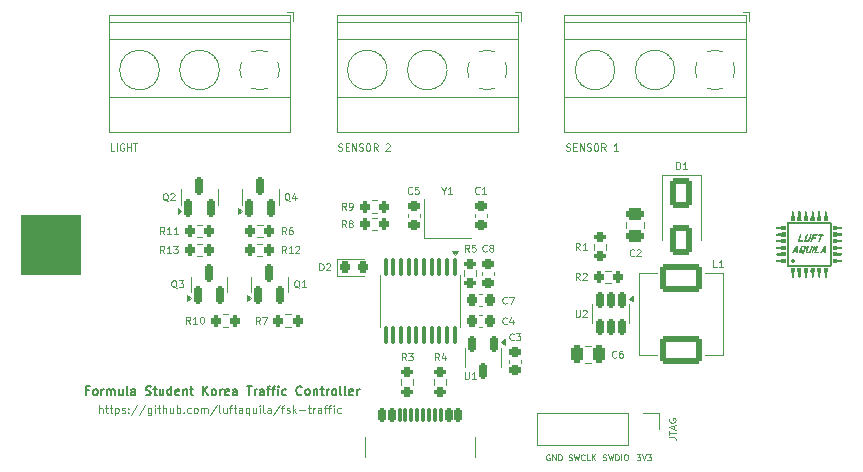
<source format=gbr>
%TF.GenerationSoftware,KiCad,Pcbnew,8.0.8*%
%TF.CreationDate,2025-06-06T07:34:51+09:00*%
%TF.ProjectId,fsk-traffic,66736b2d-7472-4616-9666-69632e6b6963,rev?*%
%TF.SameCoordinates,Original*%
%TF.FileFunction,Legend,Top*%
%TF.FilePolarity,Positive*%
%FSLAX46Y46*%
G04 Gerber Fmt 4.6, Leading zero omitted, Abs format (unit mm)*
G04 Created by KiCad (PCBNEW 8.0.8) date 2025-06-06 07:34:51*
%MOMM*%
%LPD*%
G01*
G04 APERTURE LIST*
G04 Aperture macros list*
%AMRoundRect*
0 Rectangle with rounded corners*
0 $1 Rounding radius*
0 $2 $3 $4 $5 $6 $7 $8 $9 X,Y pos of 4 corners*
0 Add a 4 corners polygon primitive as box body*
4,1,4,$2,$3,$4,$5,$6,$7,$8,$9,$2,$3,0*
0 Add four circle primitives for the rounded corners*
1,1,$1+$1,$2,$3*
1,1,$1+$1,$4,$5*
1,1,$1+$1,$6,$7*
1,1,$1+$1,$8,$9*
0 Add four rect primitives between the rounded corners*
20,1,$1+$1,$2,$3,$4,$5,0*
20,1,$1+$1,$4,$5,$6,$7,0*
20,1,$1+$1,$6,$7,$8,$9,0*
20,1,$1+$1,$8,$9,$2,$3,0*%
G04 Aperture macros list end*
%ADD10C,0.100000*%
%ADD11C,0.150000*%
%ADD12C,0.120000*%
%ADD13C,0.000000*%
%ADD14RoundRect,0.225000X-0.250000X0.225000X-0.250000X-0.225000X0.250000X-0.225000X0.250000X0.225000X0*%
%ADD15RoundRect,0.150000X0.150000X-0.587500X0.150000X0.587500X-0.150000X0.587500X-0.150000X-0.587500X0*%
%ADD16RoundRect,0.200000X-0.275000X0.200000X-0.275000X-0.200000X0.275000X-0.200000X0.275000X0.200000X0*%
%ADD17RoundRect,0.150000X-0.150000X0.512500X-0.150000X-0.512500X0.150000X-0.512500X0.150000X0.512500X0*%
%ADD18RoundRect,0.100000X-0.100000X0.637500X-0.100000X-0.637500X0.100000X-0.637500X0.100000X0.637500X0*%
%ADD19RoundRect,0.200000X-0.200000X-0.275000X0.200000X-0.275000X0.200000X0.275000X-0.200000X0.275000X0*%
%ADD20RoundRect,0.200000X0.200000X0.275000X-0.200000X0.275000X-0.200000X-0.275000X0.200000X-0.275000X0*%
%ADD21R,2.600000X2.600000*%
%ADD22C,2.600000*%
%ADD23RoundRect,0.225000X0.250000X-0.225000X0.250000X0.225000X-0.250000X0.225000X-0.250000X-0.225000X0*%
%ADD24RoundRect,0.250000X0.475000X-0.250000X0.475000X0.250000X-0.475000X0.250000X-0.475000X-0.250000X0*%
%ADD25RoundRect,0.250000X0.250000X0.475000X-0.250000X0.475000X-0.250000X-0.475000X0.250000X-0.475000X0*%
%ADD26RoundRect,0.250000X1.500000X-0.925000X1.500000X0.925000X-1.500000X0.925000X-1.500000X-0.925000X0*%
%ADD27RoundRect,0.225000X-0.225000X-0.250000X0.225000X-0.250000X0.225000X0.250000X-0.225000X0.250000X0*%
%ADD28C,0.800000*%
%ADD29C,6.400000*%
%ADD30R,1.400000X1.200000*%
%ADD31RoundRect,0.250000X-0.650000X1.000000X-0.650000X-1.000000X0.650000X-1.000000X0.650000X1.000000X0*%
%ADD32C,0.650000*%
%ADD33RoundRect,0.150000X-0.150000X-0.425000X0.150000X-0.425000X0.150000X0.425000X-0.150000X0.425000X0*%
%ADD34RoundRect,0.075000X-0.075000X-0.500000X0.075000X-0.500000X0.075000X0.500000X-0.075000X0.500000X0*%
%ADD35O,1.000000X2.100000*%
%ADD36O,1.000000X1.800000*%
%ADD37R,1.700000X1.700000*%
%ADD38O,1.700000X1.700000*%
%ADD39RoundRect,0.218750X-0.218750X-0.256250X0.218750X-0.256250X0.218750X0.256250X-0.218750X0.256250X0*%
G04 APERTURE END LIST*
D10*
X109800000Y-102150000D02*
X114800000Y-102150000D01*
X114800000Y-107150000D01*
X109800000Y-107150000D01*
X109800000Y-102150000D01*
G36*
X109800000Y-102150000D02*
G01*
X114800000Y-102150000D01*
X114800000Y-107150000D01*
X109800000Y-107150000D01*
X109800000Y-102150000D01*
G37*
X159045447Y-122894220D02*
X159116875Y-122918029D01*
X159116875Y-122918029D02*
X159235923Y-122918029D01*
X159235923Y-122918029D02*
X159283542Y-122894220D01*
X159283542Y-122894220D02*
X159307351Y-122870410D01*
X159307351Y-122870410D02*
X159331161Y-122822791D01*
X159331161Y-122822791D02*
X159331161Y-122775172D01*
X159331161Y-122775172D02*
X159307351Y-122727553D01*
X159307351Y-122727553D02*
X159283542Y-122703743D01*
X159283542Y-122703743D02*
X159235923Y-122679934D01*
X159235923Y-122679934D02*
X159140685Y-122656124D01*
X159140685Y-122656124D02*
X159093066Y-122632315D01*
X159093066Y-122632315D02*
X159069256Y-122608505D01*
X159069256Y-122608505D02*
X159045447Y-122560886D01*
X159045447Y-122560886D02*
X159045447Y-122513267D01*
X159045447Y-122513267D02*
X159069256Y-122465648D01*
X159069256Y-122465648D02*
X159093066Y-122441839D01*
X159093066Y-122441839D02*
X159140685Y-122418029D01*
X159140685Y-122418029D02*
X159259732Y-122418029D01*
X159259732Y-122418029D02*
X159331161Y-122441839D01*
X159497827Y-122418029D02*
X159616875Y-122918029D01*
X159616875Y-122918029D02*
X159712113Y-122560886D01*
X159712113Y-122560886D02*
X159807351Y-122918029D01*
X159807351Y-122918029D02*
X159926399Y-122418029D01*
X160116875Y-122918029D02*
X160116875Y-122418029D01*
X160116875Y-122418029D02*
X160235923Y-122418029D01*
X160235923Y-122418029D02*
X160307351Y-122441839D01*
X160307351Y-122441839D02*
X160354970Y-122489458D01*
X160354970Y-122489458D02*
X160378780Y-122537077D01*
X160378780Y-122537077D02*
X160402589Y-122632315D01*
X160402589Y-122632315D02*
X160402589Y-122703743D01*
X160402589Y-122703743D02*
X160378780Y-122798981D01*
X160378780Y-122798981D02*
X160354970Y-122846600D01*
X160354970Y-122846600D02*
X160307351Y-122894220D01*
X160307351Y-122894220D02*
X160235923Y-122918029D01*
X160235923Y-122918029D02*
X160116875Y-122918029D01*
X160616875Y-122918029D02*
X160616875Y-122418029D01*
X160950208Y-122418029D02*
X161045446Y-122418029D01*
X161045446Y-122418029D02*
X161093065Y-122441839D01*
X161093065Y-122441839D02*
X161140684Y-122489458D01*
X161140684Y-122489458D02*
X161164494Y-122584696D01*
X161164494Y-122584696D02*
X161164494Y-122751362D01*
X161164494Y-122751362D02*
X161140684Y-122846600D01*
X161140684Y-122846600D02*
X161093065Y-122894220D01*
X161093065Y-122894220D02*
X161045446Y-122918029D01*
X161045446Y-122918029D02*
X160950208Y-122918029D01*
X160950208Y-122918029D02*
X160902589Y-122894220D01*
X160902589Y-122894220D02*
X160854970Y-122846600D01*
X160854970Y-122846600D02*
X160831161Y-122751362D01*
X160831161Y-122751362D02*
X160831161Y-122584696D01*
X160831161Y-122584696D02*
X160854970Y-122489458D01*
X160854970Y-122489458D02*
X160902589Y-122441839D01*
X160902589Y-122441839D02*
X160950208Y-122418029D01*
X161921637Y-122418029D02*
X162231161Y-122418029D01*
X162231161Y-122418029D02*
X162064494Y-122608505D01*
X162064494Y-122608505D02*
X162135923Y-122608505D01*
X162135923Y-122608505D02*
X162183542Y-122632315D01*
X162183542Y-122632315D02*
X162207351Y-122656124D01*
X162207351Y-122656124D02*
X162231161Y-122703743D01*
X162231161Y-122703743D02*
X162231161Y-122822791D01*
X162231161Y-122822791D02*
X162207351Y-122870410D01*
X162207351Y-122870410D02*
X162183542Y-122894220D01*
X162183542Y-122894220D02*
X162135923Y-122918029D01*
X162135923Y-122918029D02*
X161993066Y-122918029D01*
X161993066Y-122918029D02*
X161945447Y-122894220D01*
X161945447Y-122894220D02*
X161921637Y-122870410D01*
X162374018Y-122418029D02*
X162540684Y-122918029D01*
X162540684Y-122918029D02*
X162707351Y-122418029D01*
X162826398Y-122418029D02*
X163135922Y-122418029D01*
X163135922Y-122418029D02*
X162969255Y-122608505D01*
X162969255Y-122608505D02*
X163040684Y-122608505D01*
X163040684Y-122608505D02*
X163088303Y-122632315D01*
X163088303Y-122632315D02*
X163112112Y-122656124D01*
X163112112Y-122656124D02*
X163135922Y-122703743D01*
X163135922Y-122703743D02*
X163135922Y-122822791D01*
X163135922Y-122822791D02*
X163112112Y-122870410D01*
X163112112Y-122870410D02*
X163088303Y-122894220D01*
X163088303Y-122894220D02*
X163040684Y-122918029D01*
X163040684Y-122918029D02*
X162897827Y-122918029D01*
X162897827Y-122918029D02*
X162850208Y-122894220D01*
X162850208Y-122894220D02*
X162826398Y-122870410D01*
X116420550Y-118915252D02*
X116420550Y-118265252D01*
X116699122Y-118915252D02*
X116699122Y-118574776D01*
X116699122Y-118574776D02*
X116668169Y-118512871D01*
X116668169Y-118512871D02*
X116606265Y-118481919D01*
X116606265Y-118481919D02*
X116513408Y-118481919D01*
X116513408Y-118481919D02*
X116451503Y-118512871D01*
X116451503Y-118512871D02*
X116420550Y-118543823D01*
X116915788Y-118481919D02*
X117163407Y-118481919D01*
X117008645Y-118265252D02*
X117008645Y-118822395D01*
X117008645Y-118822395D02*
X117039598Y-118884300D01*
X117039598Y-118884300D02*
X117101503Y-118915252D01*
X117101503Y-118915252D02*
X117163407Y-118915252D01*
X117287217Y-118481919D02*
X117534836Y-118481919D01*
X117380074Y-118265252D02*
X117380074Y-118822395D01*
X117380074Y-118822395D02*
X117411027Y-118884300D01*
X117411027Y-118884300D02*
X117472932Y-118915252D01*
X117472932Y-118915252D02*
X117534836Y-118915252D01*
X117751503Y-118481919D02*
X117751503Y-119131919D01*
X117751503Y-118512871D02*
X117813408Y-118481919D01*
X117813408Y-118481919D02*
X117937218Y-118481919D01*
X117937218Y-118481919D02*
X117999122Y-118512871D01*
X117999122Y-118512871D02*
X118030075Y-118543823D01*
X118030075Y-118543823D02*
X118061027Y-118605728D01*
X118061027Y-118605728D02*
X118061027Y-118791442D01*
X118061027Y-118791442D02*
X118030075Y-118853347D01*
X118030075Y-118853347D02*
X117999122Y-118884300D01*
X117999122Y-118884300D02*
X117937218Y-118915252D01*
X117937218Y-118915252D02*
X117813408Y-118915252D01*
X117813408Y-118915252D02*
X117751503Y-118884300D01*
X118308646Y-118884300D02*
X118370551Y-118915252D01*
X118370551Y-118915252D02*
X118494360Y-118915252D01*
X118494360Y-118915252D02*
X118556265Y-118884300D01*
X118556265Y-118884300D02*
X118587217Y-118822395D01*
X118587217Y-118822395D02*
X118587217Y-118791442D01*
X118587217Y-118791442D02*
X118556265Y-118729538D01*
X118556265Y-118729538D02*
X118494360Y-118698585D01*
X118494360Y-118698585D02*
X118401503Y-118698585D01*
X118401503Y-118698585D02*
X118339598Y-118667633D01*
X118339598Y-118667633D02*
X118308646Y-118605728D01*
X118308646Y-118605728D02*
X118308646Y-118574776D01*
X118308646Y-118574776D02*
X118339598Y-118512871D01*
X118339598Y-118512871D02*
X118401503Y-118481919D01*
X118401503Y-118481919D02*
X118494360Y-118481919D01*
X118494360Y-118481919D02*
X118556265Y-118512871D01*
X118865788Y-118853347D02*
X118896741Y-118884300D01*
X118896741Y-118884300D02*
X118865788Y-118915252D01*
X118865788Y-118915252D02*
X118834836Y-118884300D01*
X118834836Y-118884300D02*
X118865788Y-118853347D01*
X118865788Y-118853347D02*
X118865788Y-118915252D01*
X118865788Y-118512871D02*
X118896741Y-118543823D01*
X118896741Y-118543823D02*
X118865788Y-118574776D01*
X118865788Y-118574776D02*
X118834836Y-118543823D01*
X118834836Y-118543823D02*
X118865788Y-118512871D01*
X118865788Y-118512871D02*
X118865788Y-118574776D01*
X119639598Y-118234300D02*
X119082455Y-119070014D01*
X120320550Y-118234300D02*
X119763407Y-119070014D01*
X120815788Y-118481919D02*
X120815788Y-119008109D01*
X120815788Y-119008109D02*
X120784835Y-119070014D01*
X120784835Y-119070014D02*
X120753883Y-119100966D01*
X120753883Y-119100966D02*
X120691978Y-119131919D01*
X120691978Y-119131919D02*
X120599121Y-119131919D01*
X120599121Y-119131919D02*
X120537216Y-119100966D01*
X120815788Y-118884300D02*
X120753883Y-118915252D01*
X120753883Y-118915252D02*
X120630074Y-118915252D01*
X120630074Y-118915252D02*
X120568169Y-118884300D01*
X120568169Y-118884300D02*
X120537216Y-118853347D01*
X120537216Y-118853347D02*
X120506264Y-118791442D01*
X120506264Y-118791442D02*
X120506264Y-118605728D01*
X120506264Y-118605728D02*
X120537216Y-118543823D01*
X120537216Y-118543823D02*
X120568169Y-118512871D01*
X120568169Y-118512871D02*
X120630074Y-118481919D01*
X120630074Y-118481919D02*
X120753883Y-118481919D01*
X120753883Y-118481919D02*
X120815788Y-118512871D01*
X121125311Y-118915252D02*
X121125311Y-118481919D01*
X121125311Y-118265252D02*
X121094359Y-118296204D01*
X121094359Y-118296204D02*
X121125311Y-118327157D01*
X121125311Y-118327157D02*
X121156264Y-118296204D01*
X121156264Y-118296204D02*
X121125311Y-118265252D01*
X121125311Y-118265252D02*
X121125311Y-118327157D01*
X121341978Y-118481919D02*
X121589597Y-118481919D01*
X121434835Y-118265252D02*
X121434835Y-118822395D01*
X121434835Y-118822395D02*
X121465788Y-118884300D01*
X121465788Y-118884300D02*
X121527693Y-118915252D01*
X121527693Y-118915252D02*
X121589597Y-118915252D01*
X121806264Y-118915252D02*
X121806264Y-118265252D01*
X122084836Y-118915252D02*
X122084836Y-118574776D01*
X122084836Y-118574776D02*
X122053883Y-118512871D01*
X122053883Y-118512871D02*
X121991979Y-118481919D01*
X121991979Y-118481919D02*
X121899122Y-118481919D01*
X121899122Y-118481919D02*
X121837217Y-118512871D01*
X121837217Y-118512871D02*
X121806264Y-118543823D01*
X122672931Y-118481919D02*
X122672931Y-118915252D01*
X122394359Y-118481919D02*
X122394359Y-118822395D01*
X122394359Y-118822395D02*
X122425312Y-118884300D01*
X122425312Y-118884300D02*
X122487217Y-118915252D01*
X122487217Y-118915252D02*
X122580074Y-118915252D01*
X122580074Y-118915252D02*
X122641978Y-118884300D01*
X122641978Y-118884300D02*
X122672931Y-118853347D01*
X122982454Y-118915252D02*
X122982454Y-118265252D01*
X122982454Y-118512871D02*
X123044359Y-118481919D01*
X123044359Y-118481919D02*
X123168169Y-118481919D01*
X123168169Y-118481919D02*
X123230073Y-118512871D01*
X123230073Y-118512871D02*
X123261026Y-118543823D01*
X123261026Y-118543823D02*
X123291978Y-118605728D01*
X123291978Y-118605728D02*
X123291978Y-118791442D01*
X123291978Y-118791442D02*
X123261026Y-118853347D01*
X123261026Y-118853347D02*
X123230073Y-118884300D01*
X123230073Y-118884300D02*
X123168169Y-118915252D01*
X123168169Y-118915252D02*
X123044359Y-118915252D01*
X123044359Y-118915252D02*
X122982454Y-118884300D01*
X123570549Y-118853347D02*
X123601502Y-118884300D01*
X123601502Y-118884300D02*
X123570549Y-118915252D01*
X123570549Y-118915252D02*
X123539597Y-118884300D01*
X123539597Y-118884300D02*
X123570549Y-118853347D01*
X123570549Y-118853347D02*
X123570549Y-118915252D01*
X124158645Y-118884300D02*
X124096740Y-118915252D01*
X124096740Y-118915252D02*
X123972931Y-118915252D01*
X123972931Y-118915252D02*
X123911026Y-118884300D01*
X123911026Y-118884300D02*
X123880073Y-118853347D01*
X123880073Y-118853347D02*
X123849121Y-118791442D01*
X123849121Y-118791442D02*
X123849121Y-118605728D01*
X123849121Y-118605728D02*
X123880073Y-118543823D01*
X123880073Y-118543823D02*
X123911026Y-118512871D01*
X123911026Y-118512871D02*
X123972931Y-118481919D01*
X123972931Y-118481919D02*
X124096740Y-118481919D01*
X124096740Y-118481919D02*
X124158645Y-118512871D01*
X124530074Y-118915252D02*
X124468169Y-118884300D01*
X124468169Y-118884300D02*
X124437216Y-118853347D01*
X124437216Y-118853347D02*
X124406264Y-118791442D01*
X124406264Y-118791442D02*
X124406264Y-118605728D01*
X124406264Y-118605728D02*
X124437216Y-118543823D01*
X124437216Y-118543823D02*
X124468169Y-118512871D01*
X124468169Y-118512871D02*
X124530074Y-118481919D01*
X124530074Y-118481919D02*
X124622931Y-118481919D01*
X124622931Y-118481919D02*
X124684835Y-118512871D01*
X124684835Y-118512871D02*
X124715788Y-118543823D01*
X124715788Y-118543823D02*
X124746740Y-118605728D01*
X124746740Y-118605728D02*
X124746740Y-118791442D01*
X124746740Y-118791442D02*
X124715788Y-118853347D01*
X124715788Y-118853347D02*
X124684835Y-118884300D01*
X124684835Y-118884300D02*
X124622931Y-118915252D01*
X124622931Y-118915252D02*
X124530074Y-118915252D01*
X125025311Y-118915252D02*
X125025311Y-118481919D01*
X125025311Y-118543823D02*
X125056264Y-118512871D01*
X125056264Y-118512871D02*
X125118169Y-118481919D01*
X125118169Y-118481919D02*
X125211026Y-118481919D01*
X125211026Y-118481919D02*
X125272930Y-118512871D01*
X125272930Y-118512871D02*
X125303883Y-118574776D01*
X125303883Y-118574776D02*
X125303883Y-118915252D01*
X125303883Y-118574776D02*
X125334835Y-118512871D01*
X125334835Y-118512871D02*
X125396740Y-118481919D01*
X125396740Y-118481919D02*
X125489597Y-118481919D01*
X125489597Y-118481919D02*
X125551502Y-118512871D01*
X125551502Y-118512871D02*
X125582454Y-118574776D01*
X125582454Y-118574776D02*
X125582454Y-118915252D01*
X126356264Y-118234300D02*
X125799121Y-119070014D01*
X126665788Y-118915252D02*
X126603883Y-118884300D01*
X126603883Y-118884300D02*
X126572930Y-118822395D01*
X126572930Y-118822395D02*
X126572930Y-118265252D01*
X127191978Y-118481919D02*
X127191978Y-118915252D01*
X126913406Y-118481919D02*
X126913406Y-118822395D01*
X126913406Y-118822395D02*
X126944359Y-118884300D01*
X126944359Y-118884300D02*
X127006264Y-118915252D01*
X127006264Y-118915252D02*
X127099121Y-118915252D01*
X127099121Y-118915252D02*
X127161025Y-118884300D01*
X127161025Y-118884300D02*
X127191978Y-118853347D01*
X127408644Y-118481919D02*
X127656263Y-118481919D01*
X127501501Y-118915252D02*
X127501501Y-118358109D01*
X127501501Y-118358109D02*
X127532454Y-118296204D01*
X127532454Y-118296204D02*
X127594359Y-118265252D01*
X127594359Y-118265252D02*
X127656263Y-118265252D01*
X127780073Y-118481919D02*
X128027692Y-118481919D01*
X127872930Y-118265252D02*
X127872930Y-118822395D01*
X127872930Y-118822395D02*
X127903883Y-118884300D01*
X127903883Y-118884300D02*
X127965788Y-118915252D01*
X127965788Y-118915252D02*
X128027692Y-118915252D01*
X128522931Y-118915252D02*
X128522931Y-118574776D01*
X128522931Y-118574776D02*
X128491978Y-118512871D01*
X128491978Y-118512871D02*
X128430074Y-118481919D01*
X128430074Y-118481919D02*
X128306264Y-118481919D01*
X128306264Y-118481919D02*
X128244359Y-118512871D01*
X128522931Y-118884300D02*
X128461026Y-118915252D01*
X128461026Y-118915252D02*
X128306264Y-118915252D01*
X128306264Y-118915252D02*
X128244359Y-118884300D01*
X128244359Y-118884300D02*
X128213407Y-118822395D01*
X128213407Y-118822395D02*
X128213407Y-118760490D01*
X128213407Y-118760490D02*
X128244359Y-118698585D01*
X128244359Y-118698585D02*
X128306264Y-118667633D01*
X128306264Y-118667633D02*
X128461026Y-118667633D01*
X128461026Y-118667633D02*
X128522931Y-118636680D01*
X129111026Y-118481919D02*
X129111026Y-119131919D01*
X129111026Y-118884300D02*
X129049121Y-118915252D01*
X129049121Y-118915252D02*
X128925312Y-118915252D01*
X128925312Y-118915252D02*
X128863407Y-118884300D01*
X128863407Y-118884300D02*
X128832454Y-118853347D01*
X128832454Y-118853347D02*
X128801502Y-118791442D01*
X128801502Y-118791442D02*
X128801502Y-118605728D01*
X128801502Y-118605728D02*
X128832454Y-118543823D01*
X128832454Y-118543823D02*
X128863407Y-118512871D01*
X128863407Y-118512871D02*
X128925312Y-118481919D01*
X128925312Y-118481919D02*
X129049121Y-118481919D01*
X129049121Y-118481919D02*
X129111026Y-118512871D01*
X129699121Y-118481919D02*
X129699121Y-118915252D01*
X129420549Y-118481919D02*
X129420549Y-118822395D01*
X129420549Y-118822395D02*
X129451502Y-118884300D01*
X129451502Y-118884300D02*
X129513407Y-118915252D01*
X129513407Y-118915252D02*
X129606264Y-118915252D01*
X129606264Y-118915252D02*
X129668168Y-118884300D01*
X129668168Y-118884300D02*
X129699121Y-118853347D01*
X130008644Y-118915252D02*
X130008644Y-118481919D01*
X130008644Y-118265252D02*
X129977692Y-118296204D01*
X129977692Y-118296204D02*
X130008644Y-118327157D01*
X130008644Y-118327157D02*
X130039597Y-118296204D01*
X130039597Y-118296204D02*
X130008644Y-118265252D01*
X130008644Y-118265252D02*
X130008644Y-118327157D01*
X130411026Y-118915252D02*
X130349121Y-118884300D01*
X130349121Y-118884300D02*
X130318168Y-118822395D01*
X130318168Y-118822395D02*
X130318168Y-118265252D01*
X130937216Y-118915252D02*
X130937216Y-118574776D01*
X130937216Y-118574776D02*
X130906263Y-118512871D01*
X130906263Y-118512871D02*
X130844359Y-118481919D01*
X130844359Y-118481919D02*
X130720549Y-118481919D01*
X130720549Y-118481919D02*
X130658644Y-118512871D01*
X130937216Y-118884300D02*
X130875311Y-118915252D01*
X130875311Y-118915252D02*
X130720549Y-118915252D01*
X130720549Y-118915252D02*
X130658644Y-118884300D01*
X130658644Y-118884300D02*
X130627692Y-118822395D01*
X130627692Y-118822395D02*
X130627692Y-118760490D01*
X130627692Y-118760490D02*
X130658644Y-118698585D01*
X130658644Y-118698585D02*
X130720549Y-118667633D01*
X130720549Y-118667633D02*
X130875311Y-118667633D01*
X130875311Y-118667633D02*
X130937216Y-118636680D01*
X131711025Y-118234300D02*
X131153882Y-119070014D01*
X131834834Y-118481919D02*
X132082453Y-118481919D01*
X131927691Y-118915252D02*
X131927691Y-118358109D01*
X131927691Y-118358109D02*
X131958644Y-118296204D01*
X131958644Y-118296204D02*
X132020549Y-118265252D01*
X132020549Y-118265252D02*
X132082453Y-118265252D01*
X132268168Y-118884300D02*
X132330073Y-118915252D01*
X132330073Y-118915252D02*
X132453882Y-118915252D01*
X132453882Y-118915252D02*
X132515787Y-118884300D01*
X132515787Y-118884300D02*
X132546739Y-118822395D01*
X132546739Y-118822395D02*
X132546739Y-118791442D01*
X132546739Y-118791442D02*
X132515787Y-118729538D01*
X132515787Y-118729538D02*
X132453882Y-118698585D01*
X132453882Y-118698585D02*
X132361025Y-118698585D01*
X132361025Y-118698585D02*
X132299120Y-118667633D01*
X132299120Y-118667633D02*
X132268168Y-118605728D01*
X132268168Y-118605728D02*
X132268168Y-118574776D01*
X132268168Y-118574776D02*
X132299120Y-118512871D01*
X132299120Y-118512871D02*
X132361025Y-118481919D01*
X132361025Y-118481919D02*
X132453882Y-118481919D01*
X132453882Y-118481919D02*
X132515787Y-118512871D01*
X132825310Y-118915252D02*
X132825310Y-118265252D01*
X132887215Y-118667633D02*
X133072929Y-118915252D01*
X133072929Y-118481919D02*
X132825310Y-118729538D01*
X133351500Y-118667633D02*
X133846739Y-118667633D01*
X134063405Y-118481919D02*
X134311024Y-118481919D01*
X134156262Y-118265252D02*
X134156262Y-118822395D01*
X134156262Y-118822395D02*
X134187215Y-118884300D01*
X134187215Y-118884300D02*
X134249120Y-118915252D01*
X134249120Y-118915252D02*
X134311024Y-118915252D01*
X134527691Y-118915252D02*
X134527691Y-118481919D01*
X134527691Y-118605728D02*
X134558644Y-118543823D01*
X134558644Y-118543823D02*
X134589596Y-118512871D01*
X134589596Y-118512871D02*
X134651501Y-118481919D01*
X134651501Y-118481919D02*
X134713406Y-118481919D01*
X135208644Y-118915252D02*
X135208644Y-118574776D01*
X135208644Y-118574776D02*
X135177691Y-118512871D01*
X135177691Y-118512871D02*
X135115787Y-118481919D01*
X135115787Y-118481919D02*
X134991977Y-118481919D01*
X134991977Y-118481919D02*
X134930072Y-118512871D01*
X135208644Y-118884300D02*
X135146739Y-118915252D01*
X135146739Y-118915252D02*
X134991977Y-118915252D01*
X134991977Y-118915252D02*
X134930072Y-118884300D01*
X134930072Y-118884300D02*
X134899120Y-118822395D01*
X134899120Y-118822395D02*
X134899120Y-118760490D01*
X134899120Y-118760490D02*
X134930072Y-118698585D01*
X134930072Y-118698585D02*
X134991977Y-118667633D01*
X134991977Y-118667633D02*
X135146739Y-118667633D01*
X135146739Y-118667633D02*
X135208644Y-118636680D01*
X135425310Y-118481919D02*
X135672929Y-118481919D01*
X135518167Y-118915252D02*
X135518167Y-118358109D01*
X135518167Y-118358109D02*
X135549120Y-118296204D01*
X135549120Y-118296204D02*
X135611025Y-118265252D01*
X135611025Y-118265252D02*
X135672929Y-118265252D01*
X135796739Y-118481919D02*
X136044358Y-118481919D01*
X135889596Y-118915252D02*
X135889596Y-118358109D01*
X135889596Y-118358109D02*
X135920549Y-118296204D01*
X135920549Y-118296204D02*
X135982454Y-118265252D01*
X135982454Y-118265252D02*
X136044358Y-118265252D01*
X136261025Y-118915252D02*
X136261025Y-118481919D01*
X136261025Y-118265252D02*
X136230073Y-118296204D01*
X136230073Y-118296204D02*
X136261025Y-118327157D01*
X136261025Y-118327157D02*
X136291978Y-118296204D01*
X136291978Y-118296204D02*
X136261025Y-118265252D01*
X136261025Y-118265252D02*
X136261025Y-118327157D01*
X136849121Y-118884300D02*
X136787216Y-118915252D01*
X136787216Y-118915252D02*
X136663407Y-118915252D01*
X136663407Y-118915252D02*
X136601502Y-118884300D01*
X136601502Y-118884300D02*
X136570549Y-118853347D01*
X136570549Y-118853347D02*
X136539597Y-118791442D01*
X136539597Y-118791442D02*
X136539597Y-118605728D01*
X136539597Y-118605728D02*
X136570549Y-118543823D01*
X136570549Y-118543823D02*
X136601502Y-118512871D01*
X136601502Y-118512871D02*
X136663407Y-118481919D01*
X136663407Y-118481919D02*
X136787216Y-118481919D01*
X136787216Y-118481919D02*
X136849121Y-118512871D01*
X156145447Y-122894220D02*
X156216875Y-122918029D01*
X156216875Y-122918029D02*
X156335923Y-122918029D01*
X156335923Y-122918029D02*
X156383542Y-122894220D01*
X156383542Y-122894220D02*
X156407351Y-122870410D01*
X156407351Y-122870410D02*
X156431161Y-122822791D01*
X156431161Y-122822791D02*
X156431161Y-122775172D01*
X156431161Y-122775172D02*
X156407351Y-122727553D01*
X156407351Y-122727553D02*
X156383542Y-122703743D01*
X156383542Y-122703743D02*
X156335923Y-122679934D01*
X156335923Y-122679934D02*
X156240685Y-122656124D01*
X156240685Y-122656124D02*
X156193066Y-122632315D01*
X156193066Y-122632315D02*
X156169256Y-122608505D01*
X156169256Y-122608505D02*
X156145447Y-122560886D01*
X156145447Y-122560886D02*
X156145447Y-122513267D01*
X156145447Y-122513267D02*
X156169256Y-122465648D01*
X156169256Y-122465648D02*
X156193066Y-122441839D01*
X156193066Y-122441839D02*
X156240685Y-122418029D01*
X156240685Y-122418029D02*
X156359732Y-122418029D01*
X156359732Y-122418029D02*
X156431161Y-122441839D01*
X156597827Y-122418029D02*
X156716875Y-122918029D01*
X156716875Y-122918029D02*
X156812113Y-122560886D01*
X156812113Y-122560886D02*
X156907351Y-122918029D01*
X156907351Y-122918029D02*
X157026399Y-122418029D01*
X157502589Y-122870410D02*
X157478780Y-122894220D01*
X157478780Y-122894220D02*
X157407351Y-122918029D01*
X157407351Y-122918029D02*
X157359732Y-122918029D01*
X157359732Y-122918029D02*
X157288304Y-122894220D01*
X157288304Y-122894220D02*
X157240685Y-122846600D01*
X157240685Y-122846600D02*
X157216875Y-122798981D01*
X157216875Y-122798981D02*
X157193066Y-122703743D01*
X157193066Y-122703743D02*
X157193066Y-122632315D01*
X157193066Y-122632315D02*
X157216875Y-122537077D01*
X157216875Y-122537077D02*
X157240685Y-122489458D01*
X157240685Y-122489458D02*
X157288304Y-122441839D01*
X157288304Y-122441839D02*
X157359732Y-122418029D01*
X157359732Y-122418029D02*
X157407351Y-122418029D01*
X157407351Y-122418029D02*
X157478780Y-122441839D01*
X157478780Y-122441839D02*
X157502589Y-122465648D01*
X157954970Y-122918029D02*
X157716875Y-122918029D01*
X157716875Y-122918029D02*
X157716875Y-122418029D01*
X158121637Y-122918029D02*
X158121637Y-122418029D01*
X158407351Y-122918029D02*
X158193066Y-122632315D01*
X158407351Y-122418029D02*
X158121637Y-122703743D01*
X155964494Y-96677220D02*
X156050209Y-96705791D01*
X156050209Y-96705791D02*
X156193066Y-96705791D01*
X156193066Y-96705791D02*
X156250209Y-96677220D01*
X156250209Y-96677220D02*
X156278780Y-96648648D01*
X156278780Y-96648648D02*
X156307351Y-96591505D01*
X156307351Y-96591505D02*
X156307351Y-96534362D01*
X156307351Y-96534362D02*
X156278780Y-96477220D01*
X156278780Y-96477220D02*
X156250209Y-96448648D01*
X156250209Y-96448648D02*
X156193066Y-96420077D01*
X156193066Y-96420077D02*
X156078780Y-96391505D01*
X156078780Y-96391505D02*
X156021637Y-96362934D01*
X156021637Y-96362934D02*
X155993066Y-96334362D01*
X155993066Y-96334362D02*
X155964494Y-96277220D01*
X155964494Y-96277220D02*
X155964494Y-96220077D01*
X155964494Y-96220077D02*
X155993066Y-96162934D01*
X155993066Y-96162934D02*
X156021637Y-96134362D01*
X156021637Y-96134362D02*
X156078780Y-96105791D01*
X156078780Y-96105791D02*
X156221637Y-96105791D01*
X156221637Y-96105791D02*
X156307351Y-96134362D01*
X156564495Y-96391505D02*
X156764495Y-96391505D01*
X156850209Y-96705791D02*
X156564495Y-96705791D01*
X156564495Y-96705791D02*
X156564495Y-96105791D01*
X156564495Y-96105791D02*
X156850209Y-96105791D01*
X157107352Y-96705791D02*
X157107352Y-96105791D01*
X157107352Y-96105791D02*
X157450209Y-96705791D01*
X157450209Y-96705791D02*
X157450209Y-96105791D01*
X157707351Y-96677220D02*
X157793066Y-96705791D01*
X157793066Y-96705791D02*
X157935923Y-96705791D01*
X157935923Y-96705791D02*
X157993066Y-96677220D01*
X157993066Y-96677220D02*
X158021637Y-96648648D01*
X158021637Y-96648648D02*
X158050208Y-96591505D01*
X158050208Y-96591505D02*
X158050208Y-96534362D01*
X158050208Y-96534362D02*
X158021637Y-96477220D01*
X158021637Y-96477220D02*
X157993066Y-96448648D01*
X157993066Y-96448648D02*
X157935923Y-96420077D01*
X157935923Y-96420077D02*
X157821637Y-96391505D01*
X157821637Y-96391505D02*
X157764494Y-96362934D01*
X157764494Y-96362934D02*
X157735923Y-96334362D01*
X157735923Y-96334362D02*
X157707351Y-96277220D01*
X157707351Y-96277220D02*
X157707351Y-96220077D01*
X157707351Y-96220077D02*
X157735923Y-96162934D01*
X157735923Y-96162934D02*
X157764494Y-96134362D01*
X157764494Y-96134362D02*
X157821637Y-96105791D01*
X157821637Y-96105791D02*
X157964494Y-96105791D01*
X157964494Y-96105791D02*
X158050208Y-96134362D01*
X158421637Y-96105791D02*
X158535923Y-96105791D01*
X158535923Y-96105791D02*
X158593066Y-96134362D01*
X158593066Y-96134362D02*
X158650209Y-96191505D01*
X158650209Y-96191505D02*
X158678780Y-96305791D01*
X158678780Y-96305791D02*
X158678780Y-96505791D01*
X158678780Y-96505791D02*
X158650209Y-96620077D01*
X158650209Y-96620077D02*
X158593066Y-96677220D01*
X158593066Y-96677220D02*
X158535923Y-96705791D01*
X158535923Y-96705791D02*
X158421637Y-96705791D01*
X158421637Y-96705791D02*
X158364495Y-96677220D01*
X158364495Y-96677220D02*
X158307352Y-96620077D01*
X158307352Y-96620077D02*
X158278780Y-96505791D01*
X158278780Y-96505791D02*
X158278780Y-96305791D01*
X158278780Y-96305791D02*
X158307352Y-96191505D01*
X158307352Y-96191505D02*
X158364495Y-96134362D01*
X158364495Y-96134362D02*
X158421637Y-96105791D01*
X159278780Y-96705791D02*
X159078780Y-96420077D01*
X158935923Y-96705791D02*
X158935923Y-96105791D01*
X158935923Y-96105791D02*
X159164494Y-96105791D01*
X159164494Y-96105791D02*
X159221637Y-96134362D01*
X159221637Y-96134362D02*
X159250208Y-96162934D01*
X159250208Y-96162934D02*
X159278780Y-96220077D01*
X159278780Y-96220077D02*
X159278780Y-96305791D01*
X159278780Y-96305791D02*
X159250208Y-96362934D01*
X159250208Y-96362934D02*
X159221637Y-96391505D01*
X159221637Y-96391505D02*
X159164494Y-96420077D01*
X159164494Y-96420077D02*
X158935923Y-96420077D01*
X160307351Y-96705791D02*
X159964494Y-96705791D01*
X160135923Y-96705791D02*
X160135923Y-96105791D01*
X160135923Y-96105791D02*
X160078780Y-96191505D01*
X160078780Y-96191505D02*
X160021637Y-96248648D01*
X160021637Y-96248648D02*
X159964494Y-96277220D01*
X154531161Y-122441839D02*
X154483542Y-122418029D01*
X154483542Y-122418029D02*
X154412113Y-122418029D01*
X154412113Y-122418029D02*
X154340685Y-122441839D01*
X154340685Y-122441839D02*
X154293066Y-122489458D01*
X154293066Y-122489458D02*
X154269256Y-122537077D01*
X154269256Y-122537077D02*
X154245447Y-122632315D01*
X154245447Y-122632315D02*
X154245447Y-122703743D01*
X154245447Y-122703743D02*
X154269256Y-122798981D01*
X154269256Y-122798981D02*
X154293066Y-122846600D01*
X154293066Y-122846600D02*
X154340685Y-122894220D01*
X154340685Y-122894220D02*
X154412113Y-122918029D01*
X154412113Y-122918029D02*
X154459732Y-122918029D01*
X154459732Y-122918029D02*
X154531161Y-122894220D01*
X154531161Y-122894220D02*
X154554970Y-122870410D01*
X154554970Y-122870410D02*
X154554970Y-122703743D01*
X154554970Y-122703743D02*
X154459732Y-122703743D01*
X154769256Y-122918029D02*
X154769256Y-122418029D01*
X154769256Y-122418029D02*
X155054970Y-122918029D01*
X155054970Y-122918029D02*
X155054970Y-122418029D01*
X155293066Y-122918029D02*
X155293066Y-122418029D01*
X155293066Y-122418029D02*
X155412114Y-122418029D01*
X155412114Y-122418029D02*
X155483542Y-122441839D01*
X155483542Y-122441839D02*
X155531161Y-122489458D01*
X155531161Y-122489458D02*
X155554971Y-122537077D01*
X155554971Y-122537077D02*
X155578780Y-122632315D01*
X155578780Y-122632315D02*
X155578780Y-122703743D01*
X155578780Y-122703743D02*
X155554971Y-122798981D01*
X155554971Y-122798981D02*
X155531161Y-122846600D01*
X155531161Y-122846600D02*
X155483542Y-122894220D01*
X155483542Y-122894220D02*
X155412114Y-122918029D01*
X155412114Y-122918029D02*
X155293066Y-122918029D01*
X136664494Y-96677220D02*
X136750209Y-96705791D01*
X136750209Y-96705791D02*
X136893066Y-96705791D01*
X136893066Y-96705791D02*
X136950209Y-96677220D01*
X136950209Y-96677220D02*
X136978780Y-96648648D01*
X136978780Y-96648648D02*
X137007351Y-96591505D01*
X137007351Y-96591505D02*
X137007351Y-96534362D01*
X137007351Y-96534362D02*
X136978780Y-96477220D01*
X136978780Y-96477220D02*
X136950209Y-96448648D01*
X136950209Y-96448648D02*
X136893066Y-96420077D01*
X136893066Y-96420077D02*
X136778780Y-96391505D01*
X136778780Y-96391505D02*
X136721637Y-96362934D01*
X136721637Y-96362934D02*
X136693066Y-96334362D01*
X136693066Y-96334362D02*
X136664494Y-96277220D01*
X136664494Y-96277220D02*
X136664494Y-96220077D01*
X136664494Y-96220077D02*
X136693066Y-96162934D01*
X136693066Y-96162934D02*
X136721637Y-96134362D01*
X136721637Y-96134362D02*
X136778780Y-96105791D01*
X136778780Y-96105791D02*
X136921637Y-96105791D01*
X136921637Y-96105791D02*
X137007351Y-96134362D01*
X137264495Y-96391505D02*
X137464495Y-96391505D01*
X137550209Y-96705791D02*
X137264495Y-96705791D01*
X137264495Y-96705791D02*
X137264495Y-96105791D01*
X137264495Y-96105791D02*
X137550209Y-96105791D01*
X137807352Y-96705791D02*
X137807352Y-96105791D01*
X137807352Y-96105791D02*
X138150209Y-96705791D01*
X138150209Y-96705791D02*
X138150209Y-96105791D01*
X138407351Y-96677220D02*
X138493066Y-96705791D01*
X138493066Y-96705791D02*
X138635923Y-96705791D01*
X138635923Y-96705791D02*
X138693066Y-96677220D01*
X138693066Y-96677220D02*
X138721637Y-96648648D01*
X138721637Y-96648648D02*
X138750208Y-96591505D01*
X138750208Y-96591505D02*
X138750208Y-96534362D01*
X138750208Y-96534362D02*
X138721637Y-96477220D01*
X138721637Y-96477220D02*
X138693066Y-96448648D01*
X138693066Y-96448648D02*
X138635923Y-96420077D01*
X138635923Y-96420077D02*
X138521637Y-96391505D01*
X138521637Y-96391505D02*
X138464494Y-96362934D01*
X138464494Y-96362934D02*
X138435923Y-96334362D01*
X138435923Y-96334362D02*
X138407351Y-96277220D01*
X138407351Y-96277220D02*
X138407351Y-96220077D01*
X138407351Y-96220077D02*
X138435923Y-96162934D01*
X138435923Y-96162934D02*
X138464494Y-96134362D01*
X138464494Y-96134362D02*
X138521637Y-96105791D01*
X138521637Y-96105791D02*
X138664494Y-96105791D01*
X138664494Y-96105791D02*
X138750208Y-96134362D01*
X139121637Y-96105791D02*
X139235923Y-96105791D01*
X139235923Y-96105791D02*
X139293066Y-96134362D01*
X139293066Y-96134362D02*
X139350209Y-96191505D01*
X139350209Y-96191505D02*
X139378780Y-96305791D01*
X139378780Y-96305791D02*
X139378780Y-96505791D01*
X139378780Y-96505791D02*
X139350209Y-96620077D01*
X139350209Y-96620077D02*
X139293066Y-96677220D01*
X139293066Y-96677220D02*
X139235923Y-96705791D01*
X139235923Y-96705791D02*
X139121637Y-96705791D01*
X139121637Y-96705791D02*
X139064495Y-96677220D01*
X139064495Y-96677220D02*
X139007352Y-96620077D01*
X139007352Y-96620077D02*
X138978780Y-96505791D01*
X138978780Y-96505791D02*
X138978780Y-96305791D01*
X138978780Y-96305791D02*
X139007352Y-96191505D01*
X139007352Y-96191505D02*
X139064495Y-96134362D01*
X139064495Y-96134362D02*
X139121637Y-96105791D01*
X139978780Y-96705791D02*
X139778780Y-96420077D01*
X139635923Y-96705791D02*
X139635923Y-96105791D01*
X139635923Y-96105791D02*
X139864494Y-96105791D01*
X139864494Y-96105791D02*
X139921637Y-96134362D01*
X139921637Y-96134362D02*
X139950208Y-96162934D01*
X139950208Y-96162934D02*
X139978780Y-96220077D01*
X139978780Y-96220077D02*
X139978780Y-96305791D01*
X139978780Y-96305791D02*
X139950208Y-96362934D01*
X139950208Y-96362934D02*
X139921637Y-96391505D01*
X139921637Y-96391505D02*
X139864494Y-96420077D01*
X139864494Y-96420077D02*
X139635923Y-96420077D01*
X140664494Y-96162934D02*
X140693066Y-96134362D01*
X140693066Y-96134362D02*
X140750209Y-96105791D01*
X140750209Y-96105791D02*
X140893066Y-96105791D01*
X140893066Y-96105791D02*
X140950209Y-96134362D01*
X140950209Y-96134362D02*
X140978780Y-96162934D01*
X140978780Y-96162934D02*
X141007351Y-96220077D01*
X141007351Y-96220077D02*
X141007351Y-96277220D01*
X141007351Y-96277220D02*
X140978780Y-96362934D01*
X140978780Y-96362934D02*
X140635923Y-96705791D01*
X140635923Y-96705791D02*
X141007351Y-96705791D01*
X117678780Y-96705791D02*
X117393066Y-96705791D01*
X117393066Y-96705791D02*
X117393066Y-96105791D01*
X117878780Y-96705791D02*
X117878780Y-96105791D01*
X118478779Y-96134362D02*
X118421637Y-96105791D01*
X118421637Y-96105791D02*
X118335922Y-96105791D01*
X118335922Y-96105791D02*
X118250208Y-96134362D01*
X118250208Y-96134362D02*
X118193065Y-96191505D01*
X118193065Y-96191505D02*
X118164494Y-96248648D01*
X118164494Y-96248648D02*
X118135922Y-96362934D01*
X118135922Y-96362934D02*
X118135922Y-96448648D01*
X118135922Y-96448648D02*
X118164494Y-96562934D01*
X118164494Y-96562934D02*
X118193065Y-96620077D01*
X118193065Y-96620077D02*
X118250208Y-96677220D01*
X118250208Y-96677220D02*
X118335922Y-96705791D01*
X118335922Y-96705791D02*
X118393065Y-96705791D01*
X118393065Y-96705791D02*
X118478779Y-96677220D01*
X118478779Y-96677220D02*
X118507351Y-96648648D01*
X118507351Y-96648648D02*
X118507351Y-96448648D01*
X118507351Y-96448648D02*
X118393065Y-96448648D01*
X118764494Y-96705791D02*
X118764494Y-96105791D01*
X118764494Y-96391505D02*
X119107351Y-96391505D01*
X119107351Y-96705791D02*
X119107351Y-96105791D01*
X119307350Y-96105791D02*
X119650208Y-96105791D01*
X119478779Y-96705791D02*
X119478779Y-96105791D01*
D11*
X115527255Y-117007557D02*
X115277255Y-117007557D01*
X115277255Y-117400414D02*
X115277255Y-116650414D01*
X115277255Y-116650414D02*
X115634398Y-116650414D01*
X116027255Y-117400414D02*
X115955826Y-117364700D01*
X115955826Y-117364700D02*
X115920112Y-117328985D01*
X115920112Y-117328985D02*
X115884398Y-117257557D01*
X115884398Y-117257557D02*
X115884398Y-117043271D01*
X115884398Y-117043271D02*
X115920112Y-116971842D01*
X115920112Y-116971842D02*
X115955826Y-116936128D01*
X115955826Y-116936128D02*
X116027255Y-116900414D01*
X116027255Y-116900414D02*
X116134398Y-116900414D01*
X116134398Y-116900414D02*
X116205826Y-116936128D01*
X116205826Y-116936128D02*
X116241541Y-116971842D01*
X116241541Y-116971842D02*
X116277255Y-117043271D01*
X116277255Y-117043271D02*
X116277255Y-117257557D01*
X116277255Y-117257557D02*
X116241541Y-117328985D01*
X116241541Y-117328985D02*
X116205826Y-117364700D01*
X116205826Y-117364700D02*
X116134398Y-117400414D01*
X116134398Y-117400414D02*
X116027255Y-117400414D01*
X116598683Y-117400414D02*
X116598683Y-116900414D01*
X116598683Y-117043271D02*
X116634397Y-116971842D01*
X116634397Y-116971842D02*
X116670112Y-116936128D01*
X116670112Y-116936128D02*
X116741540Y-116900414D01*
X116741540Y-116900414D02*
X116812969Y-116900414D01*
X117062969Y-117400414D02*
X117062969Y-116900414D01*
X117062969Y-116971842D02*
X117098683Y-116936128D01*
X117098683Y-116936128D02*
X117170112Y-116900414D01*
X117170112Y-116900414D02*
X117277255Y-116900414D01*
X117277255Y-116900414D02*
X117348683Y-116936128D01*
X117348683Y-116936128D02*
X117384398Y-117007557D01*
X117384398Y-117007557D02*
X117384398Y-117400414D01*
X117384398Y-117007557D02*
X117420112Y-116936128D01*
X117420112Y-116936128D02*
X117491540Y-116900414D01*
X117491540Y-116900414D02*
X117598683Y-116900414D01*
X117598683Y-116900414D02*
X117670112Y-116936128D01*
X117670112Y-116936128D02*
X117705826Y-117007557D01*
X117705826Y-117007557D02*
X117705826Y-117400414D01*
X118384398Y-116900414D02*
X118384398Y-117400414D01*
X118062969Y-116900414D02*
X118062969Y-117293271D01*
X118062969Y-117293271D02*
X118098683Y-117364700D01*
X118098683Y-117364700D02*
X118170112Y-117400414D01*
X118170112Y-117400414D02*
X118277255Y-117400414D01*
X118277255Y-117400414D02*
X118348683Y-117364700D01*
X118348683Y-117364700D02*
X118384398Y-117328985D01*
X118848683Y-117400414D02*
X118777254Y-117364700D01*
X118777254Y-117364700D02*
X118741540Y-117293271D01*
X118741540Y-117293271D02*
X118741540Y-116650414D01*
X119455826Y-117400414D02*
X119455826Y-117007557D01*
X119455826Y-117007557D02*
X119420111Y-116936128D01*
X119420111Y-116936128D02*
X119348683Y-116900414D01*
X119348683Y-116900414D02*
X119205826Y-116900414D01*
X119205826Y-116900414D02*
X119134397Y-116936128D01*
X119455826Y-117364700D02*
X119384397Y-117400414D01*
X119384397Y-117400414D02*
X119205826Y-117400414D01*
X119205826Y-117400414D02*
X119134397Y-117364700D01*
X119134397Y-117364700D02*
X119098683Y-117293271D01*
X119098683Y-117293271D02*
X119098683Y-117221842D01*
X119098683Y-117221842D02*
X119134397Y-117150414D01*
X119134397Y-117150414D02*
X119205826Y-117114700D01*
X119205826Y-117114700D02*
X119384397Y-117114700D01*
X119384397Y-117114700D02*
X119455826Y-117078985D01*
X120348683Y-117364700D02*
X120455826Y-117400414D01*
X120455826Y-117400414D02*
X120634397Y-117400414D01*
X120634397Y-117400414D02*
X120705826Y-117364700D01*
X120705826Y-117364700D02*
X120741540Y-117328985D01*
X120741540Y-117328985D02*
X120777254Y-117257557D01*
X120777254Y-117257557D02*
X120777254Y-117186128D01*
X120777254Y-117186128D02*
X120741540Y-117114700D01*
X120741540Y-117114700D02*
X120705826Y-117078985D01*
X120705826Y-117078985D02*
X120634397Y-117043271D01*
X120634397Y-117043271D02*
X120491540Y-117007557D01*
X120491540Y-117007557D02*
X120420111Y-116971842D01*
X120420111Y-116971842D02*
X120384397Y-116936128D01*
X120384397Y-116936128D02*
X120348683Y-116864700D01*
X120348683Y-116864700D02*
X120348683Y-116793271D01*
X120348683Y-116793271D02*
X120384397Y-116721842D01*
X120384397Y-116721842D02*
X120420111Y-116686128D01*
X120420111Y-116686128D02*
X120491540Y-116650414D01*
X120491540Y-116650414D02*
X120670111Y-116650414D01*
X120670111Y-116650414D02*
X120777254Y-116686128D01*
X120991540Y-116900414D02*
X121277254Y-116900414D01*
X121098683Y-116650414D02*
X121098683Y-117293271D01*
X121098683Y-117293271D02*
X121134397Y-117364700D01*
X121134397Y-117364700D02*
X121205826Y-117400414D01*
X121205826Y-117400414D02*
X121277254Y-117400414D01*
X121848683Y-116900414D02*
X121848683Y-117400414D01*
X121527254Y-116900414D02*
X121527254Y-117293271D01*
X121527254Y-117293271D02*
X121562968Y-117364700D01*
X121562968Y-117364700D02*
X121634397Y-117400414D01*
X121634397Y-117400414D02*
X121741540Y-117400414D01*
X121741540Y-117400414D02*
X121812968Y-117364700D01*
X121812968Y-117364700D02*
X121848683Y-117328985D01*
X122527254Y-117400414D02*
X122527254Y-116650414D01*
X122527254Y-117364700D02*
X122455825Y-117400414D01*
X122455825Y-117400414D02*
X122312968Y-117400414D01*
X122312968Y-117400414D02*
X122241539Y-117364700D01*
X122241539Y-117364700D02*
X122205825Y-117328985D01*
X122205825Y-117328985D02*
X122170111Y-117257557D01*
X122170111Y-117257557D02*
X122170111Y-117043271D01*
X122170111Y-117043271D02*
X122205825Y-116971842D01*
X122205825Y-116971842D02*
X122241539Y-116936128D01*
X122241539Y-116936128D02*
X122312968Y-116900414D01*
X122312968Y-116900414D02*
X122455825Y-116900414D01*
X122455825Y-116900414D02*
X122527254Y-116936128D01*
X123170110Y-117364700D02*
X123098682Y-117400414D01*
X123098682Y-117400414D02*
X122955825Y-117400414D01*
X122955825Y-117400414D02*
X122884396Y-117364700D01*
X122884396Y-117364700D02*
X122848682Y-117293271D01*
X122848682Y-117293271D02*
X122848682Y-117007557D01*
X122848682Y-117007557D02*
X122884396Y-116936128D01*
X122884396Y-116936128D02*
X122955825Y-116900414D01*
X122955825Y-116900414D02*
X123098682Y-116900414D01*
X123098682Y-116900414D02*
X123170110Y-116936128D01*
X123170110Y-116936128D02*
X123205825Y-117007557D01*
X123205825Y-117007557D02*
X123205825Y-117078985D01*
X123205825Y-117078985D02*
X122848682Y-117150414D01*
X123527253Y-116900414D02*
X123527253Y-117400414D01*
X123527253Y-116971842D02*
X123562967Y-116936128D01*
X123562967Y-116936128D02*
X123634396Y-116900414D01*
X123634396Y-116900414D02*
X123741539Y-116900414D01*
X123741539Y-116900414D02*
X123812967Y-116936128D01*
X123812967Y-116936128D02*
X123848682Y-117007557D01*
X123848682Y-117007557D02*
X123848682Y-117400414D01*
X124098681Y-116900414D02*
X124384395Y-116900414D01*
X124205824Y-116650414D02*
X124205824Y-117293271D01*
X124205824Y-117293271D02*
X124241538Y-117364700D01*
X124241538Y-117364700D02*
X124312967Y-117400414D01*
X124312967Y-117400414D02*
X124384395Y-117400414D01*
X125205824Y-117400414D02*
X125205824Y-116650414D01*
X125634395Y-117400414D02*
X125312967Y-116971842D01*
X125634395Y-116650414D02*
X125205824Y-117078985D01*
X126062967Y-117400414D02*
X125991538Y-117364700D01*
X125991538Y-117364700D02*
X125955824Y-117328985D01*
X125955824Y-117328985D02*
X125920110Y-117257557D01*
X125920110Y-117257557D02*
X125920110Y-117043271D01*
X125920110Y-117043271D02*
X125955824Y-116971842D01*
X125955824Y-116971842D02*
X125991538Y-116936128D01*
X125991538Y-116936128D02*
X126062967Y-116900414D01*
X126062967Y-116900414D02*
X126170110Y-116900414D01*
X126170110Y-116900414D02*
X126241538Y-116936128D01*
X126241538Y-116936128D02*
X126277253Y-116971842D01*
X126277253Y-116971842D02*
X126312967Y-117043271D01*
X126312967Y-117043271D02*
X126312967Y-117257557D01*
X126312967Y-117257557D02*
X126277253Y-117328985D01*
X126277253Y-117328985D02*
X126241538Y-117364700D01*
X126241538Y-117364700D02*
X126170110Y-117400414D01*
X126170110Y-117400414D02*
X126062967Y-117400414D01*
X126634395Y-117400414D02*
X126634395Y-116900414D01*
X126634395Y-117043271D02*
X126670109Y-116971842D01*
X126670109Y-116971842D02*
X126705824Y-116936128D01*
X126705824Y-116936128D02*
X126777252Y-116900414D01*
X126777252Y-116900414D02*
X126848681Y-116900414D01*
X127384395Y-117364700D02*
X127312967Y-117400414D01*
X127312967Y-117400414D02*
X127170110Y-117400414D01*
X127170110Y-117400414D02*
X127098681Y-117364700D01*
X127098681Y-117364700D02*
X127062967Y-117293271D01*
X127062967Y-117293271D02*
X127062967Y-117007557D01*
X127062967Y-117007557D02*
X127098681Y-116936128D01*
X127098681Y-116936128D02*
X127170110Y-116900414D01*
X127170110Y-116900414D02*
X127312967Y-116900414D01*
X127312967Y-116900414D02*
X127384395Y-116936128D01*
X127384395Y-116936128D02*
X127420110Y-117007557D01*
X127420110Y-117007557D02*
X127420110Y-117078985D01*
X127420110Y-117078985D02*
X127062967Y-117150414D01*
X128062967Y-117400414D02*
X128062967Y-117007557D01*
X128062967Y-117007557D02*
X128027252Y-116936128D01*
X128027252Y-116936128D02*
X127955824Y-116900414D01*
X127955824Y-116900414D02*
X127812967Y-116900414D01*
X127812967Y-116900414D02*
X127741538Y-116936128D01*
X128062967Y-117364700D02*
X127991538Y-117400414D01*
X127991538Y-117400414D02*
X127812967Y-117400414D01*
X127812967Y-117400414D02*
X127741538Y-117364700D01*
X127741538Y-117364700D02*
X127705824Y-117293271D01*
X127705824Y-117293271D02*
X127705824Y-117221842D01*
X127705824Y-117221842D02*
X127741538Y-117150414D01*
X127741538Y-117150414D02*
X127812967Y-117114700D01*
X127812967Y-117114700D02*
X127991538Y-117114700D01*
X127991538Y-117114700D02*
X128062967Y-117078985D01*
X128884395Y-116650414D02*
X129312967Y-116650414D01*
X129098681Y-117400414D02*
X129098681Y-116650414D01*
X129562967Y-117400414D02*
X129562967Y-116900414D01*
X129562967Y-117043271D02*
X129598681Y-116971842D01*
X129598681Y-116971842D02*
X129634396Y-116936128D01*
X129634396Y-116936128D02*
X129705824Y-116900414D01*
X129705824Y-116900414D02*
X129777253Y-116900414D01*
X130348682Y-117400414D02*
X130348682Y-117007557D01*
X130348682Y-117007557D02*
X130312967Y-116936128D01*
X130312967Y-116936128D02*
X130241539Y-116900414D01*
X130241539Y-116900414D02*
X130098682Y-116900414D01*
X130098682Y-116900414D02*
X130027253Y-116936128D01*
X130348682Y-117364700D02*
X130277253Y-117400414D01*
X130277253Y-117400414D02*
X130098682Y-117400414D01*
X130098682Y-117400414D02*
X130027253Y-117364700D01*
X130027253Y-117364700D02*
X129991539Y-117293271D01*
X129991539Y-117293271D02*
X129991539Y-117221842D01*
X129991539Y-117221842D02*
X130027253Y-117150414D01*
X130027253Y-117150414D02*
X130098682Y-117114700D01*
X130098682Y-117114700D02*
X130277253Y-117114700D01*
X130277253Y-117114700D02*
X130348682Y-117078985D01*
X130598681Y-116900414D02*
X130884395Y-116900414D01*
X130705824Y-117400414D02*
X130705824Y-116757557D01*
X130705824Y-116757557D02*
X130741538Y-116686128D01*
X130741538Y-116686128D02*
X130812967Y-116650414D01*
X130812967Y-116650414D02*
X130884395Y-116650414D01*
X131027252Y-116900414D02*
X131312966Y-116900414D01*
X131134395Y-117400414D02*
X131134395Y-116757557D01*
X131134395Y-116757557D02*
X131170109Y-116686128D01*
X131170109Y-116686128D02*
X131241538Y-116650414D01*
X131241538Y-116650414D02*
X131312966Y-116650414D01*
X131562966Y-117400414D02*
X131562966Y-116900414D01*
X131562966Y-116650414D02*
X131527252Y-116686128D01*
X131527252Y-116686128D02*
X131562966Y-116721842D01*
X131562966Y-116721842D02*
X131598680Y-116686128D01*
X131598680Y-116686128D02*
X131562966Y-116650414D01*
X131562966Y-116650414D02*
X131562966Y-116721842D01*
X132241538Y-117364700D02*
X132170109Y-117400414D01*
X132170109Y-117400414D02*
X132027252Y-117400414D01*
X132027252Y-117400414D02*
X131955823Y-117364700D01*
X131955823Y-117364700D02*
X131920109Y-117328985D01*
X131920109Y-117328985D02*
X131884395Y-117257557D01*
X131884395Y-117257557D02*
X131884395Y-117043271D01*
X131884395Y-117043271D02*
X131920109Y-116971842D01*
X131920109Y-116971842D02*
X131955823Y-116936128D01*
X131955823Y-116936128D02*
X132027252Y-116900414D01*
X132027252Y-116900414D02*
X132170109Y-116900414D01*
X132170109Y-116900414D02*
X132241538Y-116936128D01*
X133562966Y-117328985D02*
X133527252Y-117364700D01*
X133527252Y-117364700D02*
X133420109Y-117400414D01*
X133420109Y-117400414D02*
X133348681Y-117400414D01*
X133348681Y-117400414D02*
X133241538Y-117364700D01*
X133241538Y-117364700D02*
X133170109Y-117293271D01*
X133170109Y-117293271D02*
X133134395Y-117221842D01*
X133134395Y-117221842D02*
X133098681Y-117078985D01*
X133098681Y-117078985D02*
X133098681Y-116971842D01*
X133098681Y-116971842D02*
X133134395Y-116828985D01*
X133134395Y-116828985D02*
X133170109Y-116757557D01*
X133170109Y-116757557D02*
X133241538Y-116686128D01*
X133241538Y-116686128D02*
X133348681Y-116650414D01*
X133348681Y-116650414D02*
X133420109Y-116650414D01*
X133420109Y-116650414D02*
X133527252Y-116686128D01*
X133527252Y-116686128D02*
X133562966Y-116721842D01*
X133991538Y-117400414D02*
X133920109Y-117364700D01*
X133920109Y-117364700D02*
X133884395Y-117328985D01*
X133884395Y-117328985D02*
X133848681Y-117257557D01*
X133848681Y-117257557D02*
X133848681Y-117043271D01*
X133848681Y-117043271D02*
X133884395Y-116971842D01*
X133884395Y-116971842D02*
X133920109Y-116936128D01*
X133920109Y-116936128D02*
X133991538Y-116900414D01*
X133991538Y-116900414D02*
X134098681Y-116900414D01*
X134098681Y-116900414D02*
X134170109Y-116936128D01*
X134170109Y-116936128D02*
X134205824Y-116971842D01*
X134205824Y-116971842D02*
X134241538Y-117043271D01*
X134241538Y-117043271D02*
X134241538Y-117257557D01*
X134241538Y-117257557D02*
X134205824Y-117328985D01*
X134205824Y-117328985D02*
X134170109Y-117364700D01*
X134170109Y-117364700D02*
X134098681Y-117400414D01*
X134098681Y-117400414D02*
X133991538Y-117400414D01*
X134562966Y-116900414D02*
X134562966Y-117400414D01*
X134562966Y-116971842D02*
X134598680Y-116936128D01*
X134598680Y-116936128D02*
X134670109Y-116900414D01*
X134670109Y-116900414D02*
X134777252Y-116900414D01*
X134777252Y-116900414D02*
X134848680Y-116936128D01*
X134848680Y-116936128D02*
X134884395Y-117007557D01*
X134884395Y-117007557D02*
X134884395Y-117400414D01*
X135134394Y-116900414D02*
X135420108Y-116900414D01*
X135241537Y-116650414D02*
X135241537Y-117293271D01*
X135241537Y-117293271D02*
X135277251Y-117364700D01*
X135277251Y-117364700D02*
X135348680Y-117400414D01*
X135348680Y-117400414D02*
X135420108Y-117400414D01*
X135670108Y-117400414D02*
X135670108Y-116900414D01*
X135670108Y-117043271D02*
X135705822Y-116971842D01*
X135705822Y-116971842D02*
X135741537Y-116936128D01*
X135741537Y-116936128D02*
X135812965Y-116900414D01*
X135812965Y-116900414D02*
X135884394Y-116900414D01*
X136241537Y-117400414D02*
X136170108Y-117364700D01*
X136170108Y-117364700D02*
X136134394Y-117328985D01*
X136134394Y-117328985D02*
X136098680Y-117257557D01*
X136098680Y-117257557D02*
X136098680Y-117043271D01*
X136098680Y-117043271D02*
X136134394Y-116971842D01*
X136134394Y-116971842D02*
X136170108Y-116936128D01*
X136170108Y-116936128D02*
X136241537Y-116900414D01*
X136241537Y-116900414D02*
X136348680Y-116900414D01*
X136348680Y-116900414D02*
X136420108Y-116936128D01*
X136420108Y-116936128D02*
X136455823Y-116971842D01*
X136455823Y-116971842D02*
X136491537Y-117043271D01*
X136491537Y-117043271D02*
X136491537Y-117257557D01*
X136491537Y-117257557D02*
X136455823Y-117328985D01*
X136455823Y-117328985D02*
X136420108Y-117364700D01*
X136420108Y-117364700D02*
X136348680Y-117400414D01*
X136348680Y-117400414D02*
X136241537Y-117400414D01*
X136920108Y-117400414D02*
X136848679Y-117364700D01*
X136848679Y-117364700D02*
X136812965Y-117293271D01*
X136812965Y-117293271D02*
X136812965Y-116650414D01*
X137312965Y-117400414D02*
X137241536Y-117364700D01*
X137241536Y-117364700D02*
X137205822Y-117293271D01*
X137205822Y-117293271D02*
X137205822Y-116650414D01*
X137884393Y-117364700D02*
X137812965Y-117400414D01*
X137812965Y-117400414D02*
X137670108Y-117400414D01*
X137670108Y-117400414D02*
X137598679Y-117364700D01*
X137598679Y-117364700D02*
X137562965Y-117293271D01*
X137562965Y-117293271D02*
X137562965Y-117007557D01*
X137562965Y-117007557D02*
X137598679Y-116936128D01*
X137598679Y-116936128D02*
X137670108Y-116900414D01*
X137670108Y-116900414D02*
X137812965Y-116900414D01*
X137812965Y-116900414D02*
X137884393Y-116936128D01*
X137884393Y-116936128D02*
X137920108Y-117007557D01*
X137920108Y-117007557D02*
X137920108Y-117078985D01*
X137920108Y-117078985D02*
X137562965Y-117150414D01*
X138241536Y-117400414D02*
X138241536Y-116900414D01*
X138241536Y-117043271D02*
X138277250Y-116971842D01*
X138277250Y-116971842D02*
X138312965Y-116936128D01*
X138312965Y-116936128D02*
X138384393Y-116900414D01*
X138384393Y-116900414D02*
X138455822Y-116900414D01*
D10*
X148609420Y-100315228D02*
X148580848Y-100343800D01*
X148580848Y-100343800D02*
X148495134Y-100372371D01*
X148495134Y-100372371D02*
X148437991Y-100372371D01*
X148437991Y-100372371D02*
X148352277Y-100343800D01*
X148352277Y-100343800D02*
X148295134Y-100286657D01*
X148295134Y-100286657D02*
X148266563Y-100229514D01*
X148266563Y-100229514D02*
X148237991Y-100115228D01*
X148237991Y-100115228D02*
X148237991Y-100029514D01*
X148237991Y-100029514D02*
X148266563Y-99915228D01*
X148266563Y-99915228D02*
X148295134Y-99858085D01*
X148295134Y-99858085D02*
X148352277Y-99800942D01*
X148352277Y-99800942D02*
X148437991Y-99772371D01*
X148437991Y-99772371D02*
X148495134Y-99772371D01*
X148495134Y-99772371D02*
X148580848Y-99800942D01*
X148580848Y-99800942D02*
X148609420Y-99829514D01*
X149180848Y-100372371D02*
X148837991Y-100372371D01*
X149009420Y-100372371D02*
X149009420Y-99772371D01*
X149009420Y-99772371D02*
X148952277Y-99858085D01*
X148952277Y-99858085D02*
X148895134Y-99915228D01*
X148895134Y-99915228D02*
X148837991Y-99943800D01*
X122958437Y-108345094D02*
X122901294Y-108316522D01*
X122901294Y-108316522D02*
X122844151Y-108259380D01*
X122844151Y-108259380D02*
X122758437Y-108173665D01*
X122758437Y-108173665D02*
X122701294Y-108145094D01*
X122701294Y-108145094D02*
X122644151Y-108145094D01*
X122672722Y-108287951D02*
X122615580Y-108259380D01*
X122615580Y-108259380D02*
X122558437Y-108202237D01*
X122558437Y-108202237D02*
X122529865Y-108087951D01*
X122529865Y-108087951D02*
X122529865Y-107887951D01*
X122529865Y-107887951D02*
X122558437Y-107773665D01*
X122558437Y-107773665D02*
X122615580Y-107716522D01*
X122615580Y-107716522D02*
X122672722Y-107687951D01*
X122672722Y-107687951D02*
X122787008Y-107687951D01*
X122787008Y-107687951D02*
X122844151Y-107716522D01*
X122844151Y-107716522D02*
X122901294Y-107773665D01*
X122901294Y-107773665D02*
X122929865Y-107887951D01*
X122929865Y-107887951D02*
X122929865Y-108087951D01*
X122929865Y-108087951D02*
X122901294Y-108202237D01*
X122901294Y-108202237D02*
X122844151Y-108259380D01*
X122844151Y-108259380D02*
X122787008Y-108287951D01*
X122787008Y-108287951D02*
X122672722Y-108287951D01*
X123129865Y-107687951D02*
X123501293Y-107687951D01*
X123501293Y-107687951D02*
X123301293Y-107916522D01*
X123301293Y-107916522D02*
X123387008Y-107916522D01*
X123387008Y-107916522D02*
X123444151Y-107945094D01*
X123444151Y-107945094D02*
X123472722Y-107973665D01*
X123472722Y-107973665D02*
X123501293Y-108030808D01*
X123501293Y-108030808D02*
X123501293Y-108173665D01*
X123501293Y-108173665D02*
X123472722Y-108230808D01*
X123472722Y-108230808D02*
X123444151Y-108259380D01*
X123444151Y-108259380D02*
X123387008Y-108287951D01*
X123387008Y-108287951D02*
X123215579Y-108287951D01*
X123215579Y-108287951D02*
X123158436Y-108259380D01*
X123158436Y-108259380D02*
X123129865Y-108230808D01*
X142384420Y-114472371D02*
X142184420Y-114186657D01*
X142041563Y-114472371D02*
X142041563Y-113872371D01*
X142041563Y-113872371D02*
X142270134Y-113872371D01*
X142270134Y-113872371D02*
X142327277Y-113900942D01*
X142327277Y-113900942D02*
X142355848Y-113929514D01*
X142355848Y-113929514D02*
X142384420Y-113986657D01*
X142384420Y-113986657D02*
X142384420Y-114072371D01*
X142384420Y-114072371D02*
X142355848Y-114129514D01*
X142355848Y-114129514D02*
X142327277Y-114158085D01*
X142327277Y-114158085D02*
X142270134Y-114186657D01*
X142270134Y-114186657D02*
X142041563Y-114186657D01*
X142584420Y-113872371D02*
X142955848Y-113872371D01*
X142955848Y-113872371D02*
X142755848Y-114100942D01*
X142755848Y-114100942D02*
X142841563Y-114100942D01*
X142841563Y-114100942D02*
X142898706Y-114129514D01*
X142898706Y-114129514D02*
X142927277Y-114158085D01*
X142927277Y-114158085D02*
X142955848Y-114215228D01*
X142955848Y-114215228D02*
X142955848Y-114358085D01*
X142955848Y-114358085D02*
X142927277Y-114415228D01*
X142927277Y-114415228D02*
X142898706Y-114443800D01*
X142898706Y-114443800D02*
X142841563Y-114472371D01*
X142841563Y-114472371D02*
X142670134Y-114472371D01*
X142670134Y-114472371D02*
X142612991Y-114443800D01*
X142612991Y-114443800D02*
X142584420Y-114415228D01*
X147342857Y-115472371D02*
X147342857Y-115958085D01*
X147342857Y-115958085D02*
X147371428Y-116015228D01*
X147371428Y-116015228D02*
X147400000Y-116043800D01*
X147400000Y-116043800D02*
X147457142Y-116072371D01*
X147457142Y-116072371D02*
X147571428Y-116072371D01*
X147571428Y-116072371D02*
X147628571Y-116043800D01*
X147628571Y-116043800D02*
X147657142Y-116015228D01*
X147657142Y-116015228D02*
X147685714Y-115958085D01*
X147685714Y-115958085D02*
X147685714Y-115472371D01*
X148285713Y-116072371D02*
X147942856Y-116072371D01*
X148114285Y-116072371D02*
X148114285Y-115472371D01*
X148114285Y-115472371D02*
X148057142Y-115558085D01*
X148057142Y-115558085D02*
X147999999Y-115615228D01*
X147999999Y-115615228D02*
X147942856Y-115643800D01*
X121914285Y-105372371D02*
X121714285Y-105086657D01*
X121571428Y-105372371D02*
X121571428Y-104772371D01*
X121571428Y-104772371D02*
X121799999Y-104772371D01*
X121799999Y-104772371D02*
X121857142Y-104800942D01*
X121857142Y-104800942D02*
X121885713Y-104829514D01*
X121885713Y-104829514D02*
X121914285Y-104886657D01*
X121914285Y-104886657D02*
X121914285Y-104972371D01*
X121914285Y-104972371D02*
X121885713Y-105029514D01*
X121885713Y-105029514D02*
X121857142Y-105058085D01*
X121857142Y-105058085D02*
X121799999Y-105086657D01*
X121799999Y-105086657D02*
X121571428Y-105086657D01*
X122485713Y-105372371D02*
X122142856Y-105372371D01*
X122314285Y-105372371D02*
X122314285Y-104772371D01*
X122314285Y-104772371D02*
X122257142Y-104858085D01*
X122257142Y-104858085D02*
X122199999Y-104915228D01*
X122199999Y-104915228D02*
X122142856Y-104943800D01*
X122685714Y-104772371D02*
X123057142Y-104772371D01*
X123057142Y-104772371D02*
X122857142Y-105000942D01*
X122857142Y-105000942D02*
X122942857Y-105000942D01*
X122942857Y-105000942D02*
X123000000Y-105029514D01*
X123000000Y-105029514D02*
X123028571Y-105058085D01*
X123028571Y-105058085D02*
X123057142Y-105115228D01*
X123057142Y-105115228D02*
X123057142Y-105258085D01*
X123057142Y-105258085D02*
X123028571Y-105315228D01*
X123028571Y-105315228D02*
X123000000Y-105343800D01*
X123000000Y-105343800D02*
X122942857Y-105372371D01*
X122942857Y-105372371D02*
X122771428Y-105372371D01*
X122771428Y-105372371D02*
X122714285Y-105343800D01*
X122714285Y-105343800D02*
X122685714Y-105315228D01*
X121929865Y-103787951D02*
X121729865Y-103502237D01*
X121587008Y-103787951D02*
X121587008Y-103187951D01*
X121587008Y-103187951D02*
X121815579Y-103187951D01*
X121815579Y-103187951D02*
X121872722Y-103216522D01*
X121872722Y-103216522D02*
X121901293Y-103245094D01*
X121901293Y-103245094D02*
X121929865Y-103302237D01*
X121929865Y-103302237D02*
X121929865Y-103387951D01*
X121929865Y-103387951D02*
X121901293Y-103445094D01*
X121901293Y-103445094D02*
X121872722Y-103473665D01*
X121872722Y-103473665D02*
X121815579Y-103502237D01*
X121815579Y-103502237D02*
X121587008Y-103502237D01*
X122501293Y-103787951D02*
X122158436Y-103787951D01*
X122329865Y-103787951D02*
X122329865Y-103187951D01*
X122329865Y-103187951D02*
X122272722Y-103273665D01*
X122272722Y-103273665D02*
X122215579Y-103330808D01*
X122215579Y-103330808D02*
X122158436Y-103359380D01*
X123072722Y-103787951D02*
X122729865Y-103787951D01*
X122901294Y-103787951D02*
X122901294Y-103187951D01*
X122901294Y-103187951D02*
X122844151Y-103273665D01*
X122844151Y-103273665D02*
X122787008Y-103330808D01*
X122787008Y-103330808D02*
X122729865Y-103359380D01*
X151500000Y-112715228D02*
X151471428Y-112743800D01*
X151471428Y-112743800D02*
X151385714Y-112772371D01*
X151385714Y-112772371D02*
X151328571Y-112772371D01*
X151328571Y-112772371D02*
X151242857Y-112743800D01*
X151242857Y-112743800D02*
X151185714Y-112686657D01*
X151185714Y-112686657D02*
X151157143Y-112629514D01*
X151157143Y-112629514D02*
X151128571Y-112515228D01*
X151128571Y-112515228D02*
X151128571Y-112429514D01*
X151128571Y-112429514D02*
X151157143Y-112315228D01*
X151157143Y-112315228D02*
X151185714Y-112258085D01*
X151185714Y-112258085D02*
X151242857Y-112200942D01*
X151242857Y-112200942D02*
X151328571Y-112172371D01*
X151328571Y-112172371D02*
X151385714Y-112172371D01*
X151385714Y-112172371D02*
X151471428Y-112200942D01*
X151471428Y-112200942D02*
X151500000Y-112229514D01*
X151700000Y-112172371D02*
X152071428Y-112172371D01*
X152071428Y-112172371D02*
X151871428Y-112400942D01*
X151871428Y-112400942D02*
X151957143Y-112400942D01*
X151957143Y-112400942D02*
X152014286Y-112429514D01*
X152014286Y-112429514D02*
X152042857Y-112458085D01*
X152042857Y-112458085D02*
X152071428Y-112515228D01*
X152071428Y-112515228D02*
X152071428Y-112658085D01*
X152071428Y-112658085D02*
X152042857Y-112715228D01*
X152042857Y-112715228D02*
X152014286Y-112743800D01*
X152014286Y-112743800D02*
X151957143Y-112772371D01*
X151957143Y-112772371D02*
X151785714Y-112772371D01*
X151785714Y-112772371D02*
X151728571Y-112743800D01*
X151728571Y-112743800D02*
X151700000Y-112715228D01*
X161684420Y-105615228D02*
X161655848Y-105643800D01*
X161655848Y-105643800D02*
X161570134Y-105672371D01*
X161570134Y-105672371D02*
X161512991Y-105672371D01*
X161512991Y-105672371D02*
X161427277Y-105643800D01*
X161427277Y-105643800D02*
X161370134Y-105586657D01*
X161370134Y-105586657D02*
X161341563Y-105529514D01*
X161341563Y-105529514D02*
X161312991Y-105415228D01*
X161312991Y-105415228D02*
X161312991Y-105329514D01*
X161312991Y-105329514D02*
X161341563Y-105215228D01*
X161341563Y-105215228D02*
X161370134Y-105158085D01*
X161370134Y-105158085D02*
X161427277Y-105100942D01*
X161427277Y-105100942D02*
X161512991Y-105072371D01*
X161512991Y-105072371D02*
X161570134Y-105072371D01*
X161570134Y-105072371D02*
X161655848Y-105100942D01*
X161655848Y-105100942D02*
X161684420Y-105129514D01*
X161912991Y-105129514D02*
X161941563Y-105100942D01*
X161941563Y-105100942D02*
X161998706Y-105072371D01*
X161998706Y-105072371D02*
X162141563Y-105072371D01*
X162141563Y-105072371D02*
X162198706Y-105100942D01*
X162198706Y-105100942D02*
X162227277Y-105129514D01*
X162227277Y-105129514D02*
X162255848Y-105186657D01*
X162255848Y-105186657D02*
X162255848Y-105243800D01*
X162255848Y-105243800D02*
X162227277Y-105329514D01*
X162227277Y-105329514D02*
X161884420Y-105672371D01*
X161884420Y-105672371D02*
X162255848Y-105672371D01*
X160200000Y-114184648D02*
X160171428Y-114213220D01*
X160171428Y-114213220D02*
X160085714Y-114241791D01*
X160085714Y-114241791D02*
X160028571Y-114241791D01*
X160028571Y-114241791D02*
X159942857Y-114213220D01*
X159942857Y-114213220D02*
X159885714Y-114156077D01*
X159885714Y-114156077D02*
X159857143Y-114098934D01*
X159857143Y-114098934D02*
X159828571Y-113984648D01*
X159828571Y-113984648D02*
X159828571Y-113898934D01*
X159828571Y-113898934D02*
X159857143Y-113784648D01*
X159857143Y-113784648D02*
X159885714Y-113727505D01*
X159885714Y-113727505D02*
X159942857Y-113670362D01*
X159942857Y-113670362D02*
X160028571Y-113641791D01*
X160028571Y-113641791D02*
X160085714Y-113641791D01*
X160085714Y-113641791D02*
X160171428Y-113670362D01*
X160171428Y-113670362D02*
X160200000Y-113698934D01*
X160714286Y-113641791D02*
X160600000Y-113641791D01*
X160600000Y-113641791D02*
X160542857Y-113670362D01*
X160542857Y-113670362D02*
X160514286Y-113698934D01*
X160514286Y-113698934D02*
X160457143Y-113784648D01*
X160457143Y-113784648D02*
X160428571Y-113898934D01*
X160428571Y-113898934D02*
X160428571Y-114127505D01*
X160428571Y-114127505D02*
X160457143Y-114184648D01*
X160457143Y-114184648D02*
X160485714Y-114213220D01*
X160485714Y-114213220D02*
X160542857Y-114241791D01*
X160542857Y-114241791D02*
X160657143Y-114241791D01*
X160657143Y-114241791D02*
X160714286Y-114213220D01*
X160714286Y-114213220D02*
X160742857Y-114184648D01*
X160742857Y-114184648D02*
X160771428Y-114127505D01*
X160771428Y-114127505D02*
X160771428Y-113984648D01*
X160771428Y-113984648D02*
X160742857Y-113927505D01*
X160742857Y-113927505D02*
X160714286Y-113898934D01*
X160714286Y-113898934D02*
X160657143Y-113870362D01*
X160657143Y-113870362D02*
X160542857Y-113870362D01*
X160542857Y-113870362D02*
X160485714Y-113898934D01*
X160485714Y-113898934D02*
X160457143Y-113927505D01*
X160457143Y-113927505D02*
X160428571Y-113984648D01*
X124129865Y-111372371D02*
X123929865Y-111086657D01*
X123787008Y-111372371D02*
X123787008Y-110772371D01*
X123787008Y-110772371D02*
X124015579Y-110772371D01*
X124015579Y-110772371D02*
X124072722Y-110800942D01*
X124072722Y-110800942D02*
X124101293Y-110829514D01*
X124101293Y-110829514D02*
X124129865Y-110886657D01*
X124129865Y-110886657D02*
X124129865Y-110972371D01*
X124129865Y-110972371D02*
X124101293Y-111029514D01*
X124101293Y-111029514D02*
X124072722Y-111058085D01*
X124072722Y-111058085D02*
X124015579Y-111086657D01*
X124015579Y-111086657D02*
X123787008Y-111086657D01*
X124701293Y-111372371D02*
X124358436Y-111372371D01*
X124529865Y-111372371D02*
X124529865Y-110772371D01*
X124529865Y-110772371D02*
X124472722Y-110858085D01*
X124472722Y-110858085D02*
X124415579Y-110915228D01*
X124415579Y-110915228D02*
X124358436Y-110943800D01*
X125072722Y-110772371D02*
X125129865Y-110772371D01*
X125129865Y-110772371D02*
X125187008Y-110800942D01*
X125187008Y-110800942D02*
X125215580Y-110829514D01*
X125215580Y-110829514D02*
X125244151Y-110886657D01*
X125244151Y-110886657D02*
X125272722Y-111000942D01*
X125272722Y-111000942D02*
X125272722Y-111143800D01*
X125272722Y-111143800D02*
X125244151Y-111258085D01*
X125244151Y-111258085D02*
X125215580Y-111315228D01*
X125215580Y-111315228D02*
X125187008Y-111343800D01*
X125187008Y-111343800D02*
X125129865Y-111372371D01*
X125129865Y-111372371D02*
X125072722Y-111372371D01*
X125072722Y-111372371D02*
X125015580Y-111343800D01*
X125015580Y-111343800D02*
X124987008Y-111315228D01*
X124987008Y-111315228D02*
X124958437Y-111258085D01*
X124958437Y-111258085D02*
X124929865Y-111143800D01*
X124929865Y-111143800D02*
X124929865Y-111000942D01*
X124929865Y-111000942D02*
X124958437Y-110886657D01*
X124958437Y-110886657D02*
X124987008Y-110829514D01*
X124987008Y-110829514D02*
X125015580Y-110800942D01*
X125015580Y-110800942D02*
X125072722Y-110772371D01*
X132215580Y-103787951D02*
X132015580Y-103502237D01*
X131872723Y-103787951D02*
X131872723Y-103187951D01*
X131872723Y-103187951D02*
X132101294Y-103187951D01*
X132101294Y-103187951D02*
X132158437Y-103216522D01*
X132158437Y-103216522D02*
X132187008Y-103245094D01*
X132187008Y-103245094D02*
X132215580Y-103302237D01*
X132215580Y-103302237D02*
X132215580Y-103387951D01*
X132215580Y-103387951D02*
X132187008Y-103445094D01*
X132187008Y-103445094D02*
X132158437Y-103473665D01*
X132158437Y-103473665D02*
X132101294Y-103502237D01*
X132101294Y-103502237D02*
X131872723Y-103502237D01*
X132729866Y-103187951D02*
X132615580Y-103187951D01*
X132615580Y-103187951D02*
X132558437Y-103216522D01*
X132558437Y-103216522D02*
X132529866Y-103245094D01*
X132529866Y-103245094D02*
X132472723Y-103330808D01*
X132472723Y-103330808D02*
X132444151Y-103445094D01*
X132444151Y-103445094D02*
X132444151Y-103673665D01*
X132444151Y-103673665D02*
X132472723Y-103730808D01*
X132472723Y-103730808D02*
X132501294Y-103759380D01*
X132501294Y-103759380D02*
X132558437Y-103787951D01*
X132558437Y-103787951D02*
X132672723Y-103787951D01*
X132672723Y-103787951D02*
X132729866Y-103759380D01*
X132729866Y-103759380D02*
X132758437Y-103730808D01*
X132758437Y-103730808D02*
X132787008Y-103673665D01*
X132787008Y-103673665D02*
X132787008Y-103530808D01*
X132787008Y-103530808D02*
X132758437Y-103473665D01*
X132758437Y-103473665D02*
X132729866Y-103445094D01*
X132729866Y-103445094D02*
X132672723Y-103416522D01*
X132672723Y-103416522D02*
X132558437Y-103416522D01*
X132558437Y-103416522D02*
X132501294Y-103445094D01*
X132501294Y-103445094D02*
X132472723Y-103473665D01*
X132472723Y-103473665D02*
X132444151Y-103530808D01*
X168700000Y-106572371D02*
X168414286Y-106572371D01*
X168414286Y-106572371D02*
X168414286Y-105972371D01*
X169214285Y-106572371D02*
X168871428Y-106572371D01*
X169042857Y-106572371D02*
X169042857Y-105972371D01*
X169042857Y-105972371D02*
X168985714Y-106058085D01*
X168985714Y-106058085D02*
X168928571Y-106115228D01*
X168928571Y-106115228D02*
X168871428Y-106143800D01*
X145184420Y-114472371D02*
X144984420Y-114186657D01*
X144841563Y-114472371D02*
X144841563Y-113872371D01*
X144841563Y-113872371D02*
X145070134Y-113872371D01*
X145070134Y-113872371D02*
X145127277Y-113900942D01*
X145127277Y-113900942D02*
X145155848Y-113929514D01*
X145155848Y-113929514D02*
X145184420Y-113986657D01*
X145184420Y-113986657D02*
X145184420Y-114072371D01*
X145184420Y-114072371D02*
X145155848Y-114129514D01*
X145155848Y-114129514D02*
X145127277Y-114158085D01*
X145127277Y-114158085D02*
X145070134Y-114186657D01*
X145070134Y-114186657D02*
X144841563Y-114186657D01*
X145698706Y-114072371D02*
X145698706Y-114472371D01*
X145555848Y-113843800D02*
X145412991Y-114272371D01*
X145412991Y-114272371D02*
X145784420Y-114272371D01*
X150900000Y-111359648D02*
X150871428Y-111388220D01*
X150871428Y-111388220D02*
X150785714Y-111416791D01*
X150785714Y-111416791D02*
X150728571Y-111416791D01*
X150728571Y-111416791D02*
X150642857Y-111388220D01*
X150642857Y-111388220D02*
X150585714Y-111331077D01*
X150585714Y-111331077D02*
X150557143Y-111273934D01*
X150557143Y-111273934D02*
X150528571Y-111159648D01*
X150528571Y-111159648D02*
X150528571Y-111073934D01*
X150528571Y-111073934D02*
X150557143Y-110959648D01*
X150557143Y-110959648D02*
X150585714Y-110902505D01*
X150585714Y-110902505D02*
X150642857Y-110845362D01*
X150642857Y-110845362D02*
X150728571Y-110816791D01*
X150728571Y-110816791D02*
X150785714Y-110816791D01*
X150785714Y-110816791D02*
X150871428Y-110845362D01*
X150871428Y-110845362D02*
X150900000Y-110873934D01*
X151414286Y-111016791D02*
X151414286Y-111416791D01*
X151271428Y-110788220D02*
X151128571Y-111216791D01*
X151128571Y-111216791D02*
X151500000Y-111216791D01*
X137300000Y-103216791D02*
X137100000Y-102931077D01*
X136957143Y-103216791D02*
X136957143Y-102616791D01*
X136957143Y-102616791D02*
X137185714Y-102616791D01*
X137185714Y-102616791D02*
X137242857Y-102645362D01*
X137242857Y-102645362D02*
X137271428Y-102673934D01*
X137271428Y-102673934D02*
X137300000Y-102731077D01*
X137300000Y-102731077D02*
X137300000Y-102816791D01*
X137300000Y-102816791D02*
X137271428Y-102873934D01*
X137271428Y-102873934D02*
X137242857Y-102902505D01*
X137242857Y-102902505D02*
X137185714Y-102931077D01*
X137185714Y-102931077D02*
X136957143Y-102931077D01*
X137642857Y-102873934D02*
X137585714Y-102845362D01*
X137585714Y-102845362D02*
X137557143Y-102816791D01*
X137557143Y-102816791D02*
X137528571Y-102759648D01*
X137528571Y-102759648D02*
X137528571Y-102731077D01*
X137528571Y-102731077D02*
X137557143Y-102673934D01*
X137557143Y-102673934D02*
X137585714Y-102645362D01*
X137585714Y-102645362D02*
X137642857Y-102616791D01*
X137642857Y-102616791D02*
X137757143Y-102616791D01*
X137757143Y-102616791D02*
X137814286Y-102645362D01*
X137814286Y-102645362D02*
X137842857Y-102673934D01*
X137842857Y-102673934D02*
X137871428Y-102731077D01*
X137871428Y-102731077D02*
X137871428Y-102759648D01*
X137871428Y-102759648D02*
X137842857Y-102816791D01*
X137842857Y-102816791D02*
X137814286Y-102845362D01*
X137814286Y-102845362D02*
X137757143Y-102873934D01*
X137757143Y-102873934D02*
X137642857Y-102873934D01*
X137642857Y-102873934D02*
X137585714Y-102902505D01*
X137585714Y-102902505D02*
X137557143Y-102931077D01*
X137557143Y-102931077D02*
X137528571Y-102988220D01*
X137528571Y-102988220D02*
X137528571Y-103102505D01*
X137528571Y-103102505D02*
X137557143Y-103159648D01*
X137557143Y-103159648D02*
X137585714Y-103188220D01*
X137585714Y-103188220D02*
X137642857Y-103216791D01*
X137642857Y-103216791D02*
X137757143Y-103216791D01*
X137757143Y-103216791D02*
X137814286Y-103188220D01*
X137814286Y-103188220D02*
X137842857Y-103159648D01*
X137842857Y-103159648D02*
X137871428Y-103102505D01*
X137871428Y-103102505D02*
X137871428Y-102988220D01*
X137871428Y-102988220D02*
X137842857Y-102931077D01*
X137842857Y-102931077D02*
X137814286Y-102902505D01*
X137814286Y-102902505D02*
X137757143Y-102873934D01*
X156742857Y-110204291D02*
X156742857Y-110690005D01*
X156742857Y-110690005D02*
X156771428Y-110747148D01*
X156771428Y-110747148D02*
X156800000Y-110775720D01*
X156800000Y-110775720D02*
X156857142Y-110804291D01*
X156857142Y-110804291D02*
X156971428Y-110804291D01*
X156971428Y-110804291D02*
X157028571Y-110775720D01*
X157028571Y-110775720D02*
X157057142Y-110747148D01*
X157057142Y-110747148D02*
X157085714Y-110690005D01*
X157085714Y-110690005D02*
X157085714Y-110204291D01*
X157342856Y-110261434D02*
X157371428Y-110232862D01*
X157371428Y-110232862D02*
X157428571Y-110204291D01*
X157428571Y-110204291D02*
X157571428Y-110204291D01*
X157571428Y-110204291D02*
X157628571Y-110232862D01*
X157628571Y-110232862D02*
X157657142Y-110261434D01*
X157657142Y-110261434D02*
X157685713Y-110318577D01*
X157685713Y-110318577D02*
X157685713Y-110375720D01*
X157685713Y-110375720D02*
X157657142Y-110461434D01*
X157657142Y-110461434D02*
X157314285Y-110804291D01*
X157314285Y-110804291D02*
X157685713Y-110804291D01*
X132214285Y-105372371D02*
X132014285Y-105086657D01*
X131871428Y-105372371D02*
X131871428Y-104772371D01*
X131871428Y-104772371D02*
X132099999Y-104772371D01*
X132099999Y-104772371D02*
X132157142Y-104800942D01*
X132157142Y-104800942D02*
X132185713Y-104829514D01*
X132185713Y-104829514D02*
X132214285Y-104886657D01*
X132214285Y-104886657D02*
X132214285Y-104972371D01*
X132214285Y-104972371D02*
X132185713Y-105029514D01*
X132185713Y-105029514D02*
X132157142Y-105058085D01*
X132157142Y-105058085D02*
X132099999Y-105086657D01*
X132099999Y-105086657D02*
X131871428Y-105086657D01*
X132785713Y-105372371D02*
X132442856Y-105372371D01*
X132614285Y-105372371D02*
X132614285Y-104772371D01*
X132614285Y-104772371D02*
X132557142Y-104858085D01*
X132557142Y-104858085D02*
X132499999Y-104915228D01*
X132499999Y-104915228D02*
X132442856Y-104943800D01*
X133014285Y-104829514D02*
X133042857Y-104800942D01*
X133042857Y-104800942D02*
X133100000Y-104772371D01*
X133100000Y-104772371D02*
X133242857Y-104772371D01*
X133242857Y-104772371D02*
X133300000Y-104800942D01*
X133300000Y-104800942D02*
X133328571Y-104829514D01*
X133328571Y-104829514D02*
X133357142Y-104886657D01*
X133357142Y-104886657D02*
X133357142Y-104943800D01*
X133357142Y-104943800D02*
X133328571Y-105029514D01*
X133328571Y-105029514D02*
X132985714Y-105372371D01*
X132985714Y-105372371D02*
X133357142Y-105372371D01*
X149209420Y-105215228D02*
X149180848Y-105243800D01*
X149180848Y-105243800D02*
X149095134Y-105272371D01*
X149095134Y-105272371D02*
X149037991Y-105272371D01*
X149037991Y-105272371D02*
X148952277Y-105243800D01*
X148952277Y-105243800D02*
X148895134Y-105186657D01*
X148895134Y-105186657D02*
X148866563Y-105129514D01*
X148866563Y-105129514D02*
X148837991Y-105015228D01*
X148837991Y-105015228D02*
X148837991Y-104929514D01*
X148837991Y-104929514D02*
X148866563Y-104815228D01*
X148866563Y-104815228D02*
X148895134Y-104758085D01*
X148895134Y-104758085D02*
X148952277Y-104700942D01*
X148952277Y-104700942D02*
X149037991Y-104672371D01*
X149037991Y-104672371D02*
X149095134Y-104672371D01*
X149095134Y-104672371D02*
X149180848Y-104700942D01*
X149180848Y-104700942D02*
X149209420Y-104729514D01*
X149552277Y-104929514D02*
X149495134Y-104900942D01*
X149495134Y-104900942D02*
X149466563Y-104872371D01*
X149466563Y-104872371D02*
X149437991Y-104815228D01*
X149437991Y-104815228D02*
X149437991Y-104786657D01*
X149437991Y-104786657D02*
X149466563Y-104729514D01*
X149466563Y-104729514D02*
X149495134Y-104700942D01*
X149495134Y-104700942D02*
X149552277Y-104672371D01*
X149552277Y-104672371D02*
X149666563Y-104672371D01*
X149666563Y-104672371D02*
X149723706Y-104700942D01*
X149723706Y-104700942D02*
X149752277Y-104729514D01*
X149752277Y-104729514D02*
X149780848Y-104786657D01*
X149780848Y-104786657D02*
X149780848Y-104815228D01*
X149780848Y-104815228D02*
X149752277Y-104872371D01*
X149752277Y-104872371D02*
X149723706Y-104900942D01*
X149723706Y-104900942D02*
X149666563Y-104929514D01*
X149666563Y-104929514D02*
X149552277Y-104929514D01*
X149552277Y-104929514D02*
X149495134Y-104958085D01*
X149495134Y-104958085D02*
X149466563Y-104986657D01*
X149466563Y-104986657D02*
X149437991Y-105043800D01*
X149437991Y-105043800D02*
X149437991Y-105158085D01*
X149437991Y-105158085D02*
X149466563Y-105215228D01*
X149466563Y-105215228D02*
X149495134Y-105243800D01*
X149495134Y-105243800D02*
X149552277Y-105272371D01*
X149552277Y-105272371D02*
X149666563Y-105272371D01*
X149666563Y-105272371D02*
X149723706Y-105243800D01*
X149723706Y-105243800D02*
X149752277Y-105215228D01*
X149752277Y-105215228D02*
X149780848Y-105158085D01*
X149780848Y-105158085D02*
X149780848Y-105043800D01*
X149780848Y-105043800D02*
X149752277Y-104986657D01*
X149752277Y-104986657D02*
X149723706Y-104958085D01*
X149723706Y-104958085D02*
X149666563Y-104929514D01*
X145586205Y-100086657D02*
X145586205Y-100372371D01*
X145386205Y-99772371D02*
X145586205Y-100086657D01*
X145586205Y-100086657D02*
X145786205Y-99772371D01*
X146300491Y-100372371D02*
X145957634Y-100372371D01*
X146129063Y-100372371D02*
X146129063Y-99772371D01*
X146129063Y-99772371D02*
X146071920Y-99858085D01*
X146071920Y-99858085D02*
X146014777Y-99915228D01*
X146014777Y-99915228D02*
X145957634Y-99943800D01*
X165257143Y-98272371D02*
X165257143Y-97672371D01*
X165257143Y-97672371D02*
X165400000Y-97672371D01*
X165400000Y-97672371D02*
X165485714Y-97700942D01*
X165485714Y-97700942D02*
X165542857Y-97758085D01*
X165542857Y-97758085D02*
X165571428Y-97815228D01*
X165571428Y-97815228D02*
X165600000Y-97929514D01*
X165600000Y-97929514D02*
X165600000Y-98015228D01*
X165600000Y-98015228D02*
X165571428Y-98129514D01*
X165571428Y-98129514D02*
X165542857Y-98186657D01*
X165542857Y-98186657D02*
X165485714Y-98243800D01*
X165485714Y-98243800D02*
X165400000Y-98272371D01*
X165400000Y-98272371D02*
X165257143Y-98272371D01*
X166171428Y-98272371D02*
X165828571Y-98272371D01*
X166000000Y-98272371D02*
X166000000Y-97672371D01*
X166000000Y-97672371D02*
X165942857Y-97758085D01*
X165942857Y-97758085D02*
X165885714Y-97815228D01*
X165885714Y-97815228D02*
X165828571Y-97843800D01*
X122242857Y-100976434D02*
X122185714Y-100947862D01*
X122185714Y-100947862D02*
X122128571Y-100890720D01*
X122128571Y-100890720D02*
X122042857Y-100805005D01*
X122042857Y-100805005D02*
X121985714Y-100776434D01*
X121985714Y-100776434D02*
X121928571Y-100776434D01*
X121957142Y-100919291D02*
X121900000Y-100890720D01*
X121900000Y-100890720D02*
X121842857Y-100833577D01*
X121842857Y-100833577D02*
X121814285Y-100719291D01*
X121814285Y-100719291D02*
X121814285Y-100519291D01*
X121814285Y-100519291D02*
X121842857Y-100405005D01*
X121842857Y-100405005D02*
X121900000Y-100347862D01*
X121900000Y-100347862D02*
X121957142Y-100319291D01*
X121957142Y-100319291D02*
X122071428Y-100319291D01*
X122071428Y-100319291D02*
X122128571Y-100347862D01*
X122128571Y-100347862D02*
X122185714Y-100405005D01*
X122185714Y-100405005D02*
X122214285Y-100519291D01*
X122214285Y-100519291D02*
X122214285Y-100719291D01*
X122214285Y-100719291D02*
X122185714Y-100833577D01*
X122185714Y-100833577D02*
X122128571Y-100890720D01*
X122128571Y-100890720D02*
X122071428Y-100919291D01*
X122071428Y-100919291D02*
X121957142Y-100919291D01*
X122442856Y-100376434D02*
X122471428Y-100347862D01*
X122471428Y-100347862D02*
X122528571Y-100319291D01*
X122528571Y-100319291D02*
X122671428Y-100319291D01*
X122671428Y-100319291D02*
X122728571Y-100347862D01*
X122728571Y-100347862D02*
X122757142Y-100376434D01*
X122757142Y-100376434D02*
X122785713Y-100433577D01*
X122785713Y-100433577D02*
X122785713Y-100490720D01*
X122785713Y-100490720D02*
X122757142Y-100576434D01*
X122757142Y-100576434D02*
X122414285Y-100919291D01*
X122414285Y-100919291D02*
X122785713Y-100919291D01*
X164616791Y-120984420D02*
X165045362Y-120984420D01*
X165045362Y-120984420D02*
X165131077Y-121012991D01*
X165131077Y-121012991D02*
X165188220Y-121070134D01*
X165188220Y-121070134D02*
X165216791Y-121155848D01*
X165216791Y-121155848D02*
X165216791Y-121212991D01*
X164616791Y-120784420D02*
X164616791Y-120441563D01*
X165216791Y-120612991D02*
X164616791Y-120612991D01*
X165045362Y-120270134D02*
X165045362Y-119984420D01*
X165216791Y-120327277D02*
X164616791Y-120127277D01*
X164616791Y-120127277D02*
X165216791Y-119927277D01*
X164645362Y-119412991D02*
X164616791Y-119470134D01*
X164616791Y-119470134D02*
X164616791Y-119555848D01*
X164616791Y-119555848D02*
X164645362Y-119641562D01*
X164645362Y-119641562D02*
X164702505Y-119698705D01*
X164702505Y-119698705D02*
X164759648Y-119727276D01*
X164759648Y-119727276D02*
X164873934Y-119755848D01*
X164873934Y-119755848D02*
X164959648Y-119755848D01*
X164959648Y-119755848D02*
X165073934Y-119727276D01*
X165073934Y-119727276D02*
X165131077Y-119698705D01*
X165131077Y-119698705D02*
X165188220Y-119641562D01*
X165188220Y-119641562D02*
X165216791Y-119555848D01*
X165216791Y-119555848D02*
X165216791Y-119498705D01*
X165216791Y-119498705D02*
X165188220Y-119412991D01*
X165188220Y-119412991D02*
X165159648Y-119384419D01*
X165159648Y-119384419D02*
X164959648Y-119384419D01*
X164959648Y-119384419D02*
X164959648Y-119498705D01*
X132542857Y-100976434D02*
X132485714Y-100947862D01*
X132485714Y-100947862D02*
X132428571Y-100890720D01*
X132428571Y-100890720D02*
X132342857Y-100805005D01*
X132342857Y-100805005D02*
X132285714Y-100776434D01*
X132285714Y-100776434D02*
X132228571Y-100776434D01*
X132257142Y-100919291D02*
X132200000Y-100890720D01*
X132200000Y-100890720D02*
X132142857Y-100833577D01*
X132142857Y-100833577D02*
X132114285Y-100719291D01*
X132114285Y-100719291D02*
X132114285Y-100519291D01*
X132114285Y-100519291D02*
X132142857Y-100405005D01*
X132142857Y-100405005D02*
X132200000Y-100347862D01*
X132200000Y-100347862D02*
X132257142Y-100319291D01*
X132257142Y-100319291D02*
X132371428Y-100319291D01*
X132371428Y-100319291D02*
X132428571Y-100347862D01*
X132428571Y-100347862D02*
X132485714Y-100405005D01*
X132485714Y-100405005D02*
X132514285Y-100519291D01*
X132514285Y-100519291D02*
X132514285Y-100719291D01*
X132514285Y-100719291D02*
X132485714Y-100833577D01*
X132485714Y-100833577D02*
X132428571Y-100890720D01*
X132428571Y-100890720D02*
X132371428Y-100919291D01*
X132371428Y-100919291D02*
X132257142Y-100919291D01*
X133028571Y-100519291D02*
X133028571Y-100919291D01*
X132885713Y-100290720D02*
X132742856Y-100719291D01*
X132742856Y-100719291D02*
X133114285Y-100719291D01*
X157100000Y-107666791D02*
X156900000Y-107381077D01*
X156757143Y-107666791D02*
X156757143Y-107066791D01*
X156757143Y-107066791D02*
X156985714Y-107066791D01*
X156985714Y-107066791D02*
X157042857Y-107095362D01*
X157042857Y-107095362D02*
X157071428Y-107123934D01*
X157071428Y-107123934D02*
X157100000Y-107181077D01*
X157100000Y-107181077D02*
X157100000Y-107266791D01*
X157100000Y-107266791D02*
X157071428Y-107323934D01*
X157071428Y-107323934D02*
X157042857Y-107352505D01*
X157042857Y-107352505D02*
X156985714Y-107381077D01*
X156985714Y-107381077D02*
X156757143Y-107381077D01*
X157328571Y-107123934D02*
X157357143Y-107095362D01*
X157357143Y-107095362D02*
X157414286Y-107066791D01*
X157414286Y-107066791D02*
X157557143Y-107066791D01*
X157557143Y-107066791D02*
X157614286Y-107095362D01*
X157614286Y-107095362D02*
X157642857Y-107123934D01*
X157642857Y-107123934D02*
X157671428Y-107181077D01*
X157671428Y-107181077D02*
X157671428Y-107238220D01*
X157671428Y-107238220D02*
X157642857Y-107323934D01*
X157642857Y-107323934D02*
X157300000Y-107666791D01*
X157300000Y-107666791D02*
X157671428Y-107666791D01*
X137300000Y-101716791D02*
X137100000Y-101431077D01*
X136957143Y-101716791D02*
X136957143Y-101116791D01*
X136957143Y-101116791D02*
X137185714Y-101116791D01*
X137185714Y-101116791D02*
X137242857Y-101145362D01*
X137242857Y-101145362D02*
X137271428Y-101173934D01*
X137271428Y-101173934D02*
X137300000Y-101231077D01*
X137300000Y-101231077D02*
X137300000Y-101316791D01*
X137300000Y-101316791D02*
X137271428Y-101373934D01*
X137271428Y-101373934D02*
X137242857Y-101402505D01*
X137242857Y-101402505D02*
X137185714Y-101431077D01*
X137185714Y-101431077D02*
X136957143Y-101431077D01*
X137585714Y-101716791D02*
X137700000Y-101716791D01*
X137700000Y-101716791D02*
X137757143Y-101688220D01*
X137757143Y-101688220D02*
X137785714Y-101659648D01*
X137785714Y-101659648D02*
X137842857Y-101573934D01*
X137842857Y-101573934D02*
X137871428Y-101459648D01*
X137871428Y-101459648D02*
X137871428Y-101231077D01*
X137871428Y-101231077D02*
X137842857Y-101173934D01*
X137842857Y-101173934D02*
X137814286Y-101145362D01*
X137814286Y-101145362D02*
X137757143Y-101116791D01*
X137757143Y-101116791D02*
X137642857Y-101116791D01*
X137642857Y-101116791D02*
X137585714Y-101145362D01*
X137585714Y-101145362D02*
X137557143Y-101173934D01*
X137557143Y-101173934D02*
X137528571Y-101231077D01*
X137528571Y-101231077D02*
X137528571Y-101373934D01*
X137528571Y-101373934D02*
X137557143Y-101431077D01*
X137557143Y-101431077D02*
X137585714Y-101459648D01*
X137585714Y-101459648D02*
X137642857Y-101488220D01*
X137642857Y-101488220D02*
X137757143Y-101488220D01*
X137757143Y-101488220D02*
X137814286Y-101459648D01*
X137814286Y-101459648D02*
X137842857Y-101431077D01*
X137842857Y-101431077D02*
X137871428Y-101373934D01*
X147709420Y-105272371D02*
X147509420Y-104986657D01*
X147366563Y-105272371D02*
X147366563Y-104672371D01*
X147366563Y-104672371D02*
X147595134Y-104672371D01*
X147595134Y-104672371D02*
X147652277Y-104700942D01*
X147652277Y-104700942D02*
X147680848Y-104729514D01*
X147680848Y-104729514D02*
X147709420Y-104786657D01*
X147709420Y-104786657D02*
X147709420Y-104872371D01*
X147709420Y-104872371D02*
X147680848Y-104929514D01*
X147680848Y-104929514D02*
X147652277Y-104958085D01*
X147652277Y-104958085D02*
X147595134Y-104986657D01*
X147595134Y-104986657D02*
X147366563Y-104986657D01*
X148252277Y-104672371D02*
X147966563Y-104672371D01*
X147966563Y-104672371D02*
X147937991Y-104958085D01*
X147937991Y-104958085D02*
X147966563Y-104929514D01*
X147966563Y-104929514D02*
X148023706Y-104900942D01*
X148023706Y-104900942D02*
X148166563Y-104900942D01*
X148166563Y-104900942D02*
X148223706Y-104929514D01*
X148223706Y-104929514D02*
X148252277Y-104958085D01*
X148252277Y-104958085D02*
X148280848Y-105015228D01*
X148280848Y-105015228D02*
X148280848Y-105158085D01*
X148280848Y-105158085D02*
X148252277Y-105215228D01*
X148252277Y-105215228D02*
X148223706Y-105243800D01*
X148223706Y-105243800D02*
X148166563Y-105272371D01*
X148166563Y-105272371D02*
X148023706Y-105272371D01*
X148023706Y-105272371D02*
X147966563Y-105243800D01*
X147966563Y-105243800D02*
X147937991Y-105215228D01*
X130015580Y-111387951D02*
X129815580Y-111102237D01*
X129672723Y-111387951D02*
X129672723Y-110787951D01*
X129672723Y-110787951D02*
X129901294Y-110787951D01*
X129901294Y-110787951D02*
X129958437Y-110816522D01*
X129958437Y-110816522D02*
X129987008Y-110845094D01*
X129987008Y-110845094D02*
X130015580Y-110902237D01*
X130015580Y-110902237D02*
X130015580Y-110987951D01*
X130015580Y-110987951D02*
X129987008Y-111045094D01*
X129987008Y-111045094D02*
X129958437Y-111073665D01*
X129958437Y-111073665D02*
X129901294Y-111102237D01*
X129901294Y-111102237D02*
X129672723Y-111102237D01*
X130215580Y-110787951D02*
X130615580Y-110787951D01*
X130615580Y-110787951D02*
X130358437Y-111387951D01*
X133358437Y-108345094D02*
X133301294Y-108316522D01*
X133301294Y-108316522D02*
X133244151Y-108259380D01*
X133244151Y-108259380D02*
X133158437Y-108173665D01*
X133158437Y-108173665D02*
X133101294Y-108145094D01*
X133101294Y-108145094D02*
X133044151Y-108145094D01*
X133072722Y-108287951D02*
X133015580Y-108259380D01*
X133015580Y-108259380D02*
X132958437Y-108202237D01*
X132958437Y-108202237D02*
X132929865Y-108087951D01*
X132929865Y-108087951D02*
X132929865Y-107887951D01*
X132929865Y-107887951D02*
X132958437Y-107773665D01*
X132958437Y-107773665D02*
X133015580Y-107716522D01*
X133015580Y-107716522D02*
X133072722Y-107687951D01*
X133072722Y-107687951D02*
X133187008Y-107687951D01*
X133187008Y-107687951D02*
X133244151Y-107716522D01*
X133244151Y-107716522D02*
X133301294Y-107773665D01*
X133301294Y-107773665D02*
X133329865Y-107887951D01*
X133329865Y-107887951D02*
X133329865Y-108087951D01*
X133329865Y-108087951D02*
X133301294Y-108202237D01*
X133301294Y-108202237D02*
X133244151Y-108259380D01*
X133244151Y-108259380D02*
X133187008Y-108287951D01*
X133187008Y-108287951D02*
X133072722Y-108287951D01*
X133901293Y-108287951D02*
X133558436Y-108287951D01*
X133729865Y-108287951D02*
X133729865Y-107687951D01*
X133729865Y-107687951D02*
X133672722Y-107773665D01*
X133672722Y-107773665D02*
X133615579Y-107830808D01*
X133615579Y-107830808D02*
X133558436Y-107859380D01*
X135057143Y-106856791D02*
X135057143Y-106256791D01*
X135057143Y-106256791D02*
X135200000Y-106256791D01*
X135200000Y-106256791D02*
X135285714Y-106285362D01*
X135285714Y-106285362D02*
X135342857Y-106342505D01*
X135342857Y-106342505D02*
X135371428Y-106399648D01*
X135371428Y-106399648D02*
X135400000Y-106513934D01*
X135400000Y-106513934D02*
X135400000Y-106599648D01*
X135400000Y-106599648D02*
X135371428Y-106713934D01*
X135371428Y-106713934D02*
X135342857Y-106771077D01*
X135342857Y-106771077D02*
X135285714Y-106828220D01*
X135285714Y-106828220D02*
X135200000Y-106856791D01*
X135200000Y-106856791D02*
X135057143Y-106856791D01*
X135628571Y-106313934D02*
X135657143Y-106285362D01*
X135657143Y-106285362D02*
X135714286Y-106256791D01*
X135714286Y-106256791D02*
X135857143Y-106256791D01*
X135857143Y-106256791D02*
X135914286Y-106285362D01*
X135914286Y-106285362D02*
X135942857Y-106313934D01*
X135942857Y-106313934D02*
X135971428Y-106371077D01*
X135971428Y-106371077D02*
X135971428Y-106428220D01*
X135971428Y-106428220D02*
X135942857Y-106513934D01*
X135942857Y-106513934D02*
X135600000Y-106856791D01*
X135600000Y-106856791D02*
X135971428Y-106856791D01*
X142900000Y-100315228D02*
X142871428Y-100343800D01*
X142871428Y-100343800D02*
X142785714Y-100372371D01*
X142785714Y-100372371D02*
X142728571Y-100372371D01*
X142728571Y-100372371D02*
X142642857Y-100343800D01*
X142642857Y-100343800D02*
X142585714Y-100286657D01*
X142585714Y-100286657D02*
X142557143Y-100229514D01*
X142557143Y-100229514D02*
X142528571Y-100115228D01*
X142528571Y-100115228D02*
X142528571Y-100029514D01*
X142528571Y-100029514D02*
X142557143Y-99915228D01*
X142557143Y-99915228D02*
X142585714Y-99858085D01*
X142585714Y-99858085D02*
X142642857Y-99800942D01*
X142642857Y-99800942D02*
X142728571Y-99772371D01*
X142728571Y-99772371D02*
X142785714Y-99772371D01*
X142785714Y-99772371D02*
X142871428Y-99800942D01*
X142871428Y-99800942D02*
X142900000Y-99829514D01*
X143442857Y-99772371D02*
X143157143Y-99772371D01*
X143157143Y-99772371D02*
X143128571Y-100058085D01*
X143128571Y-100058085D02*
X143157143Y-100029514D01*
X143157143Y-100029514D02*
X143214286Y-100000942D01*
X143214286Y-100000942D02*
X143357143Y-100000942D01*
X143357143Y-100000942D02*
X143414286Y-100029514D01*
X143414286Y-100029514D02*
X143442857Y-100058085D01*
X143442857Y-100058085D02*
X143471428Y-100115228D01*
X143471428Y-100115228D02*
X143471428Y-100258085D01*
X143471428Y-100258085D02*
X143442857Y-100315228D01*
X143442857Y-100315228D02*
X143414286Y-100343800D01*
X143414286Y-100343800D02*
X143357143Y-100372371D01*
X143357143Y-100372371D02*
X143214286Y-100372371D01*
X143214286Y-100372371D02*
X143157143Y-100343800D01*
X143157143Y-100343800D02*
X143128571Y-100315228D01*
X157100000Y-105116791D02*
X156900000Y-104831077D01*
X156757143Y-105116791D02*
X156757143Y-104516791D01*
X156757143Y-104516791D02*
X156985714Y-104516791D01*
X156985714Y-104516791D02*
X157042857Y-104545362D01*
X157042857Y-104545362D02*
X157071428Y-104573934D01*
X157071428Y-104573934D02*
X157100000Y-104631077D01*
X157100000Y-104631077D02*
X157100000Y-104716791D01*
X157100000Y-104716791D02*
X157071428Y-104773934D01*
X157071428Y-104773934D02*
X157042857Y-104802505D01*
X157042857Y-104802505D02*
X156985714Y-104831077D01*
X156985714Y-104831077D02*
X156757143Y-104831077D01*
X157671428Y-105116791D02*
X157328571Y-105116791D01*
X157500000Y-105116791D02*
X157500000Y-104516791D01*
X157500000Y-104516791D02*
X157442857Y-104602505D01*
X157442857Y-104602505D02*
X157385714Y-104659648D01*
X157385714Y-104659648D02*
X157328571Y-104688220D01*
X150900000Y-109609648D02*
X150871428Y-109638220D01*
X150871428Y-109638220D02*
X150785714Y-109666791D01*
X150785714Y-109666791D02*
X150728571Y-109666791D01*
X150728571Y-109666791D02*
X150642857Y-109638220D01*
X150642857Y-109638220D02*
X150585714Y-109581077D01*
X150585714Y-109581077D02*
X150557143Y-109523934D01*
X150557143Y-109523934D02*
X150528571Y-109409648D01*
X150528571Y-109409648D02*
X150528571Y-109323934D01*
X150528571Y-109323934D02*
X150557143Y-109209648D01*
X150557143Y-109209648D02*
X150585714Y-109152505D01*
X150585714Y-109152505D02*
X150642857Y-109095362D01*
X150642857Y-109095362D02*
X150728571Y-109066791D01*
X150728571Y-109066791D02*
X150785714Y-109066791D01*
X150785714Y-109066791D02*
X150871428Y-109095362D01*
X150871428Y-109095362D02*
X150900000Y-109123934D01*
X151100000Y-109066791D02*
X151500000Y-109066791D01*
X151500000Y-109066791D02*
X151242857Y-109666791D01*
D12*
%TO.C,C1*%
X148199420Y-102053840D02*
X148199420Y-102335000D01*
X149219420Y-102053840D02*
X149219420Y-102335000D01*
%TO.C,Q3*%
X124140000Y-108037500D02*
X124140000Y-107387500D01*
X124140000Y-108037500D02*
X124140000Y-108687500D01*
X127260000Y-108037500D02*
X127260000Y-107387500D01*
X127260000Y-108037500D02*
X127260000Y-108687500D01*
X124190000Y-109200000D02*
X123860000Y-109440000D01*
X123860000Y-108960000D01*
X124190000Y-109200000D01*
G36*
X124190000Y-109200000D02*
G01*
X123860000Y-109440000D01*
X123860000Y-108960000D01*
X124190000Y-109200000D01*
G37*
%TO.C,R3*%
X141961920Y-116047162D02*
X141961920Y-116521678D01*
X143006920Y-116047162D02*
X143006920Y-116521678D01*
%TO.C,U1*%
X147349420Y-114206920D02*
X147349420Y-113406920D01*
X147349420Y-114206920D02*
X147349420Y-115006920D01*
X150469420Y-114206920D02*
X150469420Y-113406920D01*
X150469420Y-114206920D02*
X150469420Y-115006920D01*
X150749420Y-113146920D02*
X150419420Y-112906920D01*
X150749420Y-112666920D01*
X150749420Y-113146920D01*
G36*
X150749420Y-113146920D02*
G01*
X150419420Y-112906920D01*
X150749420Y-112666920D01*
X150749420Y-113146920D01*
G37*
%TO.C,U3*%
X140199420Y-109431920D02*
X140199420Y-107231920D01*
X140199420Y-109431920D02*
X140199420Y-111631920D01*
X146969420Y-109431920D02*
X146969420Y-107231920D01*
X146969420Y-109431920D02*
X146969420Y-111631920D01*
X146509420Y-105571920D02*
X146269420Y-105241920D01*
X146749420Y-105241920D01*
X146509420Y-105571920D01*
G36*
X146509420Y-105571920D02*
G01*
X146269420Y-105241920D01*
X146749420Y-105241920D01*
X146509420Y-105571920D01*
G37*
%TO.C,R13*%
X124662742Y-104577500D02*
X125137258Y-104577500D01*
X124662742Y-105622500D02*
X125137258Y-105622500D01*
%TO.C,R11*%
X125137258Y-102977500D02*
X124662742Y-102977500D01*
X125137258Y-104022500D02*
X124662742Y-104022500D01*
D13*
%TO.C,G\u002A\u002A\u002A*%
G36*
X175884957Y-106868733D02*
G01*
X175879123Y-106874567D01*
X175873289Y-106868733D01*
X175879123Y-106862900D01*
X175884957Y-106868733D01*
G37*
G36*
X175881067Y-102468167D02*
G01*
X175882464Y-102482013D01*
X175881067Y-102483723D01*
X175874131Y-102482122D01*
X175873289Y-102475945D01*
X175877558Y-102466342D01*
X175881067Y-102468167D01*
G37*
G36*
X175881067Y-102526504D02*
G01*
X175882464Y-102540351D01*
X175881067Y-102542061D01*
X175874131Y-102540459D01*
X175873289Y-102534282D01*
X175877558Y-102524679D01*
X175881067Y-102526504D01*
G37*
G36*
X175208769Y-105882206D02*
G01*
X175254604Y-105910137D01*
X175288007Y-105951934D01*
X175309483Y-106005776D01*
X175309691Y-106056552D01*
X175295698Y-106096920D01*
X175262163Y-106142270D01*
X175215571Y-106172187D01*
X175161748Y-106184944D01*
X175106523Y-106178813D01*
X175071720Y-106163326D01*
X175028510Y-106124741D01*
X175004523Y-106075722D01*
X175000683Y-106020310D01*
X175017910Y-105962549D01*
X175023477Y-105951934D01*
X175060181Y-105907285D01*
X175106601Y-105880780D01*
X175157782Y-105872421D01*
X175208769Y-105882206D01*
G37*
G36*
X177409705Y-101859618D02*
G01*
X177443322Y-101865123D01*
X177457726Y-101871572D01*
X177463602Y-101887035D01*
X177467816Y-101920916D01*
X177470464Y-101974670D01*
X177471643Y-102049751D01*
X177471727Y-102081586D01*
X177471727Y-102277599D01*
X177499648Y-102277599D01*
X177523999Y-102284483D01*
X177534650Y-102296054D01*
X177537190Y-102313919D01*
X177539326Y-102350381D01*
X177540879Y-102400703D01*
X177541669Y-102460148D01*
X177541732Y-102482733D01*
X177541732Y-102650957D01*
X177366720Y-102650957D01*
X177191709Y-102650957D01*
X177191709Y-102476789D01*
X177191709Y-102302622D01*
X177238379Y-102282031D01*
X177285048Y-102261441D01*
X177285048Y-102059506D01*
X177285048Y-101857571D01*
X177364387Y-101857571D01*
X177409705Y-101859618D01*
G37*
G36*
X177968086Y-101859487D02*
G01*
X178002033Y-101864401D01*
X178015205Y-101870020D01*
X178021567Y-101880062D01*
X178026159Y-101900063D01*
X178029220Y-101933085D01*
X178030992Y-101982192D01*
X178031714Y-102050445D01*
X178031764Y-102080681D01*
X178031764Y-102277599D01*
X178059684Y-102277599D01*
X178084036Y-102284483D01*
X178094687Y-102296054D01*
X178097226Y-102313919D01*
X178099362Y-102350381D01*
X178100915Y-102400703D01*
X178101706Y-102460148D01*
X178101769Y-102482733D01*
X178101769Y-102650957D01*
X177926757Y-102650957D01*
X177751746Y-102650957D01*
X177751746Y-102476789D01*
X177751746Y-102302622D01*
X177798415Y-102282031D01*
X177845085Y-102261441D01*
X177845085Y-102061345D01*
X177845085Y-101861249D01*
X177921865Y-101858763D01*
X177968086Y-101859487D01*
G37*
G36*
X177033891Y-104763296D02*
G01*
X177053699Y-104766277D01*
X177059802Y-104773774D01*
X177057013Y-104787855D01*
X177056649Y-104789014D01*
X177050688Y-104806977D01*
X177038280Y-104843700D01*
X177020551Y-104895874D01*
X176998629Y-104960185D01*
X176973639Y-105033324D01*
X176952430Y-105095284D01*
X176856501Y-105375302D01*
X176783446Y-105378814D01*
X176743203Y-105379821D01*
X176722005Y-105377384D01*
X176715708Y-105370689D01*
X176716762Y-105365724D01*
X176722207Y-105350347D01*
X176734040Y-105316185D01*
X176751124Y-105266542D01*
X176772323Y-105204724D01*
X176796501Y-105134033D01*
X176812208Y-105088028D01*
X176838065Y-105012419D01*
X176862050Y-104942628D01*
X176882931Y-104882214D01*
X176899473Y-104834740D01*
X176910444Y-104803765D01*
X176913736Y-104794847D01*
X176922516Y-104776890D01*
X176935400Y-104767280D01*
X176958981Y-104763433D01*
X176995564Y-104762762D01*
X177033891Y-104763296D01*
G37*
G36*
X177541732Y-106838424D02*
G01*
X177541732Y-107012294D01*
X177506730Y-107024495D01*
X177471727Y-107036697D01*
X177471727Y-107228475D01*
X177471637Y-107299365D01*
X177471032Y-107350572D01*
X177469416Y-107385748D01*
X177466288Y-107408544D01*
X177461151Y-107422612D01*
X177453506Y-107431604D01*
X177442969Y-107439096D01*
X177407263Y-107452908D01*
X177364171Y-107456932D01*
X177324392Y-107450964D01*
X177305466Y-107441697D01*
X177297534Y-107433142D01*
X177291936Y-107419025D01*
X177288280Y-107395652D01*
X177286175Y-107359328D01*
X177285231Y-107306357D01*
X177285048Y-107248789D01*
X177284321Y-107185303D01*
X177282320Y-107128933D01*
X177279312Y-107084354D01*
X177275566Y-107056237D01*
X177273627Y-107050039D01*
X177254830Y-107031087D01*
X177226958Y-107016411D01*
X177191709Y-107004123D01*
X177191709Y-106834338D01*
X177191709Y-106664553D01*
X177366720Y-106664553D01*
X177541732Y-106664553D01*
X177541732Y-106838424D01*
G37*
G36*
X178712313Y-103633624D02*
G01*
X178877502Y-103636855D01*
X178898087Y-103680608D01*
X178918673Y-103724360D01*
X179116398Y-103724360D01*
X179314124Y-103724360D01*
X179321800Y-103765274D01*
X179324879Y-103803651D01*
X179322961Y-103847968D01*
X179321614Y-103858614D01*
X179313752Y-103911039D01*
X179115870Y-103911039D01*
X178917989Y-103911039D01*
X178903797Y-103943125D01*
X178891990Y-103966393D01*
X178877860Y-103982813D01*
X178857396Y-103993581D01*
X178826588Y-103999895D01*
X178781423Y-104002950D01*
X178717892Y-104003944D01*
X178699725Y-104004008D01*
X178637195Y-104004022D01*
X178594265Y-104003298D01*
X178567198Y-104001216D01*
X178552260Y-103997157D01*
X178545715Y-103990502D01*
X178543827Y-103980630D01*
X178543675Y-103978127D01*
X178541255Y-103923539D01*
X178539538Y-103862809D01*
X178538565Y-103801444D01*
X178538378Y-103744951D01*
X178539019Y-103698834D01*
X178540530Y-103668601D01*
X178541272Y-103662792D01*
X178547123Y-103630392D01*
X178712313Y-103633624D01*
G37*
G36*
X176768586Y-106658642D02*
G01*
X176844471Y-106660146D01*
X176902940Y-106661904D01*
X176981695Y-106664553D01*
X176981695Y-106838424D01*
X176981695Y-107012294D01*
X176946693Y-107024495D01*
X176911691Y-107036697D01*
X176911691Y-107228475D01*
X176911600Y-107299365D01*
X176910996Y-107350572D01*
X176909379Y-107385748D01*
X176906251Y-107408544D01*
X176901114Y-107422612D01*
X176893469Y-107431604D01*
X176882932Y-107439096D01*
X176847422Y-107452850D01*
X176804501Y-107456953D01*
X176764851Y-107451185D01*
X176745728Y-107441915D01*
X176738088Y-107433367D01*
X176732469Y-107418732D01*
X176728475Y-107394510D01*
X176725711Y-107357204D01*
X176723783Y-107303316D01*
X176722393Y-107235198D01*
X176719178Y-107043762D01*
X176675457Y-107020419D01*
X176631735Y-106997075D01*
X176631704Y-106832063D01*
X176632305Y-106761345D01*
X176634280Y-106711489D01*
X176637838Y-106680050D01*
X176643188Y-106664582D01*
X176646256Y-106662175D01*
X176667018Y-106659659D01*
X176708615Y-106658480D01*
X176768586Y-106658642D01*
G37*
G36*
X178712319Y-105311163D02*
G01*
X178877653Y-105311194D01*
X178900996Y-105354916D01*
X178924340Y-105398637D01*
X179116341Y-105401854D01*
X179196577Y-105403848D01*
X179255148Y-105406855D01*
X179293707Y-105411018D01*
X179313906Y-105416481D01*
X179317417Y-105419356D01*
X179323938Y-105442789D01*
X179326379Y-105479546D01*
X179324911Y-105520004D01*
X179319703Y-105554543D01*
X179314771Y-105568582D01*
X179308798Y-105576876D01*
X179298814Y-105582853D01*
X179281343Y-105586888D01*
X179252909Y-105589357D01*
X179210034Y-105590637D01*
X179149244Y-105591103D01*
X179106216Y-105591150D01*
X178909738Y-105591150D01*
X178902738Y-105626152D01*
X178895737Y-105661154D01*
X178720434Y-105661154D01*
X178545131Y-105661154D01*
X178544046Y-105629069D01*
X178543139Y-105603334D01*
X178541624Y-105561494D01*
X178539764Y-105510760D01*
X178538854Y-105486143D01*
X178537672Y-105433748D01*
X178537969Y-105386883D01*
X178539643Y-105352755D01*
X178540866Y-105343217D01*
X178546985Y-105311131D01*
X178712319Y-105311163D01*
G37*
G36*
X174531534Y-103817700D02*
G01*
X174531534Y-104004379D01*
X174376941Y-104003912D01*
X174304564Y-104002834D01*
X174251973Y-103999884D01*
X174215670Y-103994724D01*
X174192156Y-103987021D01*
X174190262Y-103986038D01*
X174163830Y-103962188D01*
X174158177Y-103939835D01*
X174158177Y-103911039D01*
X173955245Y-103911039D01*
X173879082Y-103911103D01*
X173823140Y-103910297D01*
X173784311Y-103907121D01*
X173759489Y-103900078D01*
X173745568Y-103887669D01*
X173739441Y-103868397D01*
X173738002Y-103840761D01*
X173738149Y-103806327D01*
X173739960Y-103764417D01*
X173746170Y-103740880D01*
X173756604Y-103731442D01*
X173774082Y-103729056D01*
X173810528Y-103727013D01*
X173861577Y-103725459D01*
X173922863Y-103724544D01*
X173966618Y-103724360D01*
X174158177Y-103724360D01*
X174158177Y-103694358D01*
X174160027Y-103671419D01*
X174167687Y-103654757D01*
X174184324Y-103643386D01*
X174213104Y-103636321D01*
X174257193Y-103632575D01*
X174319757Y-103631161D01*
X174361523Y-103631021D01*
X174531534Y-103631021D01*
X174531534Y-103817700D01*
G37*
G36*
X174531534Y-105486143D02*
G01*
X174531534Y-105661154D01*
X174359440Y-105660233D01*
X174297590Y-105659524D01*
X174243548Y-105658196D01*
X174201856Y-105656414D01*
X174177051Y-105654343D01*
X174172761Y-105653427D01*
X174161483Y-105638509D01*
X174158177Y-105619346D01*
X174158177Y-105591150D01*
X173955245Y-105591150D01*
X173879082Y-105591214D01*
X173823140Y-105590407D01*
X173784311Y-105587231D01*
X173759489Y-105580188D01*
X173745568Y-105567780D01*
X173739441Y-105548507D01*
X173738002Y-105520872D01*
X173738149Y-105486437D01*
X173739960Y-105444527D01*
X173746170Y-105420990D01*
X173756604Y-105411553D01*
X173774082Y-105409166D01*
X173810528Y-105407123D01*
X173861577Y-105405570D01*
X173922863Y-105404654D01*
X173966618Y-105404471D01*
X174158177Y-105404471D01*
X174158177Y-105374469D01*
X174160027Y-105351529D01*
X174167687Y-105334867D01*
X174184324Y-105323497D01*
X174213104Y-105316431D01*
X174257193Y-105312685D01*
X174319757Y-105311272D01*
X174361523Y-105311131D01*
X174531534Y-105311131D01*
X174531534Y-105486143D01*
G37*
G36*
X175155797Y-106659620D02*
G01*
X175216707Y-106662446D01*
X175219913Y-106662688D01*
X175319086Y-106670387D01*
X175322655Y-106798729D01*
X175322952Y-106879600D01*
X175318313Y-106939933D01*
X175308118Y-106982119D01*
X175291743Y-107008552D01*
X175268567Y-107021627D01*
X175264480Y-107022581D01*
X175231580Y-107029161D01*
X175231580Y-107224707D01*
X175231494Y-107296385D01*
X175230914Y-107348338D01*
X175229355Y-107384175D01*
X175226333Y-107407506D01*
X175221365Y-107421939D01*
X175213965Y-107431085D01*
X175203650Y-107438553D01*
X175202822Y-107439096D01*
X175167312Y-107452850D01*
X175124391Y-107456953D01*
X175084741Y-107451185D01*
X175065617Y-107441915D01*
X175057978Y-107433367D01*
X175052359Y-107418732D01*
X175048365Y-107394510D01*
X175045601Y-107357204D01*
X175043673Y-107303316D01*
X175042282Y-107235198D01*
X175039068Y-107043762D01*
X174995346Y-107020419D01*
X174951625Y-106997075D01*
X174951593Y-106832424D01*
X174951562Y-106667772D01*
X175036151Y-106661381D01*
X175091119Y-106659233D01*
X175155797Y-106659620D01*
G37*
G36*
X176313258Y-106659478D02*
G01*
X176361756Y-106662130D01*
X176398651Y-106666138D01*
X176418719Y-106671292D01*
X176420461Y-106672690D01*
X176422761Y-106687174D01*
X176424240Y-106720493D01*
X176424805Y-106768162D01*
X176424367Y-106825691D01*
X176423988Y-106845979D01*
X176420484Y-107009904D01*
X176386069Y-107022894D01*
X176351654Y-107035884D01*
X176351654Y-107226817D01*
X176351460Y-107298150D01*
X176350606Y-107349840D01*
X176348680Y-107385581D01*
X176345272Y-107409063D01*
X176339972Y-107423978D01*
X176332369Y-107434018D01*
X176328186Y-107437845D01*
X176297863Y-107451841D01*
X176256600Y-107457277D01*
X176215287Y-107453843D01*
X176185691Y-107441915D01*
X176178052Y-107433367D01*
X176172432Y-107418732D01*
X176168438Y-107394510D01*
X176165675Y-107357204D01*
X176163746Y-107303316D01*
X176162356Y-107235198D01*
X176159141Y-107043762D01*
X176115420Y-107020419D01*
X176071698Y-106997075D01*
X176071667Y-106832490D01*
X176071635Y-106667904D01*
X176150391Y-106661774D01*
X176202351Y-106659089D01*
X176258382Y-106658395D01*
X176313258Y-106659478D01*
G37*
G36*
X177241550Y-104764278D02*
G01*
X177266298Y-104768211D01*
X177273381Y-104772534D01*
X177269828Y-104785392D01*
X177260062Y-104816333D01*
X177245421Y-104861361D01*
X177227242Y-104916479D01*
X177206863Y-104977690D01*
X177185624Y-105040999D01*
X177164861Y-105102409D01*
X177145913Y-105157923D01*
X177130117Y-105203546D01*
X177118812Y-105235281D01*
X177115516Y-105244044D01*
X177113939Y-105252490D01*
X177119341Y-105258231D01*
X177135238Y-105261780D01*
X177165145Y-105263656D01*
X177212576Y-105264373D01*
X177254632Y-105264462D01*
X177317380Y-105264566D01*
X177360024Y-105266042D01*
X177385793Y-105270637D01*
X177397914Y-105280096D01*
X177399615Y-105296166D01*
X177394124Y-105320593D01*
X177389442Y-105337383D01*
X177377291Y-105381136D01*
X177154798Y-105381136D01*
X176932305Y-105381136D01*
X176938193Y-105354884D01*
X176943469Y-105336958D01*
X176955232Y-105300250D01*
X176972394Y-105248051D01*
X176993867Y-105183651D01*
X177018561Y-105110339D01*
X177040514Y-105045697D01*
X177136946Y-104762762D01*
X177205164Y-104762762D01*
X177241550Y-104764278D01*
G37*
G36*
X178877653Y-105871231D02*
G01*
X178900997Y-105914952D01*
X178924341Y-105958674D01*
X179118473Y-105961867D01*
X179189865Y-105963153D01*
X179241347Y-105964628D01*
X179276341Y-105966788D01*
X179298269Y-105970130D01*
X179310553Y-105975151D01*
X179316616Y-105982346D01*
X179319567Y-105991035D01*
X179326340Y-106042309D01*
X179321937Y-106093812D01*
X179313309Y-106121469D01*
X179299769Y-106151186D01*
X179105853Y-106151186D01*
X178911937Y-106151186D01*
X178898725Y-106186189D01*
X178885514Y-106221191D01*
X178715322Y-106221191D01*
X178644750Y-106220662D01*
X178594953Y-106218932D01*
X178563391Y-106215783D01*
X178547524Y-106210999D01*
X178544399Y-106206607D01*
X178542125Y-106150974D01*
X178540489Y-106090353D01*
X178539533Y-106029991D01*
X178539299Y-105975138D01*
X178539829Y-105931039D01*
X178541165Y-105902944D01*
X178541922Y-105897420D01*
X178545026Y-105887084D01*
X178551522Y-105879895D01*
X178565119Y-105875282D01*
X178589524Y-105872675D01*
X178628448Y-105871506D01*
X178685599Y-105871205D01*
X178712657Y-105871200D01*
X178877653Y-105871231D01*
G37*
G36*
X175624421Y-106659854D02*
G01*
X175683564Y-106660771D01*
X175762742Y-106662343D01*
X175768282Y-106662460D01*
X175867455Y-106664557D01*
X175866306Y-106824982D01*
X175865852Y-106894635D01*
X175865177Y-106944521D01*
X175863570Y-106978203D01*
X175860324Y-106999244D01*
X175854730Y-107011207D01*
X175846078Y-107017654D01*
X175833661Y-107022148D01*
X175826619Y-107024495D01*
X175791617Y-107036697D01*
X175791526Y-107232734D01*
X175791435Y-107428770D01*
X175760031Y-107443354D01*
X175719608Y-107454797D01*
X175675486Y-107456526D01*
X175637863Y-107448651D01*
X175625654Y-107441915D01*
X175618015Y-107433367D01*
X175612396Y-107418732D01*
X175608402Y-107394510D01*
X175605638Y-107357204D01*
X175603710Y-107303316D01*
X175602319Y-107235198D01*
X175599104Y-107043762D01*
X175555383Y-107020419D01*
X175511662Y-106997075D01*
X175511630Y-106832063D01*
X175512221Y-106761571D01*
X175514165Y-106711921D01*
X175517676Y-106680646D01*
X175522964Y-106665279D01*
X175526183Y-106662833D01*
X175536195Y-106661082D01*
X175553838Y-106660004D01*
X175582213Y-106659597D01*
X175624421Y-106659854D01*
G37*
G36*
X174531534Y-104377737D02*
G01*
X174531534Y-104564416D01*
X174392214Y-104564416D01*
X174328327Y-104563374D01*
X174280794Y-104560397D01*
X174252251Y-104555708D01*
X174245191Y-104551953D01*
X174229300Y-104544453D01*
X174220322Y-104546077D01*
X174192533Y-104546048D01*
X174169032Y-104529318D01*
X174158239Y-104502151D01*
X174158177Y-104499834D01*
X174158177Y-104471076D01*
X173954219Y-104471076D01*
X173877333Y-104471137D01*
X173820775Y-104470225D01*
X173781548Y-104466695D01*
X173756654Y-104458904D01*
X173743096Y-104445207D01*
X173737876Y-104423959D01*
X173737998Y-104393518D01*
X173740377Y-104353778D01*
X173743983Y-104290231D01*
X173951080Y-104287045D01*
X174025087Y-104285826D01*
X174078965Y-104284490D01*
X174115916Y-104282586D01*
X174139142Y-104279664D01*
X174151846Y-104275274D01*
X174157232Y-104268965D01*
X174158501Y-104260287D01*
X174158548Y-104257876D01*
X174160595Y-104233590D01*
X174168080Y-104215991D01*
X174184216Y-104204015D01*
X174212216Y-104196602D01*
X174255293Y-104192689D01*
X174316660Y-104191214D01*
X174360726Y-104191058D01*
X174531534Y-104191058D01*
X174531534Y-104377737D01*
G37*
G36*
X178712248Y-104753697D02*
G01*
X178877372Y-104756928D01*
X178893898Y-104791931D01*
X178909045Y-104818752D01*
X178922831Y-104835243D01*
X178923207Y-104835505D01*
X178938719Y-104838418D01*
X178973317Y-104840930D01*
X179022755Y-104842854D01*
X179082786Y-104844008D01*
X179124338Y-104844255D01*
X179195944Y-104844613D01*
X179247540Y-104845739D01*
X179282446Y-104847950D01*
X179303983Y-104851563D01*
X179315471Y-104856895D01*
X179319767Y-104862889D01*
X179325795Y-104895716D01*
X179326054Y-104939208D01*
X179320911Y-104981517D01*
X179315470Y-105001185D01*
X179304092Y-105031113D01*
X179106384Y-105031113D01*
X178908676Y-105031113D01*
X178901117Y-105065525D01*
X178893559Y-105099936D01*
X178724040Y-105103444D01*
X178660433Y-105104028D01*
X178607616Y-105103086D01*
X178569393Y-105100777D01*
X178549567Y-105097260D01*
X178547792Y-105096024D01*
X178544452Y-105079571D01*
X178541563Y-105045386D01*
X178539254Y-104999070D01*
X178537652Y-104946223D01*
X178536887Y-104892447D01*
X178537086Y-104843343D01*
X178538380Y-104804510D01*
X178540606Y-104782866D01*
X178547123Y-104750466D01*
X178712248Y-104753697D01*
G37*
G36*
X175168636Y-101859500D02*
G01*
X175201254Y-101864607D01*
X175217579Y-101871572D01*
X175223455Y-101887035D01*
X175227669Y-101920916D01*
X175230317Y-101974670D01*
X175231496Y-102049751D01*
X175231580Y-102081586D01*
X175231580Y-102277599D01*
X175259784Y-102277599D01*
X175285475Y-102286940D01*
X175304314Y-102315535D01*
X175316532Y-102364241D01*
X175322359Y-102433916D01*
X175322441Y-102510948D01*
X175319086Y-102645123D01*
X175135324Y-102648336D01*
X174951562Y-102651549D01*
X174951562Y-102487909D01*
X174951877Y-102421844D01*
X174953147Y-102375023D01*
X174955861Y-102343362D01*
X174960505Y-102322773D01*
X174967568Y-102309172D01*
X174973745Y-102302086D01*
X175000253Y-102281862D01*
X175020415Y-102272131D01*
X175029381Y-102268277D01*
X175035841Y-102261014D01*
X175040205Y-102246926D01*
X175042884Y-102222598D01*
X175044286Y-102184616D01*
X175044822Y-102129566D01*
X175044901Y-102068047D01*
X175045172Y-101994801D01*
X175046180Y-101941630D01*
X175048221Y-101905280D01*
X175051590Y-101882495D01*
X175056583Y-101870020D01*
X175063357Y-101864653D01*
X175091122Y-101859139D01*
X175129070Y-101857549D01*
X175168636Y-101859500D01*
G37*
G36*
X176848746Y-101859500D02*
G01*
X176881365Y-101864607D01*
X176897690Y-101871572D01*
X176903566Y-101887035D01*
X176907779Y-101920916D01*
X176910427Y-101974670D01*
X176911607Y-102049751D01*
X176911691Y-102081586D01*
X176911691Y-102277599D01*
X176939718Y-102277599D01*
X176958196Y-102281709D01*
X176971490Y-102295835D01*
X176980148Y-102322675D01*
X176984715Y-102364923D01*
X176985740Y-102425277D01*
X176984117Y-102496363D01*
X176978936Y-102650957D01*
X176805304Y-102650957D01*
X176631672Y-102650957D01*
X176631672Y-102483587D01*
X176632131Y-102412500D01*
X176634291Y-102361037D01*
X176639330Y-102325497D01*
X176648423Y-102302174D01*
X176662746Y-102287367D01*
X176683476Y-102277370D01*
X176698760Y-102272359D01*
X176708362Y-102268709D01*
X176715280Y-102262237D01*
X176719956Y-102249524D01*
X176722827Y-102227149D01*
X176724334Y-102191692D01*
X176724915Y-102139733D01*
X176725012Y-102068047D01*
X176725282Y-101994801D01*
X176726290Y-101941630D01*
X176728331Y-101905280D01*
X176731700Y-101882495D01*
X176736694Y-101870020D01*
X176743467Y-101864653D01*
X176771232Y-101859139D01*
X176809180Y-101857549D01*
X176848746Y-101859500D01*
G37*
G36*
X178898279Y-104237727D02*
G01*
X178916612Y-104284397D01*
X179115368Y-104284397D01*
X179314124Y-104284397D01*
X179321954Y-104326135D01*
X179324555Y-104365798D01*
X179320849Y-104409538D01*
X179319525Y-104416557D01*
X179309265Y-104465242D01*
X179112755Y-104468446D01*
X178916245Y-104471651D01*
X178903142Y-104506366D01*
X178887060Y-104532300D01*
X178869261Y-104541081D01*
X178851737Y-104546499D01*
X178848484Y-104552748D01*
X178837726Y-104557933D01*
X178808988Y-104561643D01*
X178767580Y-104563909D01*
X178718809Y-104564757D01*
X178667982Y-104564218D01*
X178620408Y-104562319D01*
X178581394Y-104559089D01*
X178556248Y-104554556D01*
X178549973Y-104551143D01*
X178546494Y-104534513D01*
X178543404Y-104499986D01*
X178540841Y-104452996D01*
X178538942Y-104398978D01*
X178537845Y-104343367D01*
X178537690Y-104291600D01*
X178538612Y-104249112D01*
X178540752Y-104221337D01*
X178541497Y-104217309D01*
X178544765Y-104207003D01*
X178551378Y-104199823D01*
X178565039Y-104195204D01*
X178589453Y-104192582D01*
X178628325Y-104191392D01*
X178685359Y-104191070D01*
X178713804Y-104191058D01*
X178879947Y-104191058D01*
X178898279Y-104237727D01*
G37*
G36*
X174358494Y-105871168D02*
G01*
X174531534Y-105871168D01*
X174531534Y-106046179D01*
X174531534Y-106221191D01*
X174359440Y-106220270D01*
X174297590Y-106219561D01*
X174243548Y-106218233D01*
X174201856Y-106216451D01*
X174177051Y-106214380D01*
X174172761Y-106213464D01*
X174161483Y-106198545D01*
X174158177Y-106179383D01*
X174158177Y-106151186D01*
X173955245Y-106151186D01*
X173879082Y-106151250D01*
X173823140Y-106150444D01*
X173784311Y-106147268D01*
X173759489Y-106140225D01*
X173745568Y-106127816D01*
X173739441Y-106108544D01*
X173738002Y-106080908D01*
X173738149Y-106046474D01*
X173740367Y-106002644D01*
X173747490Y-105978635D01*
X173754875Y-105972253D01*
X173771785Y-105969943D01*
X173807670Y-105967716D01*
X173858168Y-105965756D01*
X173918920Y-105964246D01*
X173960018Y-105963615D01*
X174031461Y-105962493D01*
X174082883Y-105960831D01*
X174117598Y-105958270D01*
X174138918Y-105954451D01*
X174150158Y-105949014D01*
X174154364Y-105942533D01*
X174163009Y-105915599D01*
X174171821Y-105896462D01*
X174184604Y-105883791D01*
X174205164Y-105876257D01*
X174237306Y-105872528D01*
X174284835Y-105871275D01*
X174351556Y-105871167D01*
X174358494Y-105871168D01*
G37*
G36*
X175841405Y-103807547D02*
G01*
X175866180Y-103811476D01*
X175873289Y-103815805D01*
X175869736Y-103828663D01*
X175859970Y-103859604D01*
X175845329Y-103904632D01*
X175827150Y-103959749D01*
X175806772Y-104020961D01*
X175785532Y-104084270D01*
X175764769Y-104145679D01*
X175745821Y-104201194D01*
X175730025Y-104246817D01*
X175718720Y-104278552D01*
X175715424Y-104287314D01*
X175713847Y-104295761D01*
X175719249Y-104301501D01*
X175735146Y-104305051D01*
X175765053Y-104306926D01*
X175812484Y-104307643D01*
X175854540Y-104307732D01*
X175917288Y-104307836D01*
X175959932Y-104309313D01*
X175985701Y-104313908D01*
X175997822Y-104323367D01*
X175999523Y-104339437D01*
X175994033Y-104363864D01*
X175989350Y-104380654D01*
X175977199Y-104424406D01*
X175756066Y-104424406D01*
X175687115Y-104423968D01*
X175626926Y-104422749D01*
X175579090Y-104420890D01*
X175547198Y-104418533D01*
X175534841Y-104415821D01*
X175534799Y-104415656D01*
X175538343Y-104402705D01*
X175548408Y-104370600D01*
X175564030Y-104322291D01*
X175584249Y-104260725D01*
X175608101Y-104188853D01*
X175634624Y-104109622D01*
X175635684Y-104106469D01*
X175736703Y-103806032D01*
X175804996Y-103806032D01*
X175841405Y-103807547D01*
G37*
G36*
X174531534Y-103257663D02*
G01*
X174531534Y-103444342D01*
X174376941Y-103443875D01*
X174304564Y-103442798D01*
X174251973Y-103439847D01*
X174215670Y-103434687D01*
X174192156Y-103426984D01*
X174190262Y-103426001D01*
X174163830Y-103402151D01*
X174158177Y-103379799D01*
X174158177Y-103351003D01*
X173962164Y-103351003D01*
X173879214Y-103350318D01*
X173818106Y-103348199D01*
X173777384Y-103344548D01*
X173755592Y-103339270D01*
X173752150Y-103337002D01*
X173744534Y-103317932D01*
X173739729Y-103284218D01*
X173738120Y-103244426D01*
X173740090Y-103207121D01*
X173745231Y-103182779D01*
X173750657Y-103176004D01*
X173763087Y-103171084D01*
X173785722Y-103167737D01*
X173821765Y-103165683D01*
X173874419Y-103164640D01*
X173946884Y-103164326D01*
X173955245Y-103164324D01*
X174028397Y-103164251D01*
X174081450Y-103163755D01*
X174117641Y-103162418D01*
X174140207Y-103159822D01*
X174152382Y-103155548D01*
X174157405Y-103149180D01*
X174158510Y-103140298D01*
X174158548Y-103138072D01*
X174160581Y-103113691D01*
X174168030Y-103096022D01*
X174184108Y-103083999D01*
X174212028Y-103076556D01*
X174255006Y-103072626D01*
X174316253Y-103071143D01*
X174360726Y-103070984D01*
X174531534Y-103070984D01*
X174531534Y-103257663D01*
G37*
G36*
X176291182Y-101860089D02*
G01*
X176324198Y-101865034D01*
X176335171Y-101870084D01*
X176341512Y-101880184D01*
X176346088Y-101900389D01*
X176349138Y-101933745D01*
X176350899Y-101983292D01*
X176351609Y-102052075D01*
X176351654Y-102080681D01*
X176351654Y-102277599D01*
X176380036Y-102277599D01*
X176393185Y-102278311D01*
X176403563Y-102282064D01*
X176411453Y-102291284D01*
X176417139Y-102308399D01*
X176420903Y-102335835D01*
X176423028Y-102376018D01*
X176423797Y-102431375D01*
X176423492Y-102504332D01*
X176422398Y-102597315D01*
X176421861Y-102636372D01*
X176415751Y-102642330D01*
X176395922Y-102646555D01*
X176359843Y-102649257D01*
X176304982Y-102650647D01*
X176246647Y-102650957D01*
X176071635Y-102650957D01*
X176071635Y-102483587D01*
X176072096Y-102412492D01*
X176074259Y-102361024D01*
X176079296Y-102325482D01*
X176088377Y-102302163D01*
X176102675Y-102287367D01*
X176123361Y-102277391D01*
X176138451Y-102272445D01*
X176147882Y-102268751D01*
X176154770Y-102262032D01*
X176159588Y-102248910D01*
X176162807Y-102226004D01*
X176164901Y-102189936D01*
X176166343Y-102137327D01*
X176167606Y-102064798D01*
X176167619Y-102063968D01*
X176170809Y-101863405D01*
X176244749Y-101859905D01*
X176291182Y-101860089D01*
G37*
G36*
X177623389Y-103806059D02*
G01*
X177681995Y-103806785D01*
X177722521Y-103809180D01*
X177747595Y-103814212D01*
X177759843Y-103822852D01*
X177761891Y-103836068D01*
X177756367Y-103854829D01*
X177745898Y-103880106D01*
X177745755Y-103880446D01*
X177728098Y-103922707D01*
X177653979Y-103922707D01*
X177579861Y-103922707D01*
X177555875Y-103989795D01*
X177543773Y-104024306D01*
X177526188Y-104075312D01*
X177505051Y-104137180D01*
X177482287Y-104204278D01*
X177470017Y-104240644D01*
X177408144Y-104424406D01*
X177340763Y-104424406D01*
X177304631Y-104422722D01*
X177280175Y-104418359D01*
X177273381Y-104413678D01*
X177276942Y-104400495D01*
X177286729Y-104369260D01*
X177301396Y-104323990D01*
X177319596Y-104268706D01*
X177339984Y-104207426D01*
X177361213Y-104144169D01*
X177381939Y-104082956D01*
X177400815Y-104027804D01*
X177416495Y-103982734D01*
X177427633Y-103951764D01*
X177430955Y-103943125D01*
X177432990Y-103931863D01*
X177424475Y-103925693D01*
X177400852Y-103923140D01*
X177367969Y-103922707D01*
X177325067Y-103921102D01*
X177302280Y-103913427D01*
X177296457Y-103895392D01*
X177304446Y-103862706D01*
X177310727Y-103844780D01*
X177324738Y-103806032D01*
X177544076Y-103806032D01*
X177623389Y-103806059D01*
G37*
G36*
X174528921Y-104928876D02*
G01*
X174527329Y-104998258D01*
X174525221Y-105047501D01*
X174522228Y-105079801D01*
X174517978Y-105098353D01*
X174512100Y-105106354D01*
X174508200Y-105107408D01*
X174490620Y-105107239D01*
X174454511Y-105106254D01*
X174404660Y-105104605D01*
X174345851Y-105102441D01*
X174327354Y-105101721D01*
X174164010Y-105095284D01*
X174160318Y-105063198D01*
X174156627Y-105031113D01*
X173954470Y-105031113D01*
X173878463Y-105031176D01*
X173822671Y-105030360D01*
X173783981Y-105027159D01*
X173759281Y-105020067D01*
X173745460Y-105007576D01*
X173739405Y-104988182D01*
X173738003Y-104960376D01*
X173738149Y-104926400D01*
X173739960Y-104884491D01*
X173746170Y-104860953D01*
X173756604Y-104851516D01*
X173774082Y-104849129D01*
X173810528Y-104847086D01*
X173861577Y-104845533D01*
X173922863Y-104844617D01*
X173966618Y-104844434D01*
X174037391Y-104844351D01*
X174088160Y-104843800D01*
X174122257Y-104842323D01*
X174143013Y-104839467D01*
X174153760Y-104834774D01*
X174157828Y-104827790D01*
X174158548Y-104818182D01*
X174160576Y-104793817D01*
X174168009Y-104776156D01*
X174184058Y-104764133D01*
X174211936Y-104756685D01*
X174254853Y-104752748D01*
X174316021Y-104751257D01*
X174361030Y-104751094D01*
X174532142Y-104751094D01*
X174528921Y-104928876D01*
G37*
G36*
X175593492Y-104811837D02*
G01*
X175592920Y-104838188D01*
X175591194Y-104883626D01*
X175588506Y-104943943D01*
X175585047Y-105014930D01*
X175581008Y-105092379D01*
X175579422Y-105121535D01*
X175565129Y-105381136D01*
X175490855Y-105381136D01*
X175416580Y-105381136D01*
X175424598Y-105316965D01*
X175432615Y-105252794D01*
X175346230Y-105252794D01*
X175259846Y-105252794D01*
X175220954Y-105316965D01*
X175182062Y-105381136D01*
X175107238Y-105381136D01*
X175067234Y-105380568D01*
X175046304Y-105377936D01*
X175040196Y-105371852D01*
X175044660Y-105360924D01*
X175044784Y-105360718D01*
X175054089Y-105345932D01*
X175074299Y-105314187D01*
X175103705Y-105268155D01*
X175140598Y-105210511D01*
X175183269Y-105143924D01*
X175188276Y-105136120D01*
X175335236Y-105136120D01*
X175381742Y-105136120D01*
X175428248Y-105136120D01*
X175435534Y-105069032D01*
X175440504Y-105026406D01*
X175445427Y-104989120D01*
X175447956Y-104972776D01*
X175453092Y-104943607D01*
X175432759Y-104971787D01*
X175416270Y-104996831D01*
X175393818Y-105033650D01*
X175373831Y-105068043D01*
X175335236Y-105136120D01*
X175188276Y-105136120D01*
X175230008Y-105071069D01*
X175240678Y-105054448D01*
X175424201Y-104768596D01*
X175508736Y-104765168D01*
X175593271Y-104761740D01*
X175593492Y-104811837D01*
G37*
G36*
X178898279Y-103117654D02*
G01*
X178916612Y-103164324D01*
X179114970Y-103164324D01*
X179313328Y-103164324D01*
X179319359Y-103196409D01*
X179322792Y-103233228D01*
X179322112Y-103263497D01*
X179319024Y-103298779D01*
X179317008Y-103324751D01*
X179315771Y-103334189D01*
X179311406Y-103341041D01*
X179300664Y-103345721D01*
X179280295Y-103348643D01*
X179247050Y-103350221D01*
X179197680Y-103350869D01*
X179128934Y-103351002D01*
X179111002Y-103351003D01*
X179037529Y-103351119D01*
X178984179Y-103351712D01*
X178947738Y-103353150D01*
X178924994Y-103355799D01*
X178912735Y-103360026D01*
X178907749Y-103366199D01*
X178906821Y-103374337D01*
X178898903Y-103399737D01*
X178883487Y-103421007D01*
X178871910Y-103430506D01*
X178856695Y-103437031D01*
X178833604Y-103441128D01*
X178798402Y-103443344D01*
X178746855Y-103444226D01*
X178702641Y-103444342D01*
X178639427Y-103444210D01*
X178595848Y-103443407D01*
X178568205Y-103441321D01*
X178552798Y-103437342D01*
X178545927Y-103430858D01*
X178543893Y-103421259D01*
X178543695Y-103418090D01*
X178541068Y-103359273D01*
X178539214Y-103296067D01*
X178538181Y-103233803D01*
X178538017Y-103177815D01*
X178538767Y-103133435D01*
X178540479Y-103105994D01*
X178540929Y-103103070D01*
X178546985Y-103070984D01*
X178713466Y-103070984D01*
X178879947Y-103070984D01*
X178898279Y-103117654D01*
G37*
G36*
X175731146Y-101860089D02*
G01*
X175764161Y-101865034D01*
X175775135Y-101870084D01*
X175781475Y-101880184D01*
X175786051Y-101900389D01*
X175789101Y-101933745D01*
X175790862Y-101983292D01*
X175791572Y-102052075D01*
X175791617Y-102080681D01*
X175791617Y-102277599D01*
X175819689Y-102277599D01*
X175838510Y-102281744D01*
X175852408Y-102297803D01*
X175866027Y-102331210D01*
X175866359Y-102332181D01*
X175879107Y-102376536D01*
X175884512Y-102410999D01*
X175882379Y-102431653D01*
X175872513Y-102434580D01*
X175871438Y-102433965D01*
X175865325Y-102436116D01*
X175862554Y-102453979D01*
X175862985Y-102490147D01*
X175865840Y-102538284D01*
X175873760Y-102650957D01*
X175692679Y-102650957D01*
X175511599Y-102650957D01*
X175511599Y-102483587D01*
X175512059Y-102412492D01*
X175512089Y-102411774D01*
X175861622Y-102411774D01*
X175867455Y-102417608D01*
X175873289Y-102411774D01*
X175867455Y-102405941D01*
X175861622Y-102411774D01*
X175512089Y-102411774D01*
X175514222Y-102361024D01*
X175519259Y-102325482D01*
X175528340Y-102302163D01*
X175542638Y-102287367D01*
X175563324Y-102277391D01*
X175578414Y-102272445D01*
X175587845Y-102268751D01*
X175594733Y-102262032D01*
X175599551Y-102248910D01*
X175602770Y-102226004D01*
X175604865Y-102189936D01*
X175606307Y-102137327D01*
X175607569Y-102064798D01*
X175607583Y-102063968D01*
X175610772Y-101863405D01*
X175684712Y-101859905D01*
X175731146Y-101860089D01*
G37*
G36*
X177243736Y-103832284D02*
G01*
X177233415Y-103865772D01*
X177223252Y-103889076D01*
X177209080Y-103904226D01*
X177186735Y-103913251D01*
X177152051Y-103918180D01*
X177100861Y-103921045D01*
X177058146Y-103922707D01*
X176907332Y-103928541D01*
X176887236Y-103986789D01*
X176876874Y-104021136D01*
X176872034Y-104046225D01*
X176872602Y-104053876D01*
X176885945Y-104057802D01*
X176917025Y-104060832D01*
X176960248Y-104062517D01*
X176982384Y-104062716D01*
X177032125Y-104063130D01*
X177062979Y-104065018D01*
X177079387Y-104069351D01*
X177085792Y-104077098D01*
X177086702Y-104085502D01*
X177081889Y-104113544D01*
X177073339Y-104137616D01*
X177066048Y-104150961D01*
X177055641Y-104159667D01*
X177037370Y-104164919D01*
X177006486Y-104167900D01*
X176958240Y-104169795D01*
X176942453Y-104170250D01*
X176824929Y-104173557D01*
X176782830Y-104296065D01*
X176740730Y-104418573D01*
X176667223Y-104422085D01*
X176626823Y-104423095D01*
X176605474Y-104420688D01*
X176599040Y-104414055D01*
X176600087Y-104408995D01*
X176605533Y-104393618D01*
X176617366Y-104359456D01*
X176634450Y-104309813D01*
X176655648Y-104247994D01*
X176679827Y-104177304D01*
X176695533Y-104131298D01*
X176721391Y-104055690D01*
X176745376Y-103985898D01*
X176766256Y-103925485D01*
X176782799Y-103878010D01*
X176793770Y-103847035D01*
X176797062Y-103838118D01*
X176809515Y-103806032D01*
X177030567Y-103806032D01*
X177251619Y-103806032D01*
X177243736Y-103832284D01*
G37*
G36*
X177897589Y-104765317D02*
G01*
X177979261Y-104768596D01*
X177976622Y-104844434D01*
X177975404Y-104880389D01*
X177973614Y-104934436D01*
X177971425Y-105001343D01*
X177969006Y-105075878D01*
X177966597Y-105150704D01*
X177959210Y-105381136D01*
X177884646Y-105381136D01*
X177810083Y-105381136D01*
X177810083Y-105316965D01*
X177810083Y-105252794D01*
X177729982Y-105252794D01*
X177649882Y-105252794D01*
X177610391Y-105314048D01*
X177570900Y-105375302D01*
X177497979Y-105378776D01*
X177460225Y-105379769D01*
X177433875Y-105378925D01*
X177425058Y-105376715D01*
X177431036Y-105365131D01*
X177447011Y-105338896D01*
X177470041Y-105302778D01*
X177481158Y-105285736D01*
X177504606Y-105249699D01*
X177537688Y-105198408D01*
X177577546Y-105136319D01*
X177580546Y-105131629D01*
X177728411Y-105131629D01*
X177738751Y-105134483D01*
X177764478Y-105136029D01*
X177773495Y-105136120D01*
X177800968Y-105135014D01*
X177815181Y-105127581D01*
X177822125Y-105107646D01*
X177825998Y-105081988D01*
X177830681Y-105038074D01*
X177833192Y-104995484D01*
X177833331Y-104985732D01*
X177832773Y-104966811D01*
X177829739Y-104959712D01*
X177822036Y-104966507D01*
X177807474Y-104989266D01*
X177783861Y-105030063D01*
X177780828Y-105035372D01*
X177757724Y-105076283D01*
X177739819Y-105108867D01*
X177729720Y-105128339D01*
X177728411Y-105131629D01*
X177580546Y-105131629D01*
X177621321Y-105067886D01*
X177666154Y-104997565D01*
X177676587Y-104981165D01*
X177815917Y-104762038D01*
X177897589Y-104765317D01*
G37*
G36*
X177876883Y-106661868D02*
G01*
X177929910Y-106663934D01*
X177983368Y-106666716D01*
X178032228Y-106669961D01*
X178071464Y-106673417D01*
X178096048Y-106676830D01*
X178101853Y-106679138D01*
X178101822Y-106693409D01*
X178101797Y-106726519D01*
X178101778Y-106773971D01*
X178101769Y-106831271D01*
X178101769Y-106850091D01*
X178101769Y-107012294D01*
X178066766Y-107024495D01*
X178031764Y-107036697D01*
X178031764Y-107228475D01*
X178031673Y-107299365D01*
X178031069Y-107350572D01*
X178029452Y-107385748D01*
X178026325Y-107408544D01*
X178021188Y-107422612D01*
X178013543Y-107431604D01*
X178003006Y-107439096D01*
X177967090Y-107453048D01*
X177923557Y-107457344D01*
X177883136Y-107451724D01*
X177863396Y-107442472D01*
X177855229Y-107434349D01*
X177849526Y-107421421D01*
X177845905Y-107399956D01*
X177843984Y-107366220D01*
X177843380Y-107316480D01*
X177843685Y-107250072D01*
X177844039Y-107181752D01*
X177843492Y-107132690D01*
X177841570Y-107098812D01*
X177837800Y-107076046D01*
X177831705Y-107060319D01*
X177822813Y-107047557D01*
X177819667Y-107043857D01*
X177795918Y-107023474D01*
X177773633Y-107014590D01*
X177772977Y-107014576D01*
X177764777Y-107012929D01*
X177759002Y-107005690D01*
X177755232Y-106989415D01*
X177753046Y-106960658D01*
X177752025Y-106915975D01*
X177751749Y-106851921D01*
X177751746Y-106840420D01*
X177752033Y-106772385D01*
X177753138Y-106724251D01*
X177755426Y-106692591D01*
X177759260Y-106673974D01*
X177765007Y-106664972D01*
X177770667Y-106662492D01*
X177792234Y-106660894D01*
X177829315Y-106660770D01*
X177876883Y-106661868D01*
G37*
G36*
X176707767Y-103806787D02*
G01*
X176727651Y-103810060D01*
X176733424Y-103817365D01*
X176731242Y-103826450D01*
X176725276Y-103843154D01*
X176713031Y-103878442D01*
X176695715Y-103928800D01*
X176674534Y-103990712D01*
X176650698Y-104060661D01*
X176640683Y-104090124D01*
X176558057Y-104333379D01*
X176500477Y-104378892D01*
X176442898Y-104424406D01*
X176293306Y-104424406D01*
X176143714Y-104424406D01*
X176113509Y-104388509D01*
X176094210Y-104362219D01*
X176083859Y-104341583D01*
X176083303Y-104338162D01*
X176086886Y-104323377D01*
X176096935Y-104289810D01*
X176112397Y-104240767D01*
X176132221Y-104179556D01*
X176155353Y-104109485D01*
X176169300Y-104067789D01*
X176255297Y-103811866D01*
X176326810Y-103808393D01*
X176364153Y-103807305D01*
X176390031Y-103807940D01*
X176398324Y-103809822D01*
X176394737Y-103821851D01*
X176384728Y-103852573D01*
X176369424Y-103898602D01*
X176349953Y-103956551D01*
X176327443Y-104023033D01*
X176322485Y-104037614D01*
X176299300Y-104106891D01*
X176278977Y-104169787D01*
X176262673Y-104222540D01*
X176251545Y-104261392D01*
X176246749Y-104282585D01*
X176246647Y-104284117D01*
X176248789Y-104296536D01*
X176258553Y-104303643D01*
X176280946Y-104306888D01*
X176320974Y-104307724D01*
X176328050Y-104307732D01*
X176372226Y-104306834D01*
X176399362Y-104303026D01*
X176415720Y-104294642D01*
X176426615Y-104281480D01*
X176435783Y-104262271D01*
X176450747Y-104224979D01*
X176469978Y-104173675D01*
X176491946Y-104112432D01*
X176513178Y-104051049D01*
X176535746Y-103984861D01*
X176556170Y-103925354D01*
X176573095Y-103876442D01*
X176585166Y-103842042D01*
X176590872Y-103826450D01*
X176600703Y-103814530D01*
X176621530Y-103808223D01*
X176658888Y-103806086D01*
X176669171Y-103806032D01*
X176707767Y-103806787D01*
G37*
G36*
X176824442Y-104763517D02*
G01*
X176844326Y-104766790D01*
X176850099Y-104774094D01*
X176847917Y-104783180D01*
X176841951Y-104799883D01*
X176829705Y-104835172D01*
X176812389Y-104885530D01*
X176791209Y-104947441D01*
X176767372Y-105017390D01*
X176757357Y-105046853D01*
X176674731Y-105290108D01*
X176617152Y-105335622D01*
X176559572Y-105381136D01*
X176409980Y-105381136D01*
X176260389Y-105381136D01*
X176230183Y-105345238D01*
X176210885Y-105318948D01*
X176200534Y-105298312D01*
X176199977Y-105294891D01*
X176203561Y-105280107D01*
X176213609Y-105246539D01*
X176229072Y-105197497D01*
X176248895Y-105136286D01*
X176272028Y-105066215D01*
X176285974Y-105024518D01*
X176371972Y-104768596D01*
X176443485Y-104765122D01*
X176480827Y-104764035D01*
X176506705Y-104764670D01*
X176514998Y-104766552D01*
X176511411Y-104778581D01*
X176501402Y-104809303D01*
X176486098Y-104855332D01*
X176466628Y-104913280D01*
X176444117Y-104979762D01*
X176439160Y-104994343D01*
X176415974Y-105063621D01*
X176395651Y-105126516D01*
X176379347Y-105179269D01*
X176368219Y-105218122D01*
X176363424Y-105239315D01*
X176363321Y-105240846D01*
X176365463Y-105253266D01*
X176375228Y-105260372D01*
X176397620Y-105263617D01*
X176437649Y-105264454D01*
X176444724Y-105264462D01*
X176488900Y-105263563D01*
X176516036Y-105259756D01*
X176532394Y-105251371D01*
X176543289Y-105238210D01*
X176552457Y-105219001D01*
X176567421Y-105181708D01*
X176586652Y-105130405D01*
X176608620Y-105069162D01*
X176629852Y-105007778D01*
X176652420Y-104941591D01*
X176672844Y-104882083D01*
X176689769Y-104833171D01*
X176701840Y-104798772D01*
X176707547Y-104783180D01*
X176717378Y-104771259D01*
X176738205Y-104764952D01*
X176775562Y-104762816D01*
X176785845Y-104762762D01*
X176824442Y-104763517D01*
G37*
G36*
X176066862Y-104762906D02*
G01*
X176217478Y-104763051D01*
X176243730Y-104803579D01*
X176260241Y-104831542D01*
X176269355Y-104851784D01*
X176269982Y-104855149D01*
X176266395Y-104869215D01*
X176256418Y-104901702D01*
X176241226Y-104948956D01*
X176221994Y-105007324D01*
X176199895Y-105073152D01*
X176199700Y-105073727D01*
X176166943Y-105166893D01*
X176139312Y-105237813D01*
X176116876Y-105286326D01*
X176100164Y-105311799D01*
X176081143Y-105338541D01*
X176077726Y-105360069D01*
X176077896Y-105360539D01*
X176073495Y-105381115D01*
X176047325Y-105407370D01*
X176045072Y-105409109D01*
X176008700Y-105432441D01*
X175981988Y-105437315D01*
X175960393Y-105423789D01*
X175950200Y-105410304D01*
X175940141Y-105396941D01*
X175927778Y-105388437D01*
X175908069Y-105383699D01*
X175875975Y-105381631D01*
X175826453Y-105381141D01*
X175815835Y-105381136D01*
X175700583Y-105381136D01*
X175674553Y-105337383D01*
X175648523Y-105293630D01*
X175666866Y-105238210D01*
X175815036Y-105238210D01*
X175819657Y-105258692D01*
X175827406Y-105264462D01*
X175834873Y-105255537D01*
X175833428Y-105244044D01*
X175837132Y-105223152D01*
X175862088Y-105199833D01*
X175864727Y-105198014D01*
X175901782Y-105174501D01*
X175926205Y-105165558D01*
X175943732Y-105171360D01*
X175960099Y-105192083D01*
X175965562Y-105201104D01*
X175982412Y-105225687D01*
X175995129Y-105237227D01*
X175998062Y-105236917D01*
X176005741Y-105221932D01*
X176018384Y-105189638D01*
X176034326Y-105145102D01*
X176051901Y-105093388D01*
X176069447Y-105039563D01*
X176085299Y-104988691D01*
X176097791Y-104945839D01*
X176105260Y-104916072D01*
X176106638Y-104906488D01*
X176104957Y-104891759D01*
X176096364Y-104883646D01*
X176075533Y-104880191D01*
X176037139Y-104879438D01*
X176033029Y-104879436D01*
X175990259Y-104881726D01*
X175955501Y-104887701D01*
X175939225Y-104894204D01*
X175928555Y-104910097D01*
X175912938Y-104943344D01*
X175894171Y-104988965D01*
X175874053Y-105041975D01*
X175854383Y-105097392D01*
X175836959Y-105150232D01*
X175823582Y-105195515D01*
X175816049Y-105228255D01*
X175815036Y-105238210D01*
X175666866Y-105238210D01*
X175721049Y-105074505D01*
X175793574Y-104855380D01*
X175854910Y-104809071D01*
X175916246Y-104762762D01*
X176066862Y-104762906D01*
G37*
G36*
X175907594Y-102746336D02*
G01*
X176131018Y-102746491D01*
X176376630Y-102746790D01*
X176546890Y-102747058D01*
X178358065Y-102750130D01*
X178402012Y-102794076D01*
X178445958Y-102838023D01*
X178448894Y-104643364D01*
X178449280Y-104883306D01*
X178449613Y-105101018D01*
X178449879Y-105297608D01*
X178450068Y-105474181D01*
X178450167Y-105631844D01*
X178450163Y-105771702D01*
X178450045Y-105894861D01*
X178449801Y-106002428D01*
X178449417Y-106095509D01*
X178448882Y-106175209D01*
X178448184Y-106242635D01*
X178447311Y-106298893D01*
X178446250Y-106345089D01*
X178444989Y-106382328D01*
X178443516Y-106411718D01*
X178441819Y-106434363D01*
X178439885Y-106451371D01*
X178437703Y-106463846D01*
X178435261Y-106472896D01*
X178432545Y-106479626D01*
X178429544Y-106485142D01*
X178428583Y-106486732D01*
X178401684Y-106519706D01*
X178368619Y-106547130D01*
X178367309Y-106547942D01*
X178361901Y-106551031D01*
X178355553Y-106553832D01*
X178347158Y-106556359D01*
X178335606Y-106558628D01*
X178319789Y-106560650D01*
X178298598Y-106562442D01*
X178270924Y-106564015D01*
X178235658Y-106565385D01*
X178191692Y-106566564D01*
X178137917Y-106567568D01*
X178073224Y-106568410D01*
X177996504Y-106569104D01*
X177906648Y-106569663D01*
X177802548Y-106570102D01*
X177683095Y-106570435D01*
X177547180Y-106570675D01*
X177393694Y-106570837D01*
X177221528Y-106570935D01*
X177029575Y-106570981D01*
X176816724Y-106570991D01*
X176581868Y-106570978D01*
X176532499Y-106570974D01*
X174735714Y-106570821D01*
X174697360Y-106546261D01*
X174687820Y-106540733D01*
X174679152Y-106536217D01*
X174671314Y-106531627D01*
X174664265Y-106525875D01*
X174657963Y-106517874D01*
X174652366Y-106506537D01*
X174647433Y-106490777D01*
X174643123Y-106469506D01*
X174639393Y-106441637D01*
X174636203Y-106406084D01*
X174635603Y-106396202D01*
X174799885Y-106396202D01*
X176544166Y-106396202D01*
X178288448Y-106396202D01*
X178288448Y-104651921D01*
X178288448Y-102907640D01*
X176544166Y-102907640D01*
X174799885Y-102907640D01*
X174799885Y-104651921D01*
X174799885Y-106396202D01*
X174635603Y-106396202D01*
X174633510Y-106361759D01*
X174631273Y-106307575D01*
X174629450Y-106242445D01*
X174628000Y-106165282D01*
X174626882Y-106074998D01*
X174626053Y-105970507D01*
X174625472Y-105850720D01*
X174625098Y-105714552D01*
X174624889Y-105560915D01*
X174624803Y-105388722D01*
X174624799Y-105196885D01*
X174624835Y-104984318D01*
X174624870Y-104749934D01*
X174624874Y-104651921D01*
X174624874Y-104650961D01*
X174624878Y-104411069D01*
X174624899Y-104193406D01*
X174624951Y-103996865D01*
X174625048Y-103820340D01*
X174625205Y-103662726D01*
X174625435Y-103522915D01*
X174625753Y-103399802D01*
X174626172Y-103292281D01*
X174626706Y-103199245D01*
X174627371Y-103119588D01*
X174628179Y-103052205D01*
X174629145Y-102995988D01*
X174630282Y-102949831D01*
X174631606Y-102912629D01*
X174633130Y-102883276D01*
X174634868Y-102860664D01*
X174636834Y-102843688D01*
X174639042Y-102831242D01*
X174641506Y-102822219D01*
X174644241Y-102815514D01*
X174647261Y-102810020D01*
X174648312Y-102808300D01*
X174672643Y-102779151D01*
X174700831Y-102758488D01*
X174703732Y-102757182D01*
X174715215Y-102755298D01*
X174740529Y-102753606D01*
X174780370Y-102752100D01*
X174835435Y-102750778D01*
X174906420Y-102749635D01*
X174994022Y-102748667D01*
X175098937Y-102747872D01*
X175221862Y-102747244D01*
X175363494Y-102746780D01*
X175524529Y-102746477D01*
X175705663Y-102746330D01*
X175907594Y-102746336D01*
G37*
D12*
%TO.C,J3*%
X155784420Y-95145420D02*
X155784420Y-85224420D01*
X157109420Y-90953420D02*
X157156420Y-90907420D01*
X157314420Y-91159420D02*
X157349420Y-91123420D01*
X159418420Y-88645420D02*
X159453420Y-88610420D01*
X159611420Y-88861420D02*
X159658420Y-88815420D01*
X162189420Y-90953420D02*
X162236420Y-90907420D01*
X162394420Y-91159420D02*
X162429420Y-91123420D01*
X164498420Y-88645420D02*
X164533420Y-88610420D01*
X164691420Y-88861420D02*
X164738420Y-88815420D01*
X171144420Y-85224420D02*
X155784420Y-85224420D01*
X171144420Y-85784420D02*
X155784420Y-85784420D01*
X171144420Y-87284420D02*
X155784420Y-87284420D01*
X171144420Y-92185420D02*
X155784420Y-92185420D01*
X171144420Y-95145420D02*
X155784420Y-95145420D01*
X171144420Y-95145420D02*
X171144420Y-85224420D01*
X171384420Y-84984420D02*
X170884420Y-84984420D01*
X171384420Y-85724420D02*
X171384420Y-84984420D01*
X167008993Y-90567462D02*
G75*
G02*
X167009420Y-89200420I1535427J683042D01*
G01*
X167861102Y-88349664D02*
G75*
G02*
X168544420Y-88204420I683318J-1534756D01*
G01*
X168515615Y-88204167D02*
G75*
G02*
X169228420Y-88349420I28806J-1680254D01*
G01*
X169227462Y-91419847D02*
G75*
G02*
X167860420Y-91419420I-683041J1535420D01*
G01*
X170079847Y-89201378D02*
G75*
G02*
X170079420Y-90568420I-1535420J-683041D01*
G01*
X160064420Y-89884420D02*
G75*
G02*
X156704420Y-89884420I-1680000J0D01*
G01*
X156704420Y-89884420D02*
G75*
G02*
X160064420Y-89884420I1680000J0D01*
G01*
X165144420Y-89884420D02*
G75*
G02*
X161784420Y-89884420I-1680000J0D01*
G01*
X161784420Y-89884420D02*
G75*
G02*
X165144420Y-89884420I1680000J0D01*
G01*
%TO.C,C3*%
X151074420Y-114685000D02*
X151074420Y-114403840D01*
X152094420Y-114685000D02*
X152094420Y-114403840D01*
%TO.C,C2*%
X161049420Y-103245672D02*
X161049420Y-102723168D01*
X162519420Y-103245672D02*
X162519420Y-102723168D01*
%TO.C,C6*%
X158045672Y-113234420D02*
X157523168Y-113234420D01*
X158045672Y-114704420D02*
X157523168Y-114704420D01*
%TO.C,R10*%
X126862742Y-110577500D02*
X127337258Y-110577500D01*
X126862742Y-111622500D02*
X127337258Y-111622500D01*
%TO.C,J5*%
X117224420Y-95145420D02*
X117224420Y-85224420D01*
X118549420Y-90953420D02*
X118596420Y-90907420D01*
X118754420Y-91159420D02*
X118789420Y-91123420D01*
X120858420Y-88645420D02*
X120893420Y-88610420D01*
X121051420Y-88861420D02*
X121098420Y-88815420D01*
X123629420Y-90953420D02*
X123676420Y-90907420D01*
X123834420Y-91159420D02*
X123869420Y-91123420D01*
X125938420Y-88645420D02*
X125973420Y-88610420D01*
X126131420Y-88861420D02*
X126178420Y-88815420D01*
X132584420Y-85224420D02*
X117224420Y-85224420D01*
X132584420Y-85784420D02*
X117224420Y-85784420D01*
X132584420Y-87284420D02*
X117224420Y-87284420D01*
X132584420Y-92185420D02*
X117224420Y-92185420D01*
X132584420Y-95145420D02*
X117224420Y-95145420D01*
X132584420Y-95145420D02*
X132584420Y-85224420D01*
X132824420Y-84984420D02*
X132324420Y-84984420D01*
X132824420Y-85724420D02*
X132824420Y-84984420D01*
X128448993Y-90567462D02*
G75*
G02*
X128449420Y-89200420I1535427J683042D01*
G01*
X129301102Y-88349664D02*
G75*
G02*
X129984420Y-88204420I683318J-1534756D01*
G01*
X129955615Y-88204167D02*
G75*
G02*
X130668420Y-88349420I28806J-1680254D01*
G01*
X130667462Y-91419847D02*
G75*
G02*
X129300420Y-91419420I-683041J1535420D01*
G01*
X131519847Y-89201378D02*
G75*
G02*
X131519420Y-90568420I-1535420J-683041D01*
G01*
X121504420Y-89884420D02*
G75*
G02*
X118144420Y-89884420I-1680000J0D01*
G01*
X118144420Y-89884420D02*
G75*
G02*
X121504420Y-89884420I1680000J0D01*
G01*
X126584420Y-89884420D02*
G75*
G02*
X123224420Y-89884420I-1680000J0D01*
G01*
X123224420Y-89884420D02*
G75*
G02*
X126584420Y-89884420I1680000J0D01*
G01*
%TO.C,R6*%
X129762742Y-102977500D02*
X130237258Y-102977500D01*
X129762742Y-104022500D02*
X130237258Y-104022500D01*
%TO.C,L1*%
X162124420Y-107059420D02*
X163674420Y-107059420D01*
X162124420Y-114029420D02*
X162124420Y-107059420D01*
X162124420Y-114029420D02*
X163674420Y-114029420D01*
X169244420Y-107059420D02*
X167694420Y-107059420D01*
X169244420Y-114029420D02*
X167694420Y-114029420D01*
X169244420Y-114029420D02*
X169244420Y-107059420D01*
%TO.C,R4*%
X144761920Y-116047162D02*
X144761920Y-116521678D01*
X145806920Y-116047162D02*
X145806920Y-116521678D01*
%TO.C,C4*%
X148568840Y-110634420D02*
X148850000Y-110634420D01*
X148568840Y-111654420D02*
X148850000Y-111654420D01*
%TO.C,R8*%
X139946678Y-102421920D02*
X139472162Y-102421920D01*
X139946678Y-103466920D02*
X139472162Y-103466920D01*
%TO.C,U2*%
X158174420Y-110531920D02*
X158174420Y-109731920D01*
X158174420Y-110531920D02*
X158174420Y-111331920D01*
X161294420Y-110531920D02*
X161294420Y-109731920D01*
X161294420Y-110531920D02*
X161294420Y-111331920D01*
X161574420Y-109471920D02*
X161244420Y-109231920D01*
X161574420Y-108991920D01*
X161574420Y-109471920D01*
G36*
X161574420Y-109471920D02*
G01*
X161244420Y-109231920D01*
X161574420Y-108991920D01*
X161574420Y-109471920D01*
G37*
%TO.C,R12*%
X129753322Y-104577500D02*
X130227838Y-104577500D01*
X129753322Y-105622500D02*
X130227838Y-105622500D01*
%TO.C,C8*%
X148799420Y-107260000D02*
X148799420Y-106978840D01*
X149819420Y-107260000D02*
X149819420Y-106978840D01*
%TO.C,Y1*%
X143871920Y-100794420D02*
X143871920Y-104094420D01*
X143871920Y-104094420D02*
X147871920Y-104094420D01*
%TO.C,D1*%
X164034420Y-98759420D02*
X164034420Y-104269420D01*
X167334420Y-98759420D02*
X164034420Y-98759420D01*
X167334420Y-98759420D02*
X167334420Y-104269420D01*
%TO.C,Q2*%
X123324420Y-100646920D02*
X123324420Y-99996920D01*
X123324420Y-100646920D02*
X123324420Y-101296920D01*
X126444420Y-100646920D02*
X126444420Y-99996920D01*
X126444420Y-100646920D02*
X126444420Y-101296920D01*
X123374420Y-101809420D02*
X123044420Y-102049420D01*
X123044420Y-101569420D01*
X123374420Y-101809420D01*
G36*
X123374420Y-101809420D02*
G01*
X123044420Y-102049420D01*
X123044420Y-101569420D01*
X123374420Y-101809420D01*
G37*
%TO.C,J2*%
X138914420Y-122659420D02*
X138914420Y-120959420D01*
X148254420Y-122659420D02*
X148254420Y-120959420D01*
%TO.C,J1*%
X153514420Y-118954420D02*
X153514420Y-121614420D01*
X161194420Y-118954420D02*
X153514420Y-118954420D01*
X161194420Y-118954420D02*
X161194420Y-121614420D01*
X161194420Y-121614420D02*
X153514420Y-121614420D01*
X162464420Y-118954420D02*
X163794420Y-118954420D01*
X163794420Y-118954420D02*
X163794420Y-120284420D01*
%TO.C,Q4*%
X128474420Y-100646920D02*
X128474420Y-99996920D01*
X128474420Y-100646920D02*
X128474420Y-101296920D01*
X131594420Y-100646920D02*
X131594420Y-99996920D01*
X131594420Y-100646920D02*
X131594420Y-101296920D01*
X128524420Y-101809420D02*
X128194420Y-102049420D01*
X128194420Y-101569420D01*
X128524420Y-101809420D01*
G36*
X128524420Y-101809420D02*
G01*
X128194420Y-102049420D01*
X128194420Y-101569420D01*
X128524420Y-101809420D01*
G37*
%TO.C,R2*%
X159272162Y-106871920D02*
X159746678Y-106871920D01*
X159272162Y-107916920D02*
X159746678Y-107916920D01*
%TO.C,R9*%
X139946678Y-100921920D02*
X139472162Y-100921920D01*
X139946678Y-101966920D02*
X139472162Y-101966920D01*
%TO.C,R5*%
X147286920Y-106857162D02*
X147286920Y-107331678D01*
X148331920Y-106857162D02*
X148331920Y-107331678D01*
%TO.C,R7*%
X132162742Y-110577500D02*
X132637258Y-110577500D01*
X132162742Y-111622500D02*
X132637258Y-111622500D01*
%TO.C,Q1*%
X129240000Y-108037500D02*
X129240000Y-107387500D01*
X129240000Y-108037500D02*
X129240000Y-108687500D01*
X132360000Y-108037500D02*
X132360000Y-107387500D01*
X132360000Y-108037500D02*
X132360000Y-108687500D01*
X129290000Y-109200000D02*
X128960000Y-109440000D01*
X128960000Y-108960000D01*
X129290000Y-109200000D01*
G36*
X129290000Y-109200000D02*
G01*
X128960000Y-109440000D01*
X128960000Y-108960000D01*
X129290000Y-109200000D01*
G37*
%TO.C,D2*%
X136511920Y-105849420D02*
X136511920Y-107319420D01*
X136511920Y-107319420D02*
X138796920Y-107319420D01*
X138796920Y-105849420D02*
X136511920Y-105849420D01*
%TO.C,J4*%
X136504420Y-95145420D02*
X136504420Y-85224420D01*
X137829420Y-90953420D02*
X137876420Y-90907420D01*
X138034420Y-91159420D02*
X138069420Y-91123420D01*
X140138420Y-88645420D02*
X140173420Y-88610420D01*
X140331420Y-88861420D02*
X140378420Y-88815420D01*
X142909420Y-90953420D02*
X142956420Y-90907420D01*
X143114420Y-91159420D02*
X143149420Y-91123420D01*
X145218420Y-88645420D02*
X145253420Y-88610420D01*
X145411420Y-88861420D02*
X145458420Y-88815420D01*
X151864420Y-85224420D02*
X136504420Y-85224420D01*
X151864420Y-85784420D02*
X136504420Y-85784420D01*
X151864420Y-87284420D02*
X136504420Y-87284420D01*
X151864420Y-92185420D02*
X136504420Y-92185420D01*
X151864420Y-95145420D02*
X136504420Y-95145420D01*
X151864420Y-95145420D02*
X151864420Y-85224420D01*
X152104420Y-84984420D02*
X151604420Y-84984420D01*
X152104420Y-85724420D02*
X152104420Y-84984420D01*
X147728993Y-90567462D02*
G75*
G02*
X147729420Y-89200420I1535427J683042D01*
G01*
X148581102Y-88349664D02*
G75*
G02*
X149264420Y-88204420I683318J-1534756D01*
G01*
X149235615Y-88204167D02*
G75*
G02*
X149948420Y-88349420I28806J-1680254D01*
G01*
X149947462Y-91419847D02*
G75*
G02*
X148580420Y-91419420I-683041J1535420D01*
G01*
X150799847Y-89201378D02*
G75*
G02*
X150799420Y-90568420I-1535420J-683041D01*
G01*
X140784420Y-89884420D02*
G75*
G02*
X137424420Y-89884420I-1680000J0D01*
G01*
X137424420Y-89884420D02*
G75*
G02*
X140784420Y-89884420I1680000J0D01*
G01*
X145864420Y-89884420D02*
G75*
G02*
X142504420Y-89884420I-1680000J0D01*
G01*
X142504420Y-89884420D02*
G75*
G02*
X145864420Y-89884420I1680000J0D01*
G01*
%TO.C,C5*%
X142511920Y-102335000D02*
X142511920Y-102053840D01*
X143531920Y-102335000D02*
X143531920Y-102053840D01*
%TO.C,R1*%
X158261920Y-104607162D02*
X158261920Y-105081678D01*
X159306920Y-104607162D02*
X159306920Y-105081678D01*
%TO.C,C7*%
X148568840Y-108884420D02*
X148850000Y-108884420D01*
X148568840Y-109904420D02*
X148850000Y-109904420D01*
%TD*%
%LPC*%
D14*
%TO.C,C1*%
X148709420Y-101419420D03*
X148709420Y-102969420D03*
%TD*%
D15*
%TO.C,Q3*%
X124750000Y-108975000D03*
X126650000Y-108975000D03*
X125700000Y-107100000D03*
%TD*%
D16*
%TO.C,R3*%
X142484420Y-115459420D03*
X142484420Y-117109420D03*
%TD*%
D17*
%TO.C,U1*%
X149859420Y-113069420D03*
X147959420Y-113069420D03*
X148909420Y-115344420D03*
%TD*%
D18*
%TO.C,U3*%
X146509420Y-106569420D03*
X145859420Y-106569420D03*
X145209420Y-106569420D03*
X144559420Y-106569420D03*
X143909420Y-106569420D03*
X143259420Y-106569420D03*
X142609420Y-106569420D03*
X141959420Y-106569420D03*
X141309420Y-106569420D03*
X140659420Y-106569420D03*
X140659420Y-112294420D03*
X141309420Y-112294420D03*
X141959420Y-112294420D03*
X142609420Y-112294420D03*
X143259420Y-112294420D03*
X143909420Y-112294420D03*
X144559420Y-112294420D03*
X145209420Y-112294420D03*
X145859420Y-112294420D03*
X146509420Y-112294420D03*
%TD*%
D19*
%TO.C,R13*%
X124075000Y-105100000D03*
X125725000Y-105100000D03*
%TD*%
D20*
%TO.C,R11*%
X125725000Y-103500000D03*
X124075000Y-103500000D03*
%TD*%
D21*
%TO.C,J3*%
X168544420Y-89884420D03*
D22*
X163464420Y-89884420D03*
X158384420Y-89884420D03*
%TD*%
D23*
%TO.C,C3*%
X151584420Y-115319420D03*
X151584420Y-113769420D03*
%TD*%
D24*
%TO.C,C2*%
X161784420Y-103934420D03*
X161784420Y-102034420D03*
%TD*%
D25*
%TO.C,C6*%
X158734420Y-113969420D03*
X156834420Y-113969420D03*
%TD*%
D19*
%TO.C,R10*%
X126275000Y-111100000D03*
X127925000Y-111100000D03*
%TD*%
D21*
%TO.C,J5*%
X129984420Y-89884420D03*
D22*
X124904420Y-89884420D03*
X119824420Y-89884420D03*
%TD*%
D19*
%TO.C,R6*%
X129175000Y-103500000D03*
X130825000Y-103500000D03*
%TD*%
D26*
%TO.C,L1*%
X165684420Y-113569420D03*
X165684420Y-107519420D03*
%TD*%
D16*
%TO.C,R4*%
X145284420Y-115459420D03*
X145284420Y-117109420D03*
%TD*%
D27*
%TO.C,C4*%
X147934420Y-111144420D03*
X149484420Y-111144420D03*
%TD*%
D28*
%TO.C,REF\u002A\u002A*%
X110684420Y-87484420D03*
X112381476Y-88187364D03*
X108987364Y-88187364D03*
X113084420Y-89884420D03*
D29*
X110684420Y-89884420D03*
D28*
X108284420Y-89884420D03*
X112381476Y-91581476D03*
X108987364Y-91581476D03*
X110684420Y-92284420D03*
%TD*%
D20*
%TO.C,R8*%
X140534420Y-102944420D03*
X138884420Y-102944420D03*
%TD*%
D17*
%TO.C,U2*%
X160684420Y-109394420D03*
X159734420Y-109394420D03*
X158784420Y-109394420D03*
X158784420Y-111669420D03*
X159734420Y-111669420D03*
X160684420Y-111669420D03*
%TD*%
D19*
%TO.C,R12*%
X129165580Y-105100000D03*
X130815580Y-105100000D03*
%TD*%
D23*
%TO.C,C8*%
X149309420Y-107894420D03*
X149309420Y-106344420D03*
%TD*%
D30*
%TO.C,Y1*%
X144771920Y-103294420D03*
X146971920Y-103294420D03*
X146971920Y-101594420D03*
X144771920Y-101594420D03*
%TD*%
D31*
%TO.C,D1*%
X165684420Y-100269420D03*
X165684420Y-104269420D03*
%TD*%
D15*
%TO.C,Q2*%
X123934420Y-101584420D03*
X125834420Y-101584420D03*
X124884420Y-99709420D03*
%TD*%
D28*
%TO.C,REF\u002A\u002A*%
X177684420Y-87484420D03*
X179381476Y-88187364D03*
X175987364Y-88187364D03*
X180084420Y-89884420D03*
D29*
X177684420Y-89884420D03*
D28*
X175284420Y-89884420D03*
X179381476Y-91581476D03*
X175987364Y-91581476D03*
X177684420Y-92284420D03*
%TD*%
%TO.C,REF\u002A\u002A*%
X113084420Y-119384420D03*
X112381476Y-121081476D03*
X112381476Y-117687364D03*
X110684420Y-121784420D03*
D29*
X110684420Y-119384420D03*
D28*
X110684420Y-116984420D03*
X108987364Y-121081476D03*
X108987364Y-117687364D03*
X108284420Y-119384420D03*
%TD*%
D32*
%TO.C,J2*%
X140694420Y-120154420D03*
X146474420Y-120154420D03*
D33*
X140384420Y-119079420D03*
X141184420Y-119079420D03*
D34*
X142334420Y-119079420D03*
X143334420Y-119079420D03*
X143834420Y-119079420D03*
X144834420Y-119079420D03*
D33*
X145984420Y-119079420D03*
X146784420Y-119079420D03*
X146784420Y-119079420D03*
X145984420Y-119079420D03*
D34*
X145334420Y-119079420D03*
X144334420Y-119079420D03*
X142834420Y-119079420D03*
X141834420Y-119079420D03*
D33*
X141184420Y-119079420D03*
X140384420Y-119079420D03*
D35*
X139264420Y-119654420D03*
D36*
X139264420Y-123834420D03*
D35*
X147904420Y-119654420D03*
D36*
X147904420Y-123834420D03*
%TD*%
D37*
%TO.C,J1*%
X162464420Y-120284420D03*
D38*
X159924420Y-120284420D03*
X157384420Y-120284420D03*
X154844420Y-120284420D03*
%TD*%
D15*
%TO.C,Q4*%
X129084420Y-101584420D03*
X130984420Y-101584420D03*
X130034420Y-99709420D03*
%TD*%
D19*
%TO.C,R2*%
X158684420Y-107394420D03*
X160334420Y-107394420D03*
%TD*%
D20*
%TO.C,R9*%
X140534420Y-101444420D03*
X138884420Y-101444420D03*
%TD*%
D16*
%TO.C,R5*%
X147809420Y-106269420D03*
X147809420Y-107919420D03*
%TD*%
D19*
%TO.C,R7*%
X131575000Y-111100000D03*
X133225000Y-111100000D03*
%TD*%
D15*
%TO.C,Q1*%
X129850000Y-108975000D03*
X131750000Y-108975000D03*
X130800000Y-107100000D03*
%TD*%
D39*
%TO.C,D2*%
X137209420Y-106584420D03*
X138784420Y-106584420D03*
%TD*%
D21*
%TO.C,J4*%
X149264420Y-89884420D03*
D22*
X144184420Y-89884420D03*
X139104420Y-89884420D03*
%TD*%
D23*
%TO.C,C5*%
X143021920Y-102969420D03*
X143021920Y-101419420D03*
%TD*%
D16*
%TO.C,R1*%
X158784420Y-104019420D03*
X158784420Y-105669420D03*
%TD*%
D28*
%TO.C,REF\u002A\u002A*%
X177684420Y-116984420D03*
X179381476Y-117687364D03*
X175987364Y-117687364D03*
X180084420Y-119384420D03*
D29*
X177684420Y-119384420D03*
D28*
X175284420Y-119384420D03*
X179381476Y-121081476D03*
X175987364Y-121081476D03*
X177684420Y-121784420D03*
%TD*%
D27*
%TO.C,C7*%
X147934420Y-109394420D03*
X149484420Y-109394420D03*
%TD*%
%LPD*%
M02*

</source>
